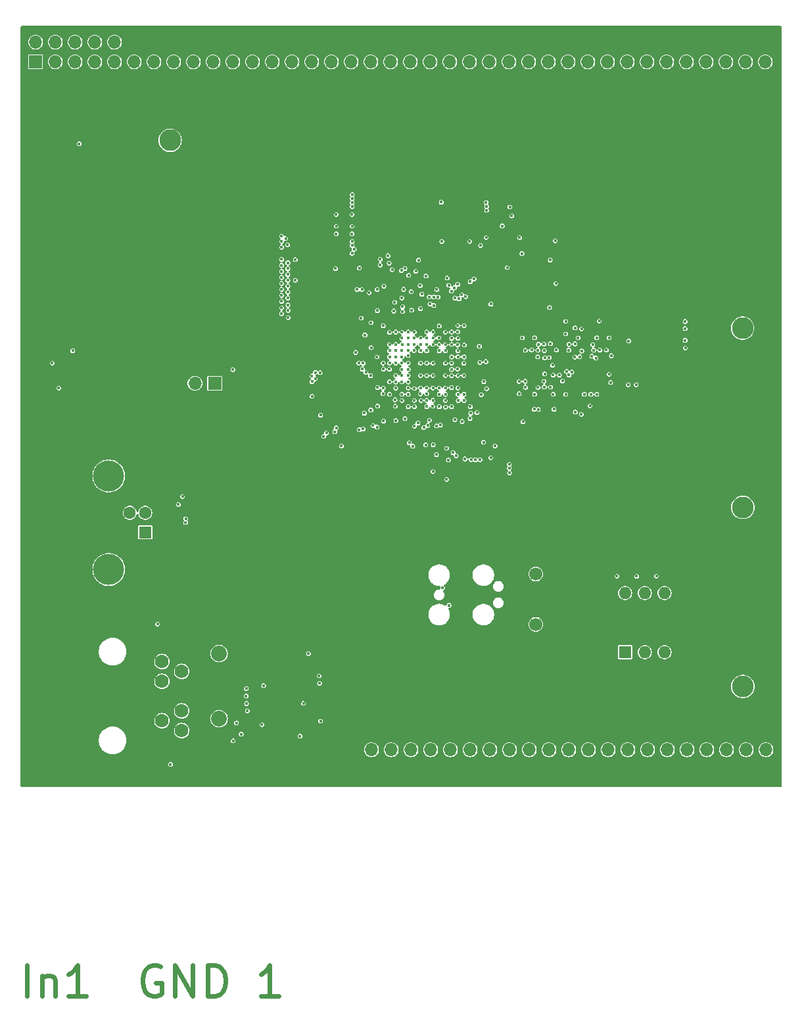
<source format=gbr>
%TF.GenerationSoftware,KiCad,Pcbnew,8.0.1*%
%TF.CreationDate,2025-05-27T09:35:13-07:00*%
%TF.ProjectId,mb,6d622e6b-6963-4616-945f-706362585858,A*%
%TF.SameCoordinates,Original*%
%TF.FileFunction,Copper,L2,Inr*%
%TF.FilePolarity,Positive*%
%FSLAX46Y46*%
G04 Gerber Fmt 4.6, Leading zero omitted, Abs format (unit mm)*
G04 Created by KiCad (PCBNEW 8.0.1) date 2025-05-27 09:35:13*
%MOMM*%
%LPD*%
G01*
G04 APERTURE LIST*
%ADD10C,0.600000*%
%TA.AperFunction,NonConductor*%
%ADD11C,0.600000*%
%TD*%
%TA.AperFunction,ComponentPad*%
%ADD12C,2.800000*%
%TD*%
%TA.AperFunction,ComponentPad*%
%ADD13R,1.700000X1.700000*%
%TD*%
%TA.AperFunction,ComponentPad*%
%ADD14C,1.700000*%
%TD*%
%TA.AperFunction,ComponentPad*%
%ADD15R,1.600000X1.600000*%
%TD*%
%TA.AperFunction,ComponentPad*%
%ADD16C,1.600000*%
%TD*%
%TA.AperFunction,ComponentPad*%
%ADD17C,4.000000*%
%TD*%
%TA.AperFunction,ComponentPad*%
%ADD18O,1.700000X1.700000*%
%TD*%
%TA.AperFunction,ComponentPad*%
%ADD19O,1.600000X1.600000*%
%TD*%
%TA.AperFunction,HeatsinkPad*%
%ADD20C,0.500000*%
%TD*%
%TA.AperFunction,ComponentPad*%
%ADD21C,1.778000*%
%TD*%
%TA.AperFunction,ComponentPad*%
%ADD22C,2.032000*%
%TD*%
%TA.AperFunction,ComponentPad*%
%ADD23C,3.251200*%
%TD*%
%TA.AperFunction,ViaPad*%
%ADD24C,0.400000*%
%TD*%
G04 APERTURE END LIST*
D10*
D11*
X32252516Y-151235326D02*
X32252516Y-147235326D01*
X34157278Y-148568659D02*
X34157278Y-151235326D01*
X34157278Y-148949611D02*
X34347755Y-148759135D01*
X34347755Y-148759135D02*
X34728707Y-148568659D01*
X34728707Y-148568659D02*
X35300136Y-148568659D01*
X35300136Y-148568659D02*
X35681088Y-148759135D01*
X35681088Y-148759135D02*
X35871564Y-149140088D01*
X35871564Y-149140088D02*
X35871564Y-151235326D01*
X39871565Y-151235326D02*
X37585850Y-151235326D01*
X38728707Y-151235326D02*
X38728707Y-147235326D01*
X38728707Y-147235326D02*
X38347755Y-147806754D01*
X38347755Y-147806754D02*
X37966803Y-148187707D01*
X37966803Y-148187707D02*
X37585850Y-148378183D01*
X49395374Y-147425802D02*
X49014421Y-147235326D01*
X49014421Y-147235326D02*
X48442993Y-147235326D01*
X48442993Y-147235326D02*
X47871564Y-147425802D01*
X47871564Y-147425802D02*
X47490612Y-147806754D01*
X47490612Y-147806754D02*
X47300135Y-148187707D01*
X47300135Y-148187707D02*
X47109659Y-148949611D01*
X47109659Y-148949611D02*
X47109659Y-149521040D01*
X47109659Y-149521040D02*
X47300135Y-150282945D01*
X47300135Y-150282945D02*
X47490612Y-150663897D01*
X47490612Y-150663897D02*
X47871564Y-151044850D01*
X47871564Y-151044850D02*
X48442993Y-151235326D01*
X48442993Y-151235326D02*
X48823945Y-151235326D01*
X48823945Y-151235326D02*
X49395374Y-151044850D01*
X49395374Y-151044850D02*
X49585850Y-150854373D01*
X49585850Y-150854373D02*
X49585850Y-149521040D01*
X49585850Y-149521040D02*
X48823945Y-149521040D01*
X51300135Y-151235326D02*
X51300135Y-147235326D01*
X51300135Y-147235326D02*
X53585850Y-151235326D01*
X53585850Y-151235326D02*
X53585850Y-147235326D01*
X55490611Y-151235326D02*
X55490611Y-147235326D01*
X55490611Y-147235326D02*
X56442992Y-147235326D01*
X56442992Y-147235326D02*
X57014421Y-147425802D01*
X57014421Y-147425802D02*
X57395373Y-147806754D01*
X57395373Y-147806754D02*
X57585850Y-148187707D01*
X57585850Y-148187707D02*
X57776326Y-148949611D01*
X57776326Y-148949611D02*
X57776326Y-149521040D01*
X57776326Y-149521040D02*
X57585850Y-150282945D01*
X57585850Y-150282945D02*
X57395373Y-150663897D01*
X57395373Y-150663897D02*
X57014421Y-151044850D01*
X57014421Y-151044850D02*
X56442992Y-151235326D01*
X56442992Y-151235326D02*
X55490611Y-151235326D01*
X64633469Y-151235326D02*
X62347754Y-151235326D01*
X63490611Y-151235326D02*
X63490611Y-147235326D01*
X63490611Y-147235326D02*
X63109659Y-147806754D01*
X63109659Y-147806754D02*
X62728707Y-148187707D01*
X62728707Y-148187707D02*
X62347754Y-148378183D01*
D12*
%TO.N,GND*%
%TO.C,TP402*%
X50657200Y-49717200D03*
%TD*%
%TO.N,+24V*%
%TO.C,TP401*%
X50657200Y-41005000D03*
%TD*%
%TO.N,GND*%
%TO.C,TP202*%
X124428200Y-44230200D03*
%TD*%
%TO.N,GND*%
%TO.C,TP204*%
X124428200Y-99801750D03*
%TD*%
D13*
%TO.N,GND*%
%TO.C,SW201*%
X102261357Y-96851300D03*
D14*
X102261357Y-103351300D03*
%TO.N,/~{RESET}*%
X97761357Y-96851300D03*
X97761357Y-103351300D03*
%TD*%
D15*
%TO.N,/MPU Interface/USB_VBUS*%
%TO.C,J405*%
X47458400Y-91475600D03*
D16*
%TO.N,Net-(J405-D-)*%
X47458400Y-88975600D03*
%TO.N,Net-(J405-D+)*%
X45458400Y-88975600D03*
%TO.N,GND*%
X45458400Y-91475600D03*
D17*
%TO.N,Net-(J405-Shield)*%
X42758400Y-84225600D03*
X42758400Y-96265600D03*
%TD*%
D12*
%TO.N,GND*%
%TO.C,TP209*%
X124428200Y-76724450D03*
%TD*%
D13*
%TO.N,Net-(J403-Pin_1)*%
%TO.C,J403*%
X56402427Y-72292973D03*
D18*
%TO.N,Net-(J403-Pin_2)*%
X53862427Y-72292973D03*
%TD*%
D12*
%TO.N,+1.35V*%
%TO.C,TP208*%
X124393400Y-65185800D03*
%TD*%
%TO.N,+1.25V*%
%TO.C,TP203*%
X124428200Y-88263100D03*
%TD*%
D13*
%TO.N,GND*%
%TO.C,J502*%
X76606400Y-122021600D03*
D18*
%TO.N,/MPU Extra Pins/I2C3_SCL*%
X76606400Y-119481600D03*
%TO.N,GND*%
X79146400Y-122021600D03*
%TO.N,/MPU Extra Pins/I2C4_SDA*%
X79146400Y-119481600D03*
%TO.N,GND*%
X81686400Y-122021600D03*
%TO.N,/MPU Extra Pins/SPI2_MISO*%
X81686400Y-119481600D03*
%TO.N,GND*%
X84226400Y-122021600D03*
%TO.N,/MPU Extra Pins/GPIO19*%
X84226400Y-119481600D03*
%TO.N,GND*%
X86766400Y-122021600D03*
%TO.N,/MPU Extra Pins/GPIO6*%
X86766400Y-119481600D03*
%TO.N,GND*%
X89306400Y-122021600D03*
%TO.N,/MPU Extra Pins/GPIO1*%
X89306400Y-119481600D03*
%TO.N,GND*%
X91846400Y-122021600D03*
%TO.N,/MPU Extra Pins/SPI1_CS*%
X91846400Y-119481600D03*
%TO.N,GND*%
X94386400Y-122021600D03*
%TO.N,/MPU Extra Pins/GPIO18*%
X94386400Y-119481600D03*
%TO.N,GND*%
X96926400Y-122021600D03*
%TO.N,/MPU Extra Pins/GPIO0*%
X96926400Y-119481600D03*
%TO.N,GND*%
X99466400Y-122021600D03*
%TO.N,/MPU Extra Pins/SPI1_MISO*%
X99466400Y-119481600D03*
%TO.N,GND*%
X102006400Y-122021600D03*
%TO.N,/MPU Extra Pins/GPIO13*%
X102006400Y-119481600D03*
%TO.N,GND*%
X104546400Y-122021600D03*
%TO.N,/MPU Extra Pins/GPIO5*%
X104546400Y-119481600D03*
%TO.N,GND*%
X107086400Y-122021600D03*
%TO.N,/MPU Extra Pins/SPI1_SCK*%
X107086400Y-119481600D03*
%TO.N,GND*%
X109626400Y-122021600D03*
%TO.N,/MPU Extra Pins/GPIO7*%
X109626400Y-119481600D03*
%TO.N,GND*%
X112166400Y-122021600D03*
%TO.N,/MPU Extra Pins/GPIO2*%
X112166400Y-119481600D03*
%TO.N,GND*%
X114706400Y-122021600D03*
%TO.N,/MPU Extra Pins/USART2_TX*%
X114706400Y-119481600D03*
%TO.N,GND*%
X117246400Y-122021600D03*
%TO.N,/MPU Extra Pins/GPIO8*%
X117246400Y-119481600D03*
%TO.N,GND*%
X119786400Y-122021600D03*
%TO.N,/MPU Extra Pins/GPIO12*%
X119786400Y-119481600D03*
%TO.N,GND*%
X122326400Y-122021600D03*
%TO.N,/MPU Extra Pins/SPI1_MOSI*%
X122326400Y-119481600D03*
%TO.N,GND*%
X124866400Y-122021600D03*
%TO.N,/MPU Extra Pins/GPIO4*%
X124866400Y-119481600D03*
%TO.N,GND*%
X127406400Y-122021600D03*
%TO.N,/MPU Extra Pins/GPIO3*%
X127406400Y-119481600D03*
%TD*%
D15*
%TO.N,/MPU Power & Clock/MPU_BOOT2*%
%TO.C,SW202*%
X109265000Y-106926300D03*
D19*
%TO.N,/MPU Power & Clock/MPU_BOOT1*%
X111805000Y-106926300D03*
%TO.N,/MPU Power & Clock/MPU_BOOT0*%
X114345000Y-106926300D03*
%TO.N,GND*%
X116885000Y-106926300D03*
X116885000Y-99306300D03*
%TO.N,Net-(R205-Pad1)*%
X114345000Y-99306300D03*
%TO.N,Net-(R204-Pad1)*%
X111805000Y-99306300D03*
%TO.N,Net-(R203-Pad1)*%
X109265000Y-99306300D03*
%TD*%
D20*
%TO.N,GND*%
%TO.C,U402*%
X64179800Y-114065600D03*
X65179800Y-114065600D03*
X66179800Y-114065600D03*
X64179800Y-113065600D03*
X65179800Y-113065600D03*
X66179800Y-113065600D03*
X64179800Y-112065600D03*
X65179800Y-112065600D03*
X66179800Y-112065600D03*
%TD*%
D13*
%TO.N,/MPU Extra Pins/QUADSPI_IO2*%
%TO.C,J503*%
X33334400Y-30895800D03*
D18*
%TO.N,/MPU Extra Pins/SPI2_SCK*%
X33334400Y-28355800D03*
%TO.N,/MPU Extra Pins/GPIO14*%
X35874400Y-30895800D03*
%TO.N,/MPU Extra Pins/GPIO9*%
X35874400Y-28355800D03*
%TO.N,/MPU Extra Pins/GPIO16*%
X38414400Y-30895800D03*
%TO.N,/MPU Extra Pins/QUADSPI_IO3*%
X38414400Y-28355800D03*
%TO.N,/MPU Extra Pins/GPIO15*%
X40954400Y-30895800D03*
%TO.N,/MPU Extra Pins/SPI5_MOSI*%
X40954400Y-28355800D03*
%TO.N,/MPU Extra Pins/GPIO11*%
X43494400Y-30895800D03*
%TO.N,/MPU Extra Pins/GPIO10*%
X43494400Y-28355800D03*
%TO.N,/MPU Extra Pins/UART8_TX*%
X46034400Y-30895800D03*
%TO.N,GND*%
X46034400Y-28355800D03*
%TO.N,/MPU Extra Pins/USART1_RX*%
X48574400Y-30895800D03*
%TO.N,GND*%
X48574400Y-28355800D03*
%TO.N,/MPU Extra Pins/GPIO17*%
X51114400Y-30895800D03*
%TO.N,GND*%
X51114400Y-28355800D03*
%TO.N,/MPU Extra Pins/QUADSPI_IO0*%
X53654400Y-30895800D03*
%TO.N,GND*%
X53654400Y-28355800D03*
%TO.N,/MPU Extra Pins/SPI5_CS*%
X56194400Y-30895800D03*
%TO.N,GND*%
X56194400Y-28355800D03*
%TO.N,/MPU Extra Pins/QUADSPI_IO1*%
X58734400Y-30895800D03*
%TO.N,GND*%
X58734400Y-28355800D03*
%TO.N,/MPU Extra Pins/QUADSPI_CLK*%
X61274400Y-30895800D03*
%TO.N,GND*%
X61274400Y-28355800D03*
%TO.N,/MPU Extra Pins/SPI5_MISO*%
X63814400Y-30895800D03*
%TO.N,GND*%
X63814400Y-28355800D03*
%TO.N,/MPU Extra Pins/SPI5_SCK*%
X66354400Y-30895800D03*
%TO.N,GND*%
X66354400Y-28355800D03*
%TO.N,/MPU Extra Pins/UART7_TX*%
X68894400Y-30895800D03*
%TO.N,GND*%
X68894400Y-28355800D03*
%TO.N,/MPU Extra Pins/USART2_RX*%
X71434400Y-30895800D03*
%TO.N,GND*%
X71434400Y-28355800D03*
%TO.N,/MPU Extra Pins/I2C1_SCL*%
X73974400Y-30895800D03*
%TO.N,GND*%
X73974400Y-28355800D03*
%TO.N,/MPU Extra Pins/SPI4_MOSI*%
X76514400Y-30895800D03*
%TO.N,GND*%
X76514400Y-28355800D03*
%TO.N,/MPU Extra Pins/SPI4_MISO*%
X79054400Y-30895800D03*
%TO.N,GND*%
X79054400Y-28355800D03*
%TO.N,/MPU Extra Pins/QUADSPI_CS*%
X81594400Y-30895800D03*
%TO.N,GND*%
X81594400Y-28355800D03*
%TO.N,/MPU Extra Pins/I2C1_SDA*%
X84134400Y-30895800D03*
%TO.N,GND*%
X84134400Y-28355800D03*
%TO.N,/MPU Extra Pins/SPI4_CS*%
X86674400Y-30895800D03*
%TO.N,GND*%
X86674400Y-28355800D03*
%TO.N,/MPU Extra Pins/UART8_RX*%
X89214400Y-30895800D03*
%TO.N,GND*%
X89214400Y-28355800D03*
%TO.N,/MPU Extra Pins/I2C4_SCL*%
X91754400Y-30895800D03*
%TO.N,GND*%
X91754400Y-28355800D03*
%TO.N,/MPU Extra Pins/I2C3_SDA*%
X94294400Y-30895800D03*
%TO.N,GND*%
X94294400Y-28355800D03*
%TO.N,/MPU Extra Pins/USART3_TX*%
X96834400Y-30895800D03*
%TO.N,GND*%
X96834400Y-28355800D03*
%TO.N,/MPU Extra Pins/USART3_RX*%
X99374400Y-30895800D03*
%TO.N,GND*%
X99374400Y-28355800D03*
%TO.N,/MPU Extra Pins/I2C2_SDA*%
X101914400Y-30895800D03*
%TO.N,GND*%
X101914400Y-28355800D03*
%TO.N,/MPU Extra Pins/USART6_RX*%
X104454400Y-30895800D03*
%TO.N,GND*%
X104454400Y-28355800D03*
%TO.N,/MPU Extra Pins/USART6_TX*%
X106994400Y-30895800D03*
%TO.N,GND*%
X106994400Y-28355800D03*
%TO.N,/MPU Extra Pins/UART5_RX*%
X109534400Y-30895800D03*
%TO.N,GND*%
X109534400Y-28355800D03*
%TO.N,/MPU Extra Pins/UART5_TX*%
X112074400Y-30895800D03*
%TO.N,GND*%
X112074400Y-28355800D03*
%TO.N,/MPU Extra Pins/UART7_RX*%
X114614400Y-30895800D03*
%TO.N,GND*%
X114614400Y-28355800D03*
%TO.N,/MPU Extra Pins/USART1_TX*%
X117154400Y-30895800D03*
%TO.N,GND*%
X117154400Y-28355800D03*
%TO.N,/MPU Extra Pins/SPI4_SCK*%
X119694400Y-30895800D03*
%TO.N,GND*%
X119694400Y-28355800D03*
%TO.N,/MPU Extra Pins/I2C2_SCL*%
X122234400Y-30895800D03*
%TO.N,GND*%
X122234400Y-28355800D03*
%TO.N,/MPU Extra Pins/SPI2_CS*%
X124774400Y-30895800D03*
%TO.N,GND*%
X124774400Y-28355800D03*
%TO.N,/MPU Extra Pins/SPI2_MOSI*%
X127314400Y-30895800D03*
%TO.N,GND*%
X127314400Y-28355800D03*
%TD*%
D21*
%TO.N,/MPU Interface/ETH_TX_P*%
%TO.C,J406*%
X52149700Y-117004400D03*
%TO.N,/MPU Interface/ETH_TX_N*%
X49609700Y-115734400D03*
%TO.N,Net-(J406-TXCT)*%
X52149700Y-114464400D03*
%TO.N,GND*%
X49609700Y-113194400D03*
X52149700Y-111924400D03*
%TO.N,Net-(J406-RXCT)*%
X49609700Y-110654400D03*
%TO.N,/MPU Interface/ETH_RX_P*%
X52149700Y-109384400D03*
%TO.N,/MPU Interface/ETH_RX_N*%
X49609700Y-108114400D03*
D22*
%TO.N,GND*%
X56975700Y-118020400D03*
%TO.N,Net-(J406--LEDR)*%
X56975700Y-115480400D03*
%TO.N,GND*%
X56975700Y-109638400D03*
%TO.N,Net-(J406-+LEDL)*%
X56975700Y-107098400D03*
D23*
%TO.N,GND*%
X46307700Y-104685400D03*
X46307700Y-120433400D03*
%TD*%
D12*
%TO.N,+3.3V*%
%TO.C,TP201*%
X124428200Y-111340400D03*
%TD*%
D24*
%TO.N,+1.35V*%
X100403100Y-68000468D03*
X86123554Y-72890615D03*
X104012154Y-73713587D03*
X116992400Y-65252600D03*
X109726654Y-66835483D03*
X97608900Y-66425668D03*
X86123554Y-67290615D03*
X105936300Y-64266668D03*
X95627900Y-73639268D03*
X109675854Y-72474283D03*
X81323554Y-70490615D03*
X80527600Y-67268600D03*
X96114400Y-77239068D03*
X107400800Y-72196200D03*
X104848100Y-73715468D03*
X102003300Y-68025868D03*
X110691854Y-72474283D03*
X105610100Y-73715468D03*
X105102100Y-67314668D03*
X86123554Y-68090615D03*
X96008900Y-66425668D03*
X101611954Y-73713587D03*
X86123554Y-71290615D03*
X99653700Y-72775668D03*
X105608900Y-66425668D03*
X116992400Y-64338200D03*
X86123554Y-69690615D03*
X83723554Y-68090615D03*
X81323554Y-68090615D03*
X102028700Y-71226268D03*
X103208900Y-66425668D03*
X97609100Y-73690068D03*
X82923554Y-68090615D03*
X91972600Y-81876200D03*
X105992827Y-68008180D03*
X81323554Y-69690615D03*
X86123554Y-73690615D03*
X107208900Y-66425668D03*
%TO.N,+3.3V*%
X82923554Y-72890615D03*
X35474266Y-69678185D03*
X51724000Y-87897500D03*
X116994015Y-66751200D03*
X70037400Y-76387200D03*
X59820500Y-117461600D03*
X110738200Y-97132100D03*
X83723554Y-72890615D03*
X80523554Y-70490615D03*
X99531400Y-62524600D03*
X82123554Y-72958200D03*
X85323554Y-68090615D03*
X67827500Y-113511600D03*
X81323554Y-72890615D03*
X86572800Y-100872800D03*
X74965000Y-69681600D03*
X113303600Y-97106700D03*
X117019415Y-67716400D03*
X84515400Y-83651600D03*
X108198200Y-97106700D03*
X68478400Y-107111800D03*
X81323554Y-71290615D03*
X86283800Y-80645000D03*
X38947800Y-41436800D03*
X69910300Y-110920800D03*
X38134144Y-68090900D03*
X69857500Y-109955600D03*
X91032800Y-79869600D03*
X94417400Y-49586400D03*
X85323554Y-72890615D03*
X79723554Y-72890615D03*
X86923554Y-75290615D03*
X70031300Y-115785200D03*
X99618800Y-56413400D03*
X36312466Y-72903985D03*
X81323554Y-72090615D03*
X81315000Y-68716400D03*
X86123554Y-65690615D03*
X94651200Y-50729400D03*
X82123554Y-74490615D03*
X85277400Y-66430400D03*
X82077000Y-68056000D03*
X59210900Y-116039200D03*
X84523554Y-72890615D03*
X58737542Y-70517800D03*
X81323554Y-75290615D03*
X83723554Y-75290615D03*
X67389700Y-117715600D03*
%TO.N,+1.25V*%
X83723554Y-71290615D03*
X94345200Y-82720100D03*
X86923554Y-70490615D03*
X82923554Y-69690615D03*
X91338400Y-69494400D03*
X94345200Y-83228100D03*
X84523554Y-71290615D03*
X82923554Y-71290615D03*
X84523554Y-69690615D03*
X83723554Y-69690615D03*
X94370600Y-83812300D03*
%TO.N,/MPU Power & Clock/VDD_USB*%
X84972600Y-77784200D03*
X84523554Y-74490615D03*
X84972600Y-81467200D03*
%TO.N,/MPU Power & Clock/VDDA1V8_REG*%
X86268000Y-84667600D03*
X85480600Y-77657200D03*
X85323554Y-75290615D03*
%TO.N,/MPU Power & Clock/VDDA1V1_REG*%
X85323554Y-73690615D03*
%TO.N,/MPU Memory/VREF_DDR0*%
X97571000Y-75625200D03*
X98040900Y-72826468D03*
%TO.N,/MPU Memory/VREF_DDR1*%
X101622300Y-64317468D03*
X101596900Y-65917668D03*
%TO.N,/MPU Memory/VDD_NAND*%
X74077200Y-53040800D03*
X93432000Y-52024800D03*
X95970800Y-55584600D03*
X72045200Y-53040800D03*
X71967800Y-57515000D03*
X95676600Y-53523400D03*
X72045200Y-50551600D03*
X72070600Y-52050200D03*
X74077200Y-50551600D03*
X94081600Y-57378600D03*
X74102600Y-52050200D03*
%TO.N,/~{RESET}*%
X88630200Y-82026000D03*
X85760000Y-98637600D03*
X84058200Y-77022200D03*
X89814400Y-58851800D03*
%TO.N,/MPU Interface/CTP_INT*%
X65855866Y-62911433D03*
X77352600Y-62925200D03*
%TO.N,/MPU Interface/CTP_SCL*%
X65017666Y-61743033D03*
X84134400Y-62061600D03*
%TO.N,/MPU Interface/CTP_RST*%
X79460800Y-62976000D03*
X65017666Y-62555833D03*
%TO.N,/MPU Interface/CTP_SDA*%
X84617000Y-62290200D03*
X65830466Y-62200233D03*
%TO.N,/MPU Interface/R5*%
X78190800Y-59775600D03*
X65776466Y-54456433D03*
%TO.N,/MPU Interface/R3*%
X65541600Y-53654200D03*
X84998000Y-60207400D03*
X83723554Y-66490615D03*
%TO.N,/MPU Interface/R4*%
X65014466Y-54024633D03*
X87284000Y-59978800D03*
X86923554Y-66490615D03*
%TO.N,/MPU Interface/B4*%
X79723554Y-69690615D03*
X74736400Y-60207400D03*
X65827266Y-58271513D03*
%TO.N,/MPU Interface/DE*%
X87334800Y-61299600D03*
X65827266Y-61289033D03*
%TO.N,/MPU Interface/G6*%
X65014466Y-57098033D03*
X77327200Y-60207400D03*
X78923554Y-67290615D03*
%TO.N,/MPU Interface/B3*%
X75371400Y-60207400D03*
X79723554Y-68890615D03*
X65014466Y-57870193D03*
%TO.N,/MPU Interface/G5*%
X82123554Y-66490615D03*
X81721400Y-60486800D03*
X65827266Y-56762753D03*
%TO.N,/MPU Interface/B5*%
X84617000Y-61172600D03*
X65014466Y-58642353D03*
%TO.N,/MPU Interface/G7*%
X80603800Y-62417200D03*
X65827266Y-57517133D03*
X81323554Y-67290615D03*
X80730800Y-60182000D03*
%TO.N,/MPU Interface/DISP*%
X65014466Y-60186673D03*
X83723554Y-65690615D03*
X84032800Y-61172600D03*
%TO.N,/MPU Interface/G4*%
X65014466Y-56325873D03*
X66789400Y-56361648D03*
%TO.N,/MPU Interface/VSYNC*%
X65014466Y-60958833D03*
X79587800Y-61858400D03*
%TO.N,/MPU Interface/R6*%
X86923554Y-65690615D03*
X86903000Y-60410600D03*
X65014466Y-54781553D03*
%TO.N,/MPU Interface/B6*%
X66789400Y-59028648D03*
X65827266Y-59025893D03*
%TO.N,/MPU Interface/HSYNC*%
X80502200Y-61299600D03*
X65827266Y-60534653D03*
%TO.N,/MPU Interface/DCLK*%
X82923554Y-67290615D03*
X82915200Y-62671200D03*
X83093000Y-60817000D03*
X65827266Y-59780273D03*
%TO.N,/MPU Interface/B7*%
X65014466Y-59414513D03*
X76285800Y-60613800D03*
%TO.N,Net-(J403-Pin_2)*%
X65875000Y-63829248D03*
X75269800Y-63890400D03*
%TO.N,Net-(J403-Pin_1)*%
X65011400Y-63321248D03*
X80523554Y-65690615D03*
X80603800Y-63052200D03*
%TO.N,/MPU Interface/MPU_JTAG_TRST*%
X87512600Y-81619600D03*
X83702600Y-73618600D03*
%TO.N,GND*%
X85323554Y-69690615D03*
X89051600Y-79869600D03*
X94789700Y-73232868D03*
X81323554Y-74490615D03*
X88523554Y-72890615D03*
X98552800Y-77243800D03*
X84523554Y-72090615D03*
X69982600Y-50500800D03*
X114898400Y-62397600D03*
X70546600Y-51511600D03*
X103212154Y-73713587D03*
X82127800Y-73694800D03*
X70033400Y-53066200D03*
X82923554Y-72090615D03*
X86522000Y-80095600D03*
X82123554Y-71290615D03*
X82923554Y-65690615D03*
X38947800Y-42427400D03*
X37094878Y-41905485D03*
X86191800Y-63204600D03*
X73897396Y-72827785D03*
X44221400Y-81178400D03*
X66405100Y-117726000D03*
X109701254Y-65895683D03*
X70036596Y-75215385D03*
X50976000Y-103326200D03*
X109675854Y-73439483D03*
X94524200Y-52990000D03*
X60512300Y-110565200D03*
X82123554Y-72090615D03*
X97240800Y-83736100D03*
X116854200Y-48884800D03*
X93301800Y-72069200D03*
X47473200Y-43207607D03*
X85323554Y-71290615D03*
X65506600Y-107111800D03*
X51724000Y-85890900D03*
X96808900Y-66425668D03*
X94167400Y-100974400D03*
X74077200Y-46030400D03*
X78923554Y-71290615D03*
X107210100Y-73715468D03*
X98408900Y-66425668D03*
X116701800Y-62397600D03*
X76514400Y-63687200D03*
X114046000Y-64287400D03*
X80523554Y-75290615D03*
X95311600Y-51821600D03*
X85323554Y-68890615D03*
X90282954Y-63690615D03*
X74177600Y-69681600D03*
X99611700Y-64292068D03*
X93457400Y-51516800D03*
X37069478Y-50907085D03*
X47476800Y-45533400D03*
X49768200Y-86191600D03*
X85887000Y-83143600D03*
X37069478Y-57450285D03*
X38898278Y-46462085D03*
X53324200Y-87461600D03*
X93218000Y-69570600D03*
X70009900Y-113867200D03*
X80523554Y-72890615D03*
X102054100Y-72039068D03*
X95107200Y-77220668D03*
X104416300Y-72902668D03*
X86979200Y-76031600D03*
X69885950Y-74660000D03*
X103574100Y-64292068D03*
X79723554Y-70490615D03*
X91094000Y-66862200D03*
X37094878Y-53935085D03*
X82123554Y-70490615D03*
X76497154Y-76917615D03*
X92937800Y-81876200D03*
X89112800Y-100872800D03*
X114046000Y-65252600D03*
X71561400Y-55683600D03*
X82923554Y-68890615D03*
X102408900Y-66425668D03*
X49323982Y-121864000D03*
X102411954Y-73713587D03*
X104390900Y-72013668D03*
X74355400Y-76082400D03*
X82077000Y-82635600D03*
X41538600Y-41436800D03*
X82923554Y-75290615D03*
X37094878Y-42906085D03*
X97266200Y-82770900D03*
X85323554Y-72090615D03*
X82123554Y-68890615D03*
X84515400Y-73644000D03*
X106408900Y-66425668D03*
X37094878Y-45934085D03*
X104008900Y-66425668D03*
X79816400Y-66582800D03*
X84523554Y-68890615D03*
X87723554Y-69690615D03*
X69998700Y-112866400D03*
X105449600Y-62499200D03*
X72045200Y-46030400D03*
X46533400Y-44376007D03*
X45857022Y-42007800D03*
X37145678Y-49916485D03*
X104808900Y-66425668D03*
X44822100Y-43937500D03*
X90052600Y-76844400D03*
X114022215Y-66802000D03*
X86923554Y-68090615D03*
X95196100Y-66425668D03*
X100348800Y-51266400D03*
X96389900Y-73690068D03*
X90027200Y-78927200D03*
X100453700Y-72775668D03*
X88523554Y-68090615D03*
X97105000Y-77239068D03*
X98409100Y-73690068D03*
X102133400Y-58293000D03*
X60512300Y-109600000D03*
X69017400Y-51491400D03*
X99644200Y-58293000D03*
X106410100Y-73715468D03*
X85323554Y-74490615D03*
X100441100Y-67263868D03*
X37049066Y-74834385D03*
X60512300Y-115492800D03*
X45351622Y-38551400D03*
X96251400Y-51821600D03*
X110691854Y-73439483D03*
X83723554Y-68890615D03*
X79689400Y-73644000D03*
X86123554Y-66490615D03*
X83723554Y-72090615D03*
X38923678Y-50424485D03*
X37120278Y-40914885D03*
X83143800Y-83245200D03*
X78923554Y-66490615D03*
X96358200Y-49611800D03*
X82123554Y-69690615D03*
X86877600Y-73745600D03*
X91425400Y-51516800D03*
X106422900Y-68965668D03*
X113946015Y-67665600D03*
X93276400Y-73821800D03*
X115762000Y-48884800D03*
X63407900Y-117624400D03*
X51687400Y-91922200D03*
X90016800Y-79869600D03*
%TO.N,/MPU Interface/MPU_JTAG_TCK*%
X81467400Y-79943200D03*
X79638600Y-74406000D03*
%TO.N,/MPU Interface/MPU_JTAG_TMS*%
X87106200Y-81213200D03*
X84490000Y-75244200D03*
%TO.N,/MPU Memory/DDR_CLKP*%
X100809500Y-71226268D03*
%TO.N,/MPU Memory/DDR_CLKN*%
X99996700Y-71226268D03*
%TO.N,Net-(U301-ZQ)*%
X100111000Y-75625200D03*
X98853700Y-72775668D03*
%TO.N,/MPU Memory/DDR_CKE*%
X98079000Y-75650600D03*
X87723554Y-71290615D03*
X99998954Y-73690068D03*
%TO.N,/MPU Memory/PWR_ON*%
X89306400Y-59207400D03*
X87766600Y-74507600D03*
%TO.N,/MPU Memory/FMC_NCE*%
X91369500Y-53512800D03*
X75041200Y-57464200D03*
%TO.N,/MPU Interface/BRIGHT*%
X65014466Y-53313433D03*
X87690400Y-59547000D03*
%TO.N,/MPU Interface/ETH_RXD0*%
X75523800Y-78165200D03*
X80908600Y-76844400D03*
%TO.N,/MPU Interface/ETH_RXD1*%
X82123554Y-75290615D03*
X75015800Y-78266800D03*
X82585000Y-77403200D03*
%TO.N,/MPU Interface/ETH_NRST*%
X78114600Y-72907400D03*
X71866200Y-78520800D03*
%TO.N,/MPU Interface/ETH_MDINT*%
X75676200Y-76133200D03*
X76514400Y-75726800D03*
%TO.N,/MPU Interface/ETH_MDIO*%
X72720200Y-80365600D03*
X80523554Y-72090615D03*
%TO.N,/MPU Power & Clock/MPU_BOOT0*%
X87334800Y-76971400D03*
X90586000Y-82127600D03*
%TO.N,/MPU Power & Clock/MPU_BOOT1*%
X89976400Y-82153000D03*
X86123554Y-74490615D03*
%TO.N,/MPU Power & Clock/MPU_BOOT2*%
X86141000Y-75345800D03*
X89417600Y-82127600D03*
%TO.N,/MPU Memory/DDR_A7*%
X96415300Y-68051268D03*
X87723554Y-68890615D03*
%TO.N,/MPU Memory/DDR_A1*%
X96389900Y-72039068D03*
X88503200Y-71281800D03*
%TO.N,/MPU Memory/DDR_A13*%
X90484400Y-67522600D03*
X87723554Y-68090615D03*
%TO.N,/MPU Memory/DDR_BA2*%
X86923554Y-68890615D03*
X98040900Y-68025868D03*
%TO.N,/MPU Memory/DDR_DQS1P*%
X103400300Y-68864068D03*
X103632000Y-76276200D03*
%TO.N,/MPU Memory/DDR_DQM1*%
X91424200Y-72983600D03*
X87723554Y-73690615D03*
%TO.N,/MPU Memory/DDR_DQ12*%
X89316000Y-75295000D03*
X106854700Y-68000468D03*
%TO.N,/MPU Memory/DDR_CASN*%
X99488700Y-68965668D03*
X98904500Y-71073868D03*
%TO.N,/MPU Memory/DDR_DQ11*%
X88523554Y-74490615D03*
X107210300Y-71124668D03*
%TO.N,/MPU Memory/DDR_DQ7*%
X101190500Y-71988268D03*
X88554000Y-67370200D03*
%TO.N,/MPU Memory/DDR_DQ1*%
X102041100Y-67263868D03*
X87715800Y-65668400D03*
%TO.N,/MPU Memory/DDR_A3*%
X88523554Y-68890615D03*
X97228100Y-68000468D03*
%TO.N,/MPU Memory/DDR_DQ4*%
X103679700Y-68127468D03*
X103654300Y-65282668D03*
%TO.N,/MPU Memory/DDR_DQ6*%
X87690400Y-67319400D03*
X101723900Y-70769068D03*
%TO.N,/MPU Memory/DDR_A10*%
X87690400Y-70443600D03*
X98802900Y-72013668D03*
%TO.N,/MPU Memory/DDR_DQM0*%
X88528600Y-64855600D03*
X104975100Y-68813268D03*
%TO.N,/MPU Memory/DDR_DQ15*%
X89366800Y-76133200D03*
X105205427Y-68033580D03*
%TO.N,/MPU Memory/DDR_WEN*%
X98853700Y-68076668D03*
X86923554Y-69690615D03*
%TO.N,/MPU Memory/DDR_DQ9*%
X104749600Y-75184000D03*
X105511600Y-69037200D03*
%TO.N,/MPU Memory/DDR_A4*%
X96415300Y-72826468D03*
X87723554Y-72890615D03*
%TO.N,/MPU Memory/DDR_CSN*%
X98929900Y-69016468D03*
X98802900Y-67238468D03*
%TO.N,/MPU Memory/DDR_DQ14*%
X90179600Y-76057000D03*
X107489700Y-68737068D03*
%TO.N,/MPU Memory/DDR_A11*%
X95602500Y-72039068D03*
X86923554Y-71290615D03*
%TO.N,/MPU Memory/DDR_DQS1N*%
X102844600Y-75996800D03*
X102790700Y-68914868D03*
%TO.N,/MPU Memory/DDR_BA0*%
X98091700Y-67263868D03*
X98015500Y-68889468D03*
%TO.N,/MPU Memory/DDR_DQ10*%
X88523554Y-73690615D03*
X90738400Y-73745600D03*
%TO.N,/MPU Memory/DDR_ODT*%
X90560600Y-69605400D03*
X99641100Y-67187668D03*
X99920500Y-69956268D03*
X88503200Y-69707000D03*
%TO.N,/MPU Memory/DDR_DQ0*%
X102816100Y-65155668D03*
X102816100Y-67213068D03*
%TO.N,/MPU Memory/DDR_DQ2*%
X102409700Y-70845268D03*
X86923554Y-67290615D03*
%TO.N,/MPU Memory/SDMMC1_D0*%
X87723554Y-66490615D03*
X100344200Y-59425800D03*
%TO.N,/MPU Memory/FMC_D7*%
X74108100Y-55555400D03*
X83626400Y-58480200D03*
%TO.N,/MPU Memory/FMC_CLE*%
X77724000Y-56311800D03*
X91421300Y-49510200D03*
%TO.N,/MPU Memory/FMC_D3*%
X79257600Y-57642000D03*
X80523554Y-66490615D03*
X74118700Y-49520800D03*
%TO.N,/MPU Memory/FMC_ALE*%
X91421300Y-50018200D03*
X81323554Y-65690615D03*
X80908600Y-57515000D03*
%TO.N,/MPU Memory/FMC_D4*%
X80451400Y-57769000D03*
X74108100Y-54031400D03*
%TO.N,/MPU Memory/FMC_NWE*%
X91359900Y-48991600D03*
X85582200Y-48955200D03*
%TO.N,/MPU Memory/SDMMC1_D3*%
X100268000Y-53914000D03*
X87715800Y-64855600D03*
%TO.N,/MPU Memory/FMC_D2*%
X78876600Y-56803800D03*
X74118700Y-49012800D03*
X79723554Y-67290615D03*
%TO.N,/MPU Memory/FMC_NOE*%
X82123554Y-67290615D03*
X81772200Y-62874400D03*
X85658400Y-54009800D03*
X89239800Y-54009800D03*
%TO.N,/MPU Memory/FMC_D0*%
X78724200Y-55864000D03*
X74118700Y-47996800D03*
%TO.N,/MPU Memory/uSD_DETECT*%
X89290600Y-76819000D03*
X91983000Y-62087000D03*
%TO.N,/MPU Memory/FMC_D1*%
X74118700Y-48504800D03*
X82661200Y-56422800D03*
X82123554Y-65690615D03*
%TO.N,/MPU Memory/FMC_D5*%
X74108100Y-54539400D03*
X82305600Y-57845200D03*
%TO.N,/MPU Memory/FMC_D6*%
X74380800Y-55025800D03*
X81391200Y-58378600D03*
%TO.N,/MPU Memory/FMC_NWAIT*%
X77708200Y-57057800D03*
X90636800Y-54517800D03*
%TO.N,/MPU Interface/ETH_TXD0*%
X70799400Y-78673200D03*
X82991400Y-74507600D03*
%TO.N,/MPU Interface/ETH_TX_EN*%
X80523554Y-73690615D03*
X72069400Y-78012800D03*
%TO.N,/MPU Interface/ETH_TXD1*%
X83723554Y-74490615D03*
X70443800Y-79130400D03*
X83829600Y-77733400D03*
%TO.N,/MPU Extra Pins/UART7_TX*%
X79723554Y-68090615D03*
%TO.N,/MPU Extra Pins/USART3_RX*%
X84523554Y-66490615D03*
X85175800Y-61172600D03*
%TO.N,/MPU Extra Pins/SPI5_MOSI*%
X76489000Y-71307200D03*
%TO.N,/MPU Extra Pins/SPI2_CS*%
X88223800Y-60893200D03*
X84523554Y-67290615D03*
%TO.N,/MPU Extra Pins/QUADSPI_IO2*%
X78923554Y-73690615D03*
X68945200Y-73974200D03*
%TO.N,/MPU Extra Pins/USART2_TX*%
X81323554Y-73690615D03*
X82127800Y-77809600D03*
%TO.N,/MPU Extra Pins/GPIO14*%
X79723554Y-72090615D03*
X69351600Y-71713600D03*
%TO.N,/MPU Extra Pins/USART1_RX*%
X75498400Y-69707000D03*
%TO.N,/MPU Extra Pins/I2C2_SCL*%
X83723554Y-67290615D03*
X87868200Y-61401200D03*
%TO.N,/MPU Extra Pins/UART8_RX*%
X81323554Y-66490615D03*
%TO.N,/MPU Extra Pins/QUADSPI_CS*%
X78114600Y-64881000D03*
%TO.N,/MPU Extra Pins/SPI5_SCK*%
X76565200Y-67700400D03*
%TO.N,/MPU Extra Pins/SPI5_CS*%
X77301800Y-68894200D03*
%TO.N,/MPU Extra Pins/GPIO3*%
X86496600Y-82178400D03*
X88274600Y-77200000D03*
%TO.N,/MPU Extra Pins/QUADSPI_IO1*%
X74558600Y-68310000D03*
%TO.N,/MPU Extra Pins/QUADSPI_IO3*%
X78923554Y-69690615D03*
X69986600Y-70926200D03*
%TO.N,/MPU Extra Pins/SPI4_MISO*%
X79723554Y-65690615D03*
%TO.N,/MPU Extra Pins/I2C1_SCL*%
X75752400Y-66074800D03*
%TO.N,/MPU Extra Pins/SPI2_SCK*%
X68945200Y-72069200D03*
X78923554Y-72090615D03*
%TO.N,/MPU Extra Pins/SPI2_MISO*%
X78140000Y-77149200D03*
X78088861Y-73618600D03*
%TO.N,/MPU Extra Pins/GPIO15*%
X80523554Y-71290615D03*
%TO.N,/MPU Extra Pins/USART2_RX*%
X80523554Y-68090615D03*
%TO.N,/MPU Extra Pins/GPIO11*%
X75422200Y-70469000D03*
%TO.N,/MPU Extra Pins/UART8_TX*%
X78140000Y-70469000D03*
X80523554Y-69690615D03*
%TO.N,/MPU Extra Pins/UART7_RX*%
X86547400Y-59648600D03*
X85328200Y-64906400D03*
%TO.N,/MPU Extra Pins/SPI1_MOSI*%
X82889800Y-73644000D03*
X83321600Y-77987400D03*
%TO.N,/MPU Extra Pins/SPI5_MISO*%
X78923554Y-68090615D03*
%TO.N,/MPU Extra Pins/GPIO18*%
X79740200Y-77098400D03*
X79664000Y-75244200D03*
%TO.N,/MPU Extra Pins/SPI4_MOSI*%
X78927400Y-65719200D03*
%TO.N,/MPU Extra Pins/GPIO17*%
X78089200Y-69681600D03*
%TO.N,/MPU Extra Pins/I2C4_SDA*%
X77378000Y-72831200D03*
X77327200Y-77936600D03*
%TO.N,/MPU Extra Pins/GPIO16*%
X78902000Y-70469000D03*
X69377000Y-70900800D03*
%TO.N,/MPU Extra Pins/QUADSPI_CLK*%
X78923554Y-68890615D03*
%TO.N,/MPU Extra Pins/QUADSPI_IO0*%
X80523554Y-68890615D03*
%TO.N,/MPU Extra Pins/SPI2_MOSI*%
X85323554Y-67290615D03*
X88731800Y-61121800D03*
%TO.N,/MPU Extra Pins/UART5_RX*%
X84523554Y-65690615D03*
X86344200Y-58734200D03*
%TO.N,/MPU Extra Pins/I2C4_SCL*%
X82864400Y-59699400D03*
X82923554Y-66490615D03*
%TO.N,/MPU Extra Pins/I2C3_SCL*%
X77378000Y-75218800D03*
X76793800Y-77733400D03*
%TO.N,/MPU Extra Pins/I2C1_SDA*%
X76539800Y-64474600D03*
%TO.N,/MPU Extra Pins/GPIO9*%
X68919800Y-71358000D03*
X79723554Y-71290615D03*
%TO.N,/MPU Extra Pins/GPIO10*%
X75879400Y-70875400D03*
%TO.N,/MPU Memory/VREF_DDR2*%
X86903000Y-72831200D03*
X92516400Y-80349600D03*
X91066600Y-72069200D03*
%TO.N,/MPU Interface/USB_D+*%
X52652000Y-90217000D03*
X84540800Y-80197200D03*
%TO.N,/MPU Interface/USB_D-*%
X52677400Y-89709000D03*
X83575600Y-80211200D03*
%TO.N,/MPU Interface/USB_VBUS_MON*%
X80523554Y-74490615D03*
X52257400Y-86852000D03*
X81924600Y-80400400D03*
%TO.N,Net-(U402-VDD1A)*%
X62712600Y-111226600D03*
X60604400Y-114477800D03*
X60448300Y-112561600D03*
X60499100Y-113526800D03*
X62484000Y-116255800D03*
X60477400Y-111607600D03*
%TO.N,Net-(J406-TXCT)*%
X50723800Y-121361200D03*
%TO.N,Net-(J406-RXCT)*%
X49047400Y-103301800D03*
%TO.N,Net-(J406-+LEDL)*%
X58785100Y-118337600D03*
%TD*%
%TA.AperFunction,Conductor*%
%TO.N,GND*%
G36*
X129355739Y-26289785D02*
G01*
X129401494Y-26342589D01*
X129412700Y-26394100D01*
X129412700Y-124145100D01*
X129393015Y-124212139D01*
X129340211Y-124257894D01*
X129288700Y-124269100D01*
X31537700Y-124269100D01*
X31470661Y-124249415D01*
X31424906Y-124196611D01*
X31413700Y-124145100D01*
X31413700Y-121361200D01*
X50417040Y-121361200D01*
X50435540Y-121466119D01*
X50488805Y-121558378D01*
X50488806Y-121558379D01*
X50488808Y-121558382D01*
X50570420Y-121626862D01*
X50670532Y-121663300D01*
X50670534Y-121663300D01*
X50777066Y-121663300D01*
X50777068Y-121663300D01*
X50877180Y-121626862D01*
X50958792Y-121558382D01*
X51012060Y-121466118D01*
X51030560Y-121361200D01*
X51012060Y-121256282D01*
X50958792Y-121164018D01*
X50877180Y-121095538D01*
X50777068Y-121059100D01*
X50670532Y-121059100D01*
X50570420Y-121095538D01*
X50488807Y-121164019D01*
X50488805Y-121164021D01*
X50435540Y-121256280D01*
X50417040Y-121361199D01*
X50417040Y-121361200D01*
X31413700Y-121361200D01*
X31413700Y-118391599D01*
X41471700Y-118391599D01*
X41490552Y-118534782D01*
X41502294Y-118623970D01*
X41506509Y-118639699D01*
X41562958Y-118850372D01*
X41652646Y-119066899D01*
X41652654Y-119066916D01*
X41769838Y-119269883D01*
X41769849Y-119269899D01*
X41912524Y-119455838D01*
X41912530Y-119455845D01*
X42078254Y-119621569D01*
X42078260Y-119621574D01*
X42264209Y-119764257D01*
X42264216Y-119764261D01*
X42467183Y-119881445D01*
X42467188Y-119881447D01*
X42467191Y-119881449D01*
X42467195Y-119881450D01*
X42467200Y-119881453D01*
X42683728Y-119971141D01*
X42683726Y-119971141D01*
X42683732Y-119971142D01*
X42683733Y-119971143D01*
X42910130Y-120031806D01*
X43142508Y-120062400D01*
X43142515Y-120062400D01*
X43376885Y-120062400D01*
X43376892Y-120062400D01*
X43609270Y-120031806D01*
X43835667Y-119971143D01*
X44052209Y-119881449D01*
X44255191Y-119764257D01*
X44441140Y-119621574D01*
X44581114Y-119481600D01*
X75649693Y-119481600D01*
X75668075Y-119668242D01*
X75722519Y-119847720D01*
X75810923Y-120013112D01*
X75810927Y-120013119D01*
X75929905Y-120158094D01*
X76074880Y-120277072D01*
X76074887Y-120277076D01*
X76240279Y-120365480D01*
X76240281Y-120365480D01*
X76240284Y-120365482D01*
X76419756Y-120419924D01*
X76419755Y-120419924D01*
X76436489Y-120421572D01*
X76606400Y-120438307D01*
X76793044Y-120419924D01*
X76972516Y-120365482D01*
X77137918Y-120277073D01*
X77282894Y-120158094D01*
X77401873Y-120013118D01*
X77490282Y-119847716D01*
X77544724Y-119668244D01*
X77563107Y-119481600D01*
X78189693Y-119481600D01*
X78208075Y-119668242D01*
X78262519Y-119847720D01*
X78350923Y-120013112D01*
X78350927Y-120013119D01*
X78469905Y-120158094D01*
X78614880Y-120277072D01*
X78614887Y-120277076D01*
X78780279Y-120365480D01*
X78780281Y-120365480D01*
X78780284Y-120365482D01*
X78959756Y-120419924D01*
X78959755Y-120419924D01*
X78976489Y-120421572D01*
X79146400Y-120438307D01*
X79333044Y-120419924D01*
X79512516Y-120365482D01*
X79677918Y-120277073D01*
X79822894Y-120158094D01*
X79941873Y-120013118D01*
X80030282Y-119847716D01*
X80084724Y-119668244D01*
X80103107Y-119481600D01*
X80729693Y-119481600D01*
X80748075Y-119668242D01*
X80802519Y-119847720D01*
X80890923Y-120013112D01*
X80890927Y-120013119D01*
X81009905Y-120158094D01*
X81154880Y-120277072D01*
X81154887Y-120277076D01*
X81320279Y-120365480D01*
X81320281Y-120365480D01*
X81320284Y-120365482D01*
X81499756Y-120419924D01*
X81499755Y-120419924D01*
X81516489Y-120421572D01*
X81686400Y-120438307D01*
X81873044Y-120419924D01*
X82052516Y-120365482D01*
X82217918Y-120277073D01*
X82362894Y-120158094D01*
X82481873Y-120013118D01*
X82570282Y-119847716D01*
X82624724Y-119668244D01*
X82643107Y-119481600D01*
X83269693Y-119481600D01*
X83288075Y-119668242D01*
X83342519Y-119847720D01*
X83430923Y-120013112D01*
X83430927Y-120013119D01*
X83549905Y-120158094D01*
X83694880Y-120277072D01*
X83694887Y-120277076D01*
X83860279Y-120365480D01*
X83860281Y-120365480D01*
X83860284Y-120365482D01*
X84039756Y-120419924D01*
X84039755Y-120419924D01*
X84056489Y-120421572D01*
X84226400Y-120438307D01*
X84413044Y-120419924D01*
X84592516Y-120365482D01*
X84757918Y-120277073D01*
X84902894Y-120158094D01*
X85021873Y-120013118D01*
X85110282Y-119847716D01*
X85164724Y-119668244D01*
X85183107Y-119481600D01*
X85809693Y-119481600D01*
X85828075Y-119668242D01*
X85882519Y-119847720D01*
X85970923Y-120013112D01*
X85970927Y-120013119D01*
X86089905Y-120158094D01*
X86234880Y-120277072D01*
X86234887Y-120277076D01*
X86400279Y-120365480D01*
X86400281Y-120365480D01*
X86400284Y-120365482D01*
X86579756Y-120419924D01*
X86579755Y-120419924D01*
X86596489Y-120421572D01*
X86766400Y-120438307D01*
X86953044Y-120419924D01*
X87132516Y-120365482D01*
X87297918Y-120277073D01*
X87442894Y-120158094D01*
X87561873Y-120013118D01*
X87650282Y-119847716D01*
X87704724Y-119668244D01*
X87723107Y-119481600D01*
X88349693Y-119481600D01*
X88368075Y-119668242D01*
X88422519Y-119847720D01*
X88510923Y-120013112D01*
X88510927Y-120013119D01*
X88629905Y-120158094D01*
X88774880Y-120277072D01*
X88774887Y-120277076D01*
X88940279Y-120365480D01*
X88940281Y-120365480D01*
X88940284Y-120365482D01*
X89119756Y-120419924D01*
X89119755Y-120419924D01*
X89136489Y-120421572D01*
X89306400Y-120438307D01*
X89493044Y-120419924D01*
X89672516Y-120365482D01*
X89837918Y-120277073D01*
X89982894Y-120158094D01*
X90101873Y-120013118D01*
X90190282Y-119847716D01*
X90244724Y-119668244D01*
X90263107Y-119481600D01*
X90889693Y-119481600D01*
X90908075Y-119668242D01*
X90962519Y-119847720D01*
X91050923Y-120013112D01*
X91050927Y-120013119D01*
X91169905Y-120158094D01*
X91314880Y-120277072D01*
X91314887Y-120277076D01*
X91480279Y-120365480D01*
X91480281Y-120365480D01*
X91480284Y-120365482D01*
X91659756Y-120419924D01*
X91659755Y-120419924D01*
X91676489Y-120421572D01*
X91846400Y-120438307D01*
X92033044Y-120419924D01*
X92212516Y-120365482D01*
X92377918Y-120277073D01*
X92522894Y-120158094D01*
X92641873Y-120013118D01*
X92730282Y-119847716D01*
X92784724Y-119668244D01*
X92803107Y-119481600D01*
X93429693Y-119481600D01*
X93448075Y-119668242D01*
X93502519Y-119847720D01*
X93590923Y-120013112D01*
X93590927Y-120013119D01*
X93709905Y-120158094D01*
X93854880Y-120277072D01*
X93854887Y-120277076D01*
X94020279Y-120365480D01*
X94020281Y-120365480D01*
X94020284Y-120365482D01*
X94199756Y-120419924D01*
X94199755Y-120419924D01*
X94216489Y-120421572D01*
X94386400Y-120438307D01*
X94573044Y-120419924D01*
X94752516Y-120365482D01*
X94917918Y-120277073D01*
X95062894Y-120158094D01*
X95181873Y-120013118D01*
X95270282Y-119847716D01*
X95324724Y-119668244D01*
X95343107Y-119481600D01*
X95969693Y-119481600D01*
X95988075Y-119668242D01*
X96042519Y-119847720D01*
X96130923Y-120013112D01*
X96130927Y-120013119D01*
X96249905Y-120158094D01*
X96394880Y-120277072D01*
X96394887Y-120277076D01*
X96560279Y-120365480D01*
X96560281Y-120365480D01*
X96560284Y-120365482D01*
X96739756Y-120419924D01*
X96739755Y-120419924D01*
X96756489Y-120421572D01*
X96926400Y-120438307D01*
X97113044Y-120419924D01*
X97292516Y-120365482D01*
X97457918Y-120277073D01*
X97602894Y-120158094D01*
X97721873Y-120013118D01*
X97810282Y-119847716D01*
X97864724Y-119668244D01*
X97883107Y-119481600D01*
X98509693Y-119481600D01*
X98528075Y-119668242D01*
X98582519Y-119847720D01*
X98670923Y-120013112D01*
X98670927Y-120013119D01*
X98789905Y-120158094D01*
X98934880Y-120277072D01*
X98934887Y-120277076D01*
X99100279Y-120365480D01*
X99100281Y-120365480D01*
X99100284Y-120365482D01*
X99279756Y-120419924D01*
X99279755Y-120419924D01*
X99296489Y-120421572D01*
X99466400Y-120438307D01*
X99653044Y-120419924D01*
X99832516Y-120365482D01*
X99997918Y-120277073D01*
X100142894Y-120158094D01*
X100261873Y-120013118D01*
X100350282Y-119847716D01*
X100404724Y-119668244D01*
X100423107Y-119481600D01*
X101049693Y-119481600D01*
X101068075Y-119668242D01*
X101122519Y-119847720D01*
X101210923Y-120013112D01*
X101210927Y-120013119D01*
X101329905Y-120158094D01*
X101474880Y-120277072D01*
X101474887Y-120277076D01*
X101640279Y-120365480D01*
X101640281Y-120365480D01*
X101640284Y-120365482D01*
X101819756Y-120419924D01*
X101819755Y-120419924D01*
X101836489Y-120421572D01*
X102006400Y-120438307D01*
X102193044Y-120419924D01*
X102372516Y-120365482D01*
X102537918Y-120277073D01*
X102682894Y-120158094D01*
X102801873Y-120013118D01*
X102890282Y-119847716D01*
X102944724Y-119668244D01*
X102963107Y-119481600D01*
X103589693Y-119481600D01*
X103608075Y-119668242D01*
X103662519Y-119847720D01*
X103750923Y-120013112D01*
X103750927Y-120013119D01*
X103869905Y-120158094D01*
X104014880Y-120277072D01*
X104014887Y-120277076D01*
X104180279Y-120365480D01*
X104180281Y-120365480D01*
X104180284Y-120365482D01*
X104359756Y-120419924D01*
X104359755Y-120419924D01*
X104376489Y-120421572D01*
X104546400Y-120438307D01*
X104733044Y-120419924D01*
X104912516Y-120365482D01*
X105077918Y-120277073D01*
X105222894Y-120158094D01*
X105341873Y-120013118D01*
X105430282Y-119847716D01*
X105484724Y-119668244D01*
X105503107Y-119481600D01*
X106129693Y-119481600D01*
X106148075Y-119668242D01*
X106202519Y-119847720D01*
X106290923Y-120013112D01*
X106290927Y-120013119D01*
X106409905Y-120158094D01*
X106554880Y-120277072D01*
X106554887Y-120277076D01*
X106720279Y-120365480D01*
X106720281Y-120365480D01*
X106720284Y-120365482D01*
X106899756Y-120419924D01*
X106899755Y-120419924D01*
X106916489Y-120421572D01*
X107086400Y-120438307D01*
X107273044Y-120419924D01*
X107452516Y-120365482D01*
X107617918Y-120277073D01*
X107762894Y-120158094D01*
X107881873Y-120013118D01*
X107970282Y-119847716D01*
X108024724Y-119668244D01*
X108043107Y-119481600D01*
X108669693Y-119481600D01*
X108688075Y-119668242D01*
X108742519Y-119847720D01*
X108830923Y-120013112D01*
X108830927Y-120013119D01*
X108949905Y-120158094D01*
X109094880Y-120277072D01*
X109094887Y-120277076D01*
X109260279Y-120365480D01*
X109260281Y-120365480D01*
X109260284Y-120365482D01*
X109439756Y-120419924D01*
X109439755Y-120419924D01*
X109456489Y-120421572D01*
X109626400Y-120438307D01*
X109813044Y-120419924D01*
X109992516Y-120365482D01*
X110157918Y-120277073D01*
X110302894Y-120158094D01*
X110421873Y-120013118D01*
X110510282Y-119847716D01*
X110564724Y-119668244D01*
X110583107Y-119481600D01*
X111209693Y-119481600D01*
X111228075Y-119668242D01*
X111282519Y-119847720D01*
X111370923Y-120013112D01*
X111370927Y-120013119D01*
X111489905Y-120158094D01*
X111634880Y-120277072D01*
X111634887Y-120277076D01*
X111800279Y-120365480D01*
X111800281Y-120365480D01*
X111800284Y-120365482D01*
X111979756Y-120419924D01*
X111979755Y-120419924D01*
X111996489Y-120421572D01*
X112166400Y-120438307D01*
X112353044Y-120419924D01*
X112532516Y-120365482D01*
X112697918Y-120277073D01*
X112842894Y-120158094D01*
X112961873Y-120013118D01*
X113050282Y-119847716D01*
X113104724Y-119668244D01*
X113123107Y-119481600D01*
X113749693Y-119481600D01*
X113768075Y-119668242D01*
X113822519Y-119847720D01*
X113910923Y-120013112D01*
X113910927Y-120013119D01*
X114029905Y-120158094D01*
X114174880Y-120277072D01*
X114174887Y-120277076D01*
X114340279Y-120365480D01*
X114340281Y-120365480D01*
X114340284Y-120365482D01*
X114519756Y-120419924D01*
X114519755Y-120419924D01*
X114536489Y-120421572D01*
X114706400Y-120438307D01*
X114893044Y-120419924D01*
X115072516Y-120365482D01*
X115237918Y-120277073D01*
X115382894Y-120158094D01*
X115501873Y-120013118D01*
X115590282Y-119847716D01*
X115644724Y-119668244D01*
X115663107Y-119481600D01*
X116289693Y-119481600D01*
X116308075Y-119668242D01*
X116362519Y-119847720D01*
X116450923Y-120013112D01*
X116450927Y-120013119D01*
X116569905Y-120158094D01*
X116714880Y-120277072D01*
X116714887Y-120277076D01*
X116880279Y-120365480D01*
X116880281Y-120365480D01*
X116880284Y-120365482D01*
X117059756Y-120419924D01*
X117059755Y-120419924D01*
X117076489Y-120421572D01*
X117246400Y-120438307D01*
X117433044Y-120419924D01*
X117612516Y-120365482D01*
X117777918Y-120277073D01*
X117922894Y-120158094D01*
X118041873Y-120013118D01*
X118130282Y-119847716D01*
X118184724Y-119668244D01*
X118203107Y-119481600D01*
X118829693Y-119481600D01*
X118848075Y-119668242D01*
X118902519Y-119847720D01*
X118990923Y-120013112D01*
X118990927Y-120013119D01*
X119109905Y-120158094D01*
X119254880Y-120277072D01*
X119254887Y-120277076D01*
X119420279Y-120365480D01*
X119420281Y-120365480D01*
X119420284Y-120365482D01*
X119599756Y-120419924D01*
X119599755Y-120419924D01*
X119616489Y-120421572D01*
X119786400Y-120438307D01*
X119973044Y-120419924D01*
X120152516Y-120365482D01*
X120317918Y-120277073D01*
X120462894Y-120158094D01*
X120581873Y-120013118D01*
X120670282Y-119847716D01*
X120724724Y-119668244D01*
X120743107Y-119481600D01*
X121369693Y-119481600D01*
X121388075Y-119668242D01*
X121442519Y-119847720D01*
X121530923Y-120013112D01*
X121530927Y-120013119D01*
X121649905Y-120158094D01*
X121794880Y-120277072D01*
X121794887Y-120277076D01*
X121960279Y-120365480D01*
X121960281Y-120365480D01*
X121960284Y-120365482D01*
X122139756Y-120419924D01*
X122139755Y-120419924D01*
X122156489Y-120421572D01*
X122326400Y-120438307D01*
X122513044Y-120419924D01*
X122692516Y-120365482D01*
X122857918Y-120277073D01*
X123002894Y-120158094D01*
X123121873Y-120013118D01*
X123210282Y-119847716D01*
X123264724Y-119668244D01*
X123283107Y-119481600D01*
X123909693Y-119481600D01*
X123928075Y-119668242D01*
X123982519Y-119847720D01*
X124070923Y-120013112D01*
X124070927Y-120013119D01*
X124189905Y-120158094D01*
X124334880Y-120277072D01*
X124334887Y-120277076D01*
X124500279Y-120365480D01*
X124500281Y-120365480D01*
X124500284Y-120365482D01*
X124679756Y-120419924D01*
X124679755Y-120419924D01*
X124696489Y-120421572D01*
X124866400Y-120438307D01*
X125053044Y-120419924D01*
X125232516Y-120365482D01*
X125397918Y-120277073D01*
X125542894Y-120158094D01*
X125661873Y-120013118D01*
X125750282Y-119847716D01*
X125804724Y-119668244D01*
X125823107Y-119481600D01*
X126449693Y-119481600D01*
X126468075Y-119668242D01*
X126522519Y-119847720D01*
X126610923Y-120013112D01*
X126610927Y-120013119D01*
X126729905Y-120158094D01*
X126874880Y-120277072D01*
X126874887Y-120277076D01*
X127040279Y-120365480D01*
X127040281Y-120365480D01*
X127040284Y-120365482D01*
X127219756Y-120419924D01*
X127219755Y-120419924D01*
X127236489Y-120421572D01*
X127406400Y-120438307D01*
X127593044Y-120419924D01*
X127772516Y-120365482D01*
X127937918Y-120277073D01*
X128082894Y-120158094D01*
X128201873Y-120013118D01*
X128290282Y-119847716D01*
X128344724Y-119668244D01*
X128363107Y-119481600D01*
X128344724Y-119294956D01*
X128290282Y-119115484D01*
X128290280Y-119115481D01*
X128290280Y-119115479D01*
X128201876Y-118950087D01*
X128201872Y-118950080D01*
X128082894Y-118805105D01*
X127937919Y-118686127D01*
X127937912Y-118686123D01*
X127772520Y-118597719D01*
X127682780Y-118570497D01*
X127593044Y-118543276D01*
X127593042Y-118543275D01*
X127593044Y-118543275D01*
X127406400Y-118524893D01*
X127219757Y-118543275D01*
X127040279Y-118597719D01*
X126874887Y-118686123D01*
X126874880Y-118686127D01*
X126729905Y-118805105D01*
X126610927Y-118950080D01*
X126610923Y-118950087D01*
X126522519Y-119115479D01*
X126468075Y-119294957D01*
X126449693Y-119481600D01*
X125823107Y-119481600D01*
X125804724Y-119294956D01*
X125750282Y-119115484D01*
X125750280Y-119115481D01*
X125750280Y-119115479D01*
X125661876Y-118950087D01*
X125661872Y-118950080D01*
X125542894Y-118805105D01*
X125397919Y-118686127D01*
X125397912Y-118686123D01*
X125232520Y-118597719D01*
X125142780Y-118570497D01*
X125053044Y-118543276D01*
X125053042Y-118543275D01*
X125053044Y-118543275D01*
X124866400Y-118524893D01*
X124679757Y-118543275D01*
X124500279Y-118597719D01*
X124334887Y-118686123D01*
X124334880Y-118686127D01*
X124189905Y-118805105D01*
X124070927Y-118950080D01*
X124070923Y-118950087D01*
X123982519Y-119115479D01*
X123928075Y-119294957D01*
X123909693Y-119481600D01*
X123283107Y-119481600D01*
X123264724Y-119294956D01*
X123210282Y-119115484D01*
X123210280Y-119115481D01*
X123210280Y-119115479D01*
X123121876Y-118950087D01*
X123121872Y-118950080D01*
X123002894Y-118805105D01*
X122857919Y-118686127D01*
X122857912Y-118686123D01*
X122692520Y-118597719D01*
X122602780Y-118570497D01*
X122513044Y-118543276D01*
X122513042Y-118543275D01*
X122513044Y-118543275D01*
X122326400Y-118524893D01*
X122139757Y-118543275D01*
X121960279Y-118597719D01*
X121794887Y-118686123D01*
X121794880Y-118686127D01*
X121649905Y-118805105D01*
X121530927Y-118950080D01*
X121530923Y-118950087D01*
X121442519Y-119115479D01*
X121388075Y-119294957D01*
X121369693Y-119481600D01*
X120743107Y-119481600D01*
X120724724Y-119294956D01*
X120670282Y-119115484D01*
X120670280Y-119115481D01*
X120670280Y-119115479D01*
X120581876Y-118950087D01*
X120581872Y-118950080D01*
X120462894Y-118805105D01*
X120317919Y-118686127D01*
X120317912Y-118686123D01*
X120152520Y-118597719D01*
X120062780Y-118570497D01*
X119973044Y-118543276D01*
X119973042Y-118543275D01*
X119973044Y-118543275D01*
X119786400Y-118524893D01*
X119599757Y-118543275D01*
X119420279Y-118597719D01*
X119254887Y-118686123D01*
X119254880Y-118686127D01*
X119109905Y-118805105D01*
X118990927Y-118950080D01*
X118990923Y-118950087D01*
X118902519Y-119115479D01*
X118848075Y-119294957D01*
X118829693Y-119481600D01*
X118203107Y-119481600D01*
X118184724Y-119294956D01*
X118130282Y-119115484D01*
X118130280Y-119115481D01*
X118130280Y-119115479D01*
X118041876Y-118950087D01*
X118041872Y-118950080D01*
X117922894Y-118805105D01*
X117777919Y-118686127D01*
X117777912Y-118686123D01*
X117612520Y-118597719D01*
X117522780Y-118570497D01*
X117433044Y-118543276D01*
X117433042Y-118543275D01*
X117433044Y-118543275D01*
X117246400Y-118524893D01*
X117059757Y-118543275D01*
X116880279Y-118597719D01*
X116714887Y-118686123D01*
X116714880Y-118686127D01*
X116569905Y-118805105D01*
X116450927Y-118950080D01*
X116450923Y-118950087D01*
X116362519Y-119115479D01*
X116308075Y-119294957D01*
X116289693Y-119481600D01*
X115663107Y-119481600D01*
X115644724Y-119294956D01*
X115590282Y-119115484D01*
X115590280Y-119115481D01*
X115590280Y-119115479D01*
X115501876Y-118950087D01*
X115501872Y-118950080D01*
X115382894Y-118805105D01*
X115237919Y-118686127D01*
X115237912Y-118686123D01*
X115072520Y-118597719D01*
X114982780Y-118570497D01*
X114893044Y-118543276D01*
X114893042Y-118543275D01*
X114893044Y-118543275D01*
X114706400Y-118524893D01*
X114519757Y-118543275D01*
X114340279Y-118597719D01*
X114174887Y-118686123D01*
X114174880Y-118686127D01*
X114029905Y-118805105D01*
X113910927Y-118950080D01*
X113910923Y-118950087D01*
X113822519Y-119115479D01*
X113768075Y-119294957D01*
X113749693Y-119481600D01*
X113123107Y-119481600D01*
X113104724Y-119294956D01*
X113050282Y-119115484D01*
X113050280Y-119115481D01*
X113050280Y-119115479D01*
X112961876Y-118950087D01*
X112961872Y-118950080D01*
X112842894Y-118805105D01*
X112697919Y-118686127D01*
X112697912Y-118686123D01*
X112532520Y-118597719D01*
X112442780Y-118570497D01*
X112353044Y-118543276D01*
X112353042Y-118543275D01*
X112353044Y-118543275D01*
X112166400Y-118524893D01*
X111979757Y-118543275D01*
X111800279Y-118597719D01*
X111634887Y-118686123D01*
X111634880Y-118686127D01*
X111489905Y-118805105D01*
X111370927Y-118950080D01*
X111370923Y-118950087D01*
X111282519Y-119115479D01*
X111228075Y-119294957D01*
X111209693Y-119481600D01*
X110583107Y-119481600D01*
X110564724Y-119294956D01*
X110510282Y-119115484D01*
X110510280Y-119115481D01*
X110510280Y-119115479D01*
X110421876Y-118950087D01*
X110421872Y-118950080D01*
X110302894Y-118805105D01*
X110157919Y-118686127D01*
X110157912Y-118686123D01*
X109992520Y-118597719D01*
X109902780Y-118570497D01*
X109813044Y-118543276D01*
X109813042Y-118543275D01*
X109813044Y-118543275D01*
X109626400Y-118524893D01*
X109439757Y-118543275D01*
X109260279Y-118597719D01*
X109094887Y-118686123D01*
X109094880Y-118686127D01*
X108949905Y-118805105D01*
X108830927Y-118950080D01*
X108830923Y-118950087D01*
X108742519Y-119115479D01*
X108688075Y-119294957D01*
X108669693Y-119481600D01*
X108043107Y-119481600D01*
X108024724Y-119294956D01*
X107970282Y-119115484D01*
X107970280Y-119115481D01*
X107970280Y-119115479D01*
X107881876Y-118950087D01*
X107881872Y-118950080D01*
X107762894Y-118805105D01*
X107617919Y-118686127D01*
X107617912Y-118686123D01*
X107452520Y-118597719D01*
X107362780Y-118570497D01*
X107273044Y-118543276D01*
X107273042Y-118543275D01*
X107273044Y-118543275D01*
X107086400Y-118524893D01*
X106899757Y-118543275D01*
X106720279Y-118597719D01*
X106554887Y-118686123D01*
X106554880Y-118686127D01*
X106409905Y-118805105D01*
X106290927Y-118950080D01*
X106290923Y-118950087D01*
X106202519Y-119115479D01*
X106148075Y-119294957D01*
X106129693Y-119481600D01*
X105503107Y-119481600D01*
X105484724Y-119294956D01*
X105430282Y-119115484D01*
X105430280Y-119115481D01*
X105430280Y-119115479D01*
X105341876Y-118950087D01*
X105341872Y-118950080D01*
X105222894Y-118805105D01*
X105077919Y-118686127D01*
X105077912Y-118686123D01*
X104912520Y-118597719D01*
X104822780Y-118570497D01*
X104733044Y-118543276D01*
X104733042Y-118543275D01*
X104733044Y-118543275D01*
X104546400Y-118524893D01*
X104359757Y-118543275D01*
X104180279Y-118597719D01*
X104014887Y-118686123D01*
X104014880Y-118686127D01*
X103869905Y-118805105D01*
X103750927Y-118950080D01*
X103750923Y-118950087D01*
X103662519Y-119115479D01*
X103608075Y-119294957D01*
X103589693Y-119481600D01*
X102963107Y-119481600D01*
X102944724Y-119294956D01*
X102890282Y-119115484D01*
X102890280Y-119115481D01*
X102890280Y-119115479D01*
X102801876Y-118950087D01*
X102801872Y-118950080D01*
X102682894Y-118805105D01*
X102537919Y-118686127D01*
X102537912Y-118686123D01*
X102372520Y-118597719D01*
X102282780Y-118570497D01*
X102193044Y-118543276D01*
X102193042Y-118543275D01*
X102193044Y-118543275D01*
X102006400Y-118524893D01*
X101819757Y-118543275D01*
X101640279Y-118597719D01*
X101474887Y-118686123D01*
X101474880Y-118686127D01*
X101329905Y-118805105D01*
X101210927Y-118950080D01*
X101210923Y-118950087D01*
X101122519Y-119115479D01*
X101068075Y-119294957D01*
X101049693Y-119481600D01*
X100423107Y-119481600D01*
X100404724Y-119294956D01*
X100350282Y-119115484D01*
X100350280Y-119115481D01*
X100350280Y-119115479D01*
X100261876Y-118950087D01*
X100261872Y-118950080D01*
X100142894Y-118805105D01*
X99997919Y-118686127D01*
X99997912Y-118686123D01*
X99832520Y-118597719D01*
X99742780Y-118570497D01*
X99653044Y-118543276D01*
X99653042Y-118543275D01*
X99653044Y-118543275D01*
X99466400Y-118524893D01*
X99279757Y-118543275D01*
X99100279Y-118597719D01*
X98934887Y-118686123D01*
X98934880Y-118686127D01*
X98789905Y-118805105D01*
X98670927Y-118950080D01*
X98670923Y-118950087D01*
X98582519Y-119115479D01*
X98528075Y-119294957D01*
X98509693Y-119481600D01*
X97883107Y-119481600D01*
X97864724Y-119294956D01*
X97810282Y-119115484D01*
X97810280Y-119115481D01*
X97810280Y-119115479D01*
X97721876Y-118950087D01*
X97721872Y-118950080D01*
X97602894Y-118805105D01*
X97457919Y-118686127D01*
X97457912Y-118686123D01*
X97292520Y-118597719D01*
X97202780Y-118570497D01*
X97113044Y-118543276D01*
X97113042Y-118543275D01*
X97113044Y-118543275D01*
X96926400Y-118524893D01*
X96739757Y-118543275D01*
X96560279Y-118597719D01*
X96394887Y-118686123D01*
X96394880Y-118686127D01*
X96249905Y-118805105D01*
X96130927Y-118950080D01*
X96130923Y-118950087D01*
X96042519Y-119115479D01*
X95988075Y-119294957D01*
X95969693Y-119481600D01*
X95343107Y-119481600D01*
X95324724Y-119294956D01*
X95270282Y-119115484D01*
X95270280Y-119115481D01*
X95270280Y-119115479D01*
X95181876Y-118950087D01*
X95181872Y-118950080D01*
X95062894Y-118805105D01*
X94917919Y-118686127D01*
X94917912Y-118686123D01*
X94752520Y-118597719D01*
X94662780Y-118570497D01*
X94573044Y-118543276D01*
X94573042Y-118543275D01*
X94573044Y-118543275D01*
X94386400Y-118524893D01*
X94199757Y-118543275D01*
X94020279Y-118597719D01*
X93854887Y-118686123D01*
X93854880Y-118686127D01*
X93709905Y-118805105D01*
X93590927Y-118950080D01*
X93590923Y-118950087D01*
X93502519Y-119115479D01*
X93448075Y-119294957D01*
X93429693Y-119481600D01*
X92803107Y-119481600D01*
X92784724Y-119294956D01*
X92730282Y-119115484D01*
X92730280Y-119115481D01*
X92730280Y-119115479D01*
X92641876Y-118950087D01*
X92641872Y-118950080D01*
X92522894Y-118805105D01*
X92377919Y-118686127D01*
X92377912Y-118686123D01*
X92212520Y-118597719D01*
X92122780Y-118570497D01*
X92033044Y-118543276D01*
X92033042Y-118543275D01*
X92033044Y-118543275D01*
X91846400Y-118524893D01*
X91659757Y-118543275D01*
X91480279Y-118597719D01*
X91314887Y-118686123D01*
X91314880Y-118686127D01*
X91169905Y-118805105D01*
X91050927Y-118950080D01*
X91050923Y-118950087D01*
X90962519Y-119115479D01*
X90908075Y-119294957D01*
X90889693Y-119481600D01*
X90263107Y-119481600D01*
X90244724Y-119294956D01*
X90190282Y-119115484D01*
X90190280Y-119115481D01*
X90190280Y-119115479D01*
X90101876Y-118950087D01*
X90101872Y-118950080D01*
X89982894Y-118805105D01*
X89837919Y-118686127D01*
X89837912Y-118686123D01*
X89672520Y-118597719D01*
X89582780Y-118570497D01*
X89493044Y-118543276D01*
X89493042Y-118543275D01*
X89493044Y-118543275D01*
X89306400Y-118524893D01*
X89119757Y-118543275D01*
X88940279Y-118597719D01*
X88774887Y-118686123D01*
X88774880Y-118686127D01*
X88629905Y-118805105D01*
X88510927Y-118950080D01*
X88510923Y-118950087D01*
X88422519Y-119115479D01*
X88368075Y-119294957D01*
X88349693Y-119481600D01*
X87723107Y-119481600D01*
X87704724Y-119294956D01*
X87650282Y-119115484D01*
X87650280Y-119115481D01*
X87650280Y-119115479D01*
X87561876Y-118950087D01*
X87561872Y-118950080D01*
X87442894Y-118805105D01*
X87297919Y-118686127D01*
X87297912Y-118686123D01*
X87132520Y-118597719D01*
X87042780Y-118570497D01*
X86953044Y-118543276D01*
X86953042Y-118543275D01*
X86953044Y-118543275D01*
X86766400Y-118524893D01*
X86579757Y-118543275D01*
X86400279Y-118597719D01*
X86234887Y-118686123D01*
X86234880Y-118686127D01*
X86089905Y-118805105D01*
X85970927Y-118950080D01*
X85970923Y-118950087D01*
X85882519Y-119115479D01*
X85828075Y-119294957D01*
X85809693Y-119481600D01*
X85183107Y-119481600D01*
X85164724Y-119294956D01*
X85110282Y-119115484D01*
X85110280Y-119115481D01*
X85110280Y-119115479D01*
X85021876Y-118950087D01*
X85021872Y-118950080D01*
X84902894Y-118805105D01*
X84757919Y-118686127D01*
X84757912Y-118686123D01*
X84592520Y-118597719D01*
X84502780Y-118570497D01*
X84413044Y-118543276D01*
X84413042Y-118543275D01*
X84413044Y-118543275D01*
X84226400Y-118524893D01*
X84039757Y-118543275D01*
X83860279Y-118597719D01*
X83694887Y-118686123D01*
X83694880Y-118686127D01*
X83549905Y-118805105D01*
X83430927Y-118950080D01*
X83430923Y-118950087D01*
X83342519Y-119115479D01*
X83288075Y-119294957D01*
X83269693Y-119481600D01*
X82643107Y-119481600D01*
X82624724Y-119294956D01*
X82570282Y-119115484D01*
X82570280Y-119115481D01*
X82570280Y-119115479D01*
X82481876Y-118950087D01*
X82481872Y-118950080D01*
X82362894Y-118805105D01*
X82217919Y-118686127D01*
X82217912Y-118686123D01*
X82052520Y-118597719D01*
X81962780Y-118570497D01*
X81873044Y-118543276D01*
X81873042Y-118543275D01*
X81873044Y-118543275D01*
X81686400Y-118524893D01*
X81499757Y-118543275D01*
X81320279Y-118597719D01*
X81154887Y-118686123D01*
X81154880Y-118686127D01*
X81009905Y-118805105D01*
X80890927Y-118950080D01*
X80890923Y-118950087D01*
X80802519Y-119115479D01*
X80748075Y-119294957D01*
X80729693Y-119481600D01*
X80103107Y-119481600D01*
X80084724Y-119294956D01*
X80030282Y-119115484D01*
X80030280Y-119115481D01*
X80030280Y-119115479D01*
X79941876Y-118950087D01*
X79941872Y-118950080D01*
X79822894Y-118805105D01*
X79677919Y-118686127D01*
X79677912Y-118686123D01*
X79512520Y-118597719D01*
X79422780Y-118570497D01*
X79333044Y-118543276D01*
X79333042Y-118543275D01*
X79333044Y-118543275D01*
X79146400Y-118524893D01*
X78959757Y-118543275D01*
X78780279Y-118597719D01*
X78614887Y-118686123D01*
X78614880Y-118686127D01*
X78469905Y-118805105D01*
X78350927Y-118950080D01*
X78350923Y-118950087D01*
X78262519Y-119115479D01*
X78208075Y-119294957D01*
X78189693Y-119481600D01*
X77563107Y-119481600D01*
X77544724Y-119294956D01*
X77490282Y-119115484D01*
X77490280Y-119115481D01*
X77490280Y-119115479D01*
X77401876Y-118950087D01*
X77401872Y-118950080D01*
X77282894Y-118805105D01*
X77137919Y-118686127D01*
X77137912Y-118686123D01*
X76972520Y-118597719D01*
X76882780Y-118570497D01*
X76793044Y-118543276D01*
X76793042Y-118543275D01*
X76793044Y-118543275D01*
X76606400Y-118524893D01*
X76419757Y-118543275D01*
X76240279Y-118597719D01*
X76074887Y-118686123D01*
X76074880Y-118686127D01*
X75929905Y-118805105D01*
X75810927Y-118950080D01*
X75810923Y-118950087D01*
X75722519Y-119115479D01*
X75668075Y-119294957D01*
X75649693Y-119481600D01*
X44581114Y-119481600D01*
X44606874Y-119455840D01*
X44749557Y-119269891D01*
X44866749Y-119066909D01*
X44956443Y-118850367D01*
X45017106Y-118623970D01*
X45047700Y-118391592D01*
X45047700Y-118337600D01*
X58478340Y-118337600D01*
X58496840Y-118442519D01*
X58550105Y-118534778D01*
X58550106Y-118534779D01*
X58550108Y-118534782D01*
X58631720Y-118603262D01*
X58731832Y-118639700D01*
X58731834Y-118639700D01*
X58838366Y-118639700D01*
X58838368Y-118639700D01*
X58938480Y-118603262D01*
X59020092Y-118534782D01*
X59073360Y-118442518D01*
X59091860Y-118337600D01*
X59073360Y-118232682D01*
X59020092Y-118140418D01*
X58938480Y-118071938D01*
X58838368Y-118035500D01*
X58731832Y-118035500D01*
X58631720Y-118071938D01*
X58550107Y-118140419D01*
X58550105Y-118140421D01*
X58496840Y-118232680D01*
X58478340Y-118337599D01*
X58478340Y-118337600D01*
X45047700Y-118337600D01*
X45047700Y-118157208D01*
X45017106Y-117924830D01*
X44956443Y-117698433D01*
X44940019Y-117658782D01*
X44866753Y-117481900D01*
X44866745Y-117481883D01*
X44749561Y-117278916D01*
X44749557Y-117278909D01*
X44606874Y-117092960D01*
X44606869Y-117092954D01*
X44518315Y-117004400D01*
X51153804Y-117004400D01*
X51172939Y-117198688D01*
X51229613Y-117385517D01*
X51321638Y-117557684D01*
X51321643Y-117557690D01*
X51445494Y-117708605D01*
X51569346Y-117810246D01*
X51581863Y-117820519D01*
X51596409Y-117832456D01*
X51596415Y-117832461D01*
X51768582Y-117924486D01*
X51768584Y-117924486D01*
X51768587Y-117924488D01*
X51955410Y-117981160D01*
X51955409Y-117981160D01*
X51972829Y-117982875D01*
X52149700Y-118000296D01*
X52343990Y-117981160D01*
X52530813Y-117924488D01*
X52530817Y-117924486D01*
X52702984Y-117832461D01*
X52702986Y-117832458D01*
X52702990Y-117832457D01*
X52853905Y-117708605D01*
X52977757Y-117557690D01*
X52977758Y-117557686D01*
X52977761Y-117557684D01*
X53029119Y-117461600D01*
X59513740Y-117461600D01*
X59532240Y-117566519D01*
X59585505Y-117658778D01*
X59585506Y-117658779D01*
X59585508Y-117658782D01*
X59667120Y-117727262D01*
X59767232Y-117763700D01*
X59767234Y-117763700D01*
X59873766Y-117763700D01*
X59873768Y-117763700D01*
X59973880Y-117727262D01*
X59987778Y-117715600D01*
X67082940Y-117715600D01*
X67101440Y-117820519D01*
X67154705Y-117912778D01*
X67154706Y-117912779D01*
X67154708Y-117912782D01*
X67236320Y-117981262D01*
X67336432Y-118017700D01*
X67336434Y-118017700D01*
X67442966Y-118017700D01*
X67442968Y-118017700D01*
X67543080Y-117981262D01*
X67624692Y-117912782D01*
X67677960Y-117820518D01*
X67696460Y-117715600D01*
X67677960Y-117610682D01*
X67652462Y-117566518D01*
X67624694Y-117518421D01*
X67624693Y-117518420D01*
X67624692Y-117518418D01*
X67543080Y-117449938D01*
X67442968Y-117413500D01*
X67336432Y-117413500D01*
X67236320Y-117449938D01*
X67154707Y-117518419D01*
X67154705Y-117518421D01*
X67101440Y-117610680D01*
X67082940Y-117715599D01*
X67082940Y-117715600D01*
X59987778Y-117715600D01*
X60055492Y-117658782D01*
X60108760Y-117566518D01*
X60127260Y-117461600D01*
X60108760Y-117356682D01*
X60108759Y-117356680D01*
X60055494Y-117264421D01*
X60055493Y-117264420D01*
X60055492Y-117264418D01*
X59973880Y-117195938D01*
X59873768Y-117159500D01*
X59767232Y-117159500D01*
X59667120Y-117195938D01*
X59585507Y-117264419D01*
X59585505Y-117264421D01*
X59532240Y-117356680D01*
X59513740Y-117461599D01*
X59513740Y-117461600D01*
X53029119Y-117461600D01*
X53069786Y-117385517D01*
X53069786Y-117385516D01*
X53069788Y-117385513D01*
X53126460Y-117198690D01*
X53145596Y-117004400D01*
X53126460Y-116810110D01*
X53069788Y-116623287D01*
X53069786Y-116623284D01*
X53069786Y-116623282D01*
X52977761Y-116451115D01*
X52977756Y-116451109D01*
X52853905Y-116300194D01*
X52702990Y-116176343D01*
X52702984Y-116176338D01*
X52530817Y-116084313D01*
X52420543Y-116050862D01*
X52343990Y-116027640D01*
X52343988Y-116027639D01*
X52343990Y-116027639D01*
X52149700Y-116008504D01*
X51955411Y-116027639D01*
X51768582Y-116084313D01*
X51596415Y-116176338D01*
X51596409Y-116176343D01*
X51445494Y-116300194D01*
X51321643Y-116451109D01*
X51321638Y-116451115D01*
X51229613Y-116623282D01*
X51172939Y-116810111D01*
X51153804Y-117004400D01*
X44518315Y-117004400D01*
X44441145Y-116927230D01*
X44441138Y-116927224D01*
X44255199Y-116784549D01*
X44255197Y-116784547D01*
X44255191Y-116784543D01*
X44255186Y-116784540D01*
X44255183Y-116784538D01*
X44052216Y-116667354D01*
X44052199Y-116667346D01*
X43835671Y-116577658D01*
X43835673Y-116577658D01*
X43715363Y-116545421D01*
X43609270Y-116516994D01*
X43557630Y-116510195D01*
X43376899Y-116486400D01*
X43376892Y-116486400D01*
X43142508Y-116486400D01*
X43142500Y-116486400D01*
X42935949Y-116513594D01*
X42910130Y-116516994D01*
X42840850Y-116535557D01*
X42683727Y-116577658D01*
X42467200Y-116667346D01*
X42467183Y-116667354D01*
X42264216Y-116784538D01*
X42264200Y-116784549D01*
X42078261Y-116927224D01*
X42078254Y-116927230D01*
X41912530Y-117092954D01*
X41912524Y-117092961D01*
X41769849Y-117278900D01*
X41769838Y-117278916D01*
X41652654Y-117481883D01*
X41652646Y-117481900D01*
X41562958Y-117698427D01*
X41527045Y-117832457D01*
X41505524Y-117912778D01*
X41502294Y-117924831D01*
X41471700Y-118157200D01*
X41471700Y-118391599D01*
X31413700Y-118391599D01*
X31413700Y-115734400D01*
X48613804Y-115734400D01*
X48632939Y-115928688D01*
X48689613Y-116115517D01*
X48781638Y-116287684D01*
X48781643Y-116287690D01*
X48905494Y-116438605D01*
X49001013Y-116516994D01*
X49053930Y-116560422D01*
X49056409Y-116562456D01*
X49056415Y-116562461D01*
X49228582Y-116654486D01*
X49228584Y-116654486D01*
X49228587Y-116654488D01*
X49415410Y-116711160D01*
X49415409Y-116711160D01*
X49432829Y-116712875D01*
X49609700Y-116730296D01*
X49803990Y-116711160D01*
X49990813Y-116654488D01*
X50049186Y-116623287D01*
X50162984Y-116562461D01*
X50162986Y-116562458D01*
X50162990Y-116562457D01*
X50313905Y-116438605D01*
X50437757Y-116287690D01*
X50437758Y-116287686D01*
X50437761Y-116287684D01*
X50529786Y-116115517D01*
X50529786Y-116115516D01*
X50529788Y-116115513D01*
X50586460Y-115928690D01*
X50605596Y-115734400D01*
X50586460Y-115540110D01*
X50568347Y-115480400D01*
X55852810Y-115480400D01*
X55871928Y-115686729D01*
X55871929Y-115686731D01*
X55928634Y-115886030D01*
X55928635Y-115886032D01*
X55928636Y-115886035D01*
X55959256Y-115947528D01*
X56020996Y-116071519D01*
X56021005Y-116071533D01*
X56145871Y-116236883D01*
X56145873Y-116236886D01*
X56299007Y-116376485D01*
X56299009Y-116376487D01*
X56399334Y-116438605D01*
X56475185Y-116485570D01*
X56668407Y-116560424D01*
X56872093Y-116598500D01*
X56872095Y-116598500D01*
X57079305Y-116598500D01*
X57079307Y-116598500D01*
X57282993Y-116560424D01*
X57476215Y-116485570D01*
X57652392Y-116376486D01*
X57805526Y-116236886D01*
X57930400Y-116071525D01*
X57946496Y-116039200D01*
X58904140Y-116039200D01*
X58922640Y-116144119D01*
X58975905Y-116236378D01*
X58975906Y-116236379D01*
X58975908Y-116236382D01*
X59057520Y-116304862D01*
X59157632Y-116341300D01*
X59157634Y-116341300D01*
X59264166Y-116341300D01*
X59264168Y-116341300D01*
X59364280Y-116304862D01*
X59422750Y-116255800D01*
X62177240Y-116255800D01*
X62195740Y-116360719D01*
X62249005Y-116452978D01*
X62249006Y-116452979D01*
X62249008Y-116452982D01*
X62330620Y-116521462D01*
X62430732Y-116557900D01*
X62430734Y-116557900D01*
X62537266Y-116557900D01*
X62537268Y-116557900D01*
X62637380Y-116521462D01*
X62718992Y-116452982D01*
X62772260Y-116360718D01*
X62790760Y-116255800D01*
X62772260Y-116150882D01*
X62772259Y-116150880D01*
X62718994Y-116058621D01*
X62718993Y-116058620D01*
X62718992Y-116058618D01*
X62637380Y-115990138D01*
X62537268Y-115953700D01*
X62430732Y-115953700D01*
X62330620Y-115990138D01*
X62285927Y-116027640D01*
X62249007Y-116058619D01*
X62249005Y-116058621D01*
X62195740Y-116150880D01*
X62177240Y-116255799D01*
X62177240Y-116255800D01*
X59422750Y-116255800D01*
X59445892Y-116236382D01*
X59499160Y-116144118D01*
X59517660Y-116039200D01*
X59515621Y-116027639D01*
X59507641Y-115982380D01*
X59499160Y-115934282D01*
X59499159Y-115934280D01*
X59445894Y-115842021D01*
X59445893Y-115842020D01*
X59445892Y-115842018D01*
X59378178Y-115785200D01*
X69724540Y-115785200D01*
X69743040Y-115890119D01*
X69796305Y-115982378D01*
X69796306Y-115982379D01*
X69796308Y-115982382D01*
X69877920Y-116050862D01*
X69978032Y-116087300D01*
X69978034Y-116087300D01*
X70084566Y-116087300D01*
X70084568Y-116087300D01*
X70184680Y-116050862D01*
X70266292Y-115982382D01*
X70319560Y-115890118D01*
X70338060Y-115785200D01*
X70319560Y-115680282D01*
X70266292Y-115588018D01*
X70184680Y-115519538D01*
X70084568Y-115483100D01*
X69978032Y-115483100D01*
X69877920Y-115519538D01*
X69796307Y-115588019D01*
X69796305Y-115588021D01*
X69743040Y-115680280D01*
X69724540Y-115785199D01*
X69724540Y-115785200D01*
X59378178Y-115785200D01*
X59364280Y-115773538D01*
X59264168Y-115737100D01*
X59157632Y-115737100D01*
X59057520Y-115773538D01*
X58975907Y-115842019D01*
X58975905Y-115842021D01*
X58922640Y-115934280D01*
X58904140Y-116039199D01*
X58904140Y-116039200D01*
X57946496Y-116039200D01*
X58022764Y-115886035D01*
X58079471Y-115686730D01*
X58098590Y-115480400D01*
X58079471Y-115274070D01*
X58022764Y-115074765D01*
X57938899Y-114906343D01*
X57930403Y-114889280D01*
X57930394Y-114889266D01*
X57805528Y-114723916D01*
X57805526Y-114723913D01*
X57652392Y-114584314D01*
X57652390Y-114584312D01*
X57480366Y-114477800D01*
X60297640Y-114477800D01*
X60316140Y-114582719D01*
X60369405Y-114674978D01*
X60369406Y-114674979D01*
X60369408Y-114674982D01*
X60451020Y-114743462D01*
X60551132Y-114779900D01*
X60551134Y-114779900D01*
X60657666Y-114779900D01*
X60657668Y-114779900D01*
X60757780Y-114743462D01*
X60839392Y-114674982D01*
X60892660Y-114582718D01*
X60911160Y-114477800D01*
X60910707Y-114475233D01*
X60897508Y-114400376D01*
X60892660Y-114372882D01*
X60839392Y-114280618D01*
X60757780Y-114212138D01*
X60657668Y-114175700D01*
X60551132Y-114175700D01*
X60451020Y-114212138D01*
X60369407Y-114280619D01*
X60369405Y-114280621D01*
X60316140Y-114372880D01*
X60297640Y-114477799D01*
X60297640Y-114477800D01*
X57480366Y-114477800D01*
X57476220Y-114475233D01*
X57476213Y-114475229D01*
X57379604Y-114437803D01*
X57282993Y-114400376D01*
X57079307Y-114362300D01*
X56872093Y-114362300D01*
X56668407Y-114400376D01*
X56668404Y-114400376D01*
X56668404Y-114400377D01*
X56475186Y-114475229D01*
X56475179Y-114475233D01*
X56299009Y-114584312D01*
X56299007Y-114584314D01*
X56145873Y-114723913D01*
X56145871Y-114723916D01*
X56021005Y-114889266D01*
X56020996Y-114889280D01*
X55928637Y-115074763D01*
X55928634Y-115074769D01*
X55871929Y-115274068D01*
X55871928Y-115274070D01*
X55852810Y-115480399D01*
X55852810Y-115480400D01*
X50568347Y-115480400D01*
X50529788Y-115353287D01*
X50529786Y-115353284D01*
X50529786Y-115353282D01*
X50437761Y-115181115D01*
X50437756Y-115181109D01*
X50313905Y-115030194D01*
X50162990Y-114906343D01*
X50162984Y-114906338D01*
X49990817Y-114814313D01*
X49897401Y-114785976D01*
X49803990Y-114757640D01*
X49803988Y-114757639D01*
X49803990Y-114757639D01*
X49609700Y-114738504D01*
X49415411Y-114757639D01*
X49228582Y-114814313D01*
X49056415Y-114906338D01*
X49056409Y-114906343D01*
X48905494Y-115030194D01*
X48781643Y-115181109D01*
X48781638Y-115181115D01*
X48689613Y-115353282D01*
X48632939Y-115540111D01*
X48613804Y-115734400D01*
X31413700Y-115734400D01*
X31413700Y-114464400D01*
X51153804Y-114464400D01*
X51172939Y-114658688D01*
X51229613Y-114845517D01*
X51321638Y-115017684D01*
X51321643Y-115017690D01*
X51445494Y-115168605D01*
X51596409Y-115292456D01*
X51596415Y-115292461D01*
X51768582Y-115384486D01*
X51768584Y-115384486D01*
X51768587Y-115384488D01*
X51955410Y-115441160D01*
X51955409Y-115441160D01*
X51972829Y-115442875D01*
X52149700Y-115460296D01*
X52343990Y-115441160D01*
X52530813Y-115384488D01*
X52589186Y-115353287D01*
X52702984Y-115292461D01*
X52702986Y-115292458D01*
X52702990Y-115292457D01*
X52853905Y-115168605D01*
X52977757Y-115017690D01*
X52977758Y-115017686D01*
X52977761Y-115017684D01*
X53069786Y-114845517D01*
X53069786Y-114845516D01*
X53069788Y-114845513D01*
X53126460Y-114658690D01*
X53145596Y-114464400D01*
X53126460Y-114270110D01*
X53069788Y-114083287D01*
X53069786Y-114083284D01*
X53069786Y-114083282D01*
X52977761Y-113911115D01*
X52977756Y-113911109D01*
X52853905Y-113760194D01*
X52702990Y-113636343D01*
X52702984Y-113636338D01*
X52530817Y-113544313D01*
X52473084Y-113526800D01*
X60192340Y-113526800D01*
X60210840Y-113631719D01*
X60264105Y-113723978D01*
X60264106Y-113723979D01*
X60264108Y-113723982D01*
X60345720Y-113792462D01*
X60445832Y-113828900D01*
X60445834Y-113828900D01*
X60552366Y-113828900D01*
X60552368Y-113828900D01*
X60652480Y-113792462D01*
X60734092Y-113723982D01*
X60787360Y-113631718D01*
X60805860Y-113526800D01*
X60803180Y-113511600D01*
X67520740Y-113511600D01*
X67539240Y-113616519D01*
X67592505Y-113708778D01*
X67592506Y-113708779D01*
X67592508Y-113708782D01*
X67674120Y-113777262D01*
X67774232Y-113813700D01*
X67774234Y-113813700D01*
X67880766Y-113813700D01*
X67880768Y-113813700D01*
X67980880Y-113777262D01*
X68062492Y-113708782D01*
X68115760Y-113616518D01*
X68134260Y-113511600D01*
X68115760Y-113406682D01*
X68115759Y-113406680D01*
X68062494Y-113314421D01*
X68062493Y-113314420D01*
X68062492Y-113314418D01*
X67980880Y-113245938D01*
X67880768Y-113209500D01*
X67774232Y-113209500D01*
X67732471Y-113224700D01*
X67674120Y-113245938D01*
X67592507Y-113314419D01*
X67592505Y-113314421D01*
X67539240Y-113406680D01*
X67520740Y-113511599D01*
X67520740Y-113511600D01*
X60803180Y-113511600D01*
X60787360Y-113421882D01*
X60787359Y-113421880D01*
X60734094Y-113329621D01*
X60734093Y-113329620D01*
X60734092Y-113329618D01*
X60652480Y-113261138D01*
X60552368Y-113224700D01*
X60445832Y-113224700D01*
X60345720Y-113261138D01*
X60264107Y-113329619D01*
X60264105Y-113329621D01*
X60210840Y-113421880D01*
X60192340Y-113526799D01*
X60192340Y-113526800D01*
X52473084Y-113526800D01*
X52422972Y-113511599D01*
X52343990Y-113487640D01*
X52343988Y-113487639D01*
X52343990Y-113487639D01*
X52149700Y-113468504D01*
X51955411Y-113487639D01*
X51768582Y-113544313D01*
X51596415Y-113636338D01*
X51596409Y-113636343D01*
X51445494Y-113760194D01*
X51321643Y-113911109D01*
X51321638Y-113911115D01*
X51229613Y-114083282D01*
X51172939Y-114270111D01*
X51153804Y-114464400D01*
X31413700Y-114464400D01*
X31413700Y-112561600D01*
X60141540Y-112561600D01*
X60160040Y-112666519D01*
X60213305Y-112758778D01*
X60213306Y-112758779D01*
X60213308Y-112758782D01*
X60294920Y-112827262D01*
X60395032Y-112863700D01*
X60395034Y-112863700D01*
X60501566Y-112863700D01*
X60501568Y-112863700D01*
X60601680Y-112827262D01*
X60683292Y-112758782D01*
X60736560Y-112666518D01*
X60755060Y-112561600D01*
X60736560Y-112456682D01*
X60732309Y-112449319D01*
X60683294Y-112364421D01*
X60683293Y-112364420D01*
X60683292Y-112364418D01*
X60601680Y-112295938D01*
X60501568Y-112259500D01*
X60395032Y-112259500D01*
X60294920Y-112295938D01*
X60213307Y-112364419D01*
X60213305Y-112364421D01*
X60160040Y-112456680D01*
X60141540Y-112561599D01*
X60141540Y-112561600D01*
X31413700Y-112561600D01*
X31413700Y-110654400D01*
X48613804Y-110654400D01*
X48632939Y-110848688D01*
X48689613Y-111035517D01*
X48781638Y-111207684D01*
X48781643Y-111207690D01*
X48905494Y-111358605D01*
X49056409Y-111482456D01*
X49056415Y-111482461D01*
X49228582Y-111574486D01*
X49228584Y-111574486D01*
X49228587Y-111574488D01*
X49415410Y-111631160D01*
X49415409Y-111631160D01*
X49432829Y-111632875D01*
X49609700Y-111650296D01*
X49803990Y-111631160D01*
X49881657Y-111607600D01*
X60170640Y-111607600D01*
X60189140Y-111712519D01*
X60242405Y-111804778D01*
X60242406Y-111804779D01*
X60242408Y-111804782D01*
X60324020Y-111873262D01*
X60424132Y-111909700D01*
X60424134Y-111909700D01*
X60530666Y-111909700D01*
X60530668Y-111909700D01*
X60630780Y-111873262D01*
X60712392Y-111804782D01*
X60765660Y-111712518D01*
X60784160Y-111607600D01*
X60780789Y-111588485D01*
X60778321Y-111574486D01*
X60765660Y-111502682D01*
X60720108Y-111423782D01*
X60712394Y-111410421D01*
X60712393Y-111410420D01*
X60712392Y-111410418D01*
X60630780Y-111341938D01*
X60530668Y-111305500D01*
X60424132Y-111305500D01*
X60352649Y-111331518D01*
X60324020Y-111341938D01*
X60242407Y-111410419D01*
X60242405Y-111410421D01*
X60189140Y-111502680D01*
X60170640Y-111607599D01*
X60170640Y-111607600D01*
X49881657Y-111607600D01*
X49990813Y-111574488D01*
X49990817Y-111574486D01*
X50162984Y-111482461D01*
X50162986Y-111482458D01*
X50162990Y-111482457D01*
X50313905Y-111358605D01*
X50422238Y-111226600D01*
X62405840Y-111226600D01*
X62424340Y-111331519D01*
X62477605Y-111423778D01*
X62477606Y-111423779D01*
X62477608Y-111423782D01*
X62559220Y-111492262D01*
X62659332Y-111528700D01*
X62659334Y-111528700D01*
X62765866Y-111528700D01*
X62765868Y-111528700D01*
X62865980Y-111492262D01*
X62947592Y-111423782D01*
X62995729Y-111340405D01*
X122920952Y-111340405D01*
X122941508Y-111588481D01*
X123002619Y-111829803D01*
X123102615Y-112057772D01*
X123234412Y-112259500D01*
X123238770Y-112266171D01*
X123407369Y-112449318D01*
X123603813Y-112602218D01*
X123603815Y-112602219D01*
X123603818Y-112602221D01*
X123722629Y-112666518D01*
X123822745Y-112720698D01*
X124058192Y-112801527D01*
X124303732Y-112842500D01*
X124552668Y-112842500D01*
X124798208Y-112801527D01*
X125033655Y-112720698D01*
X125252587Y-112602218D01*
X125449031Y-112449318D01*
X125617630Y-112266171D01*
X125753785Y-112057771D01*
X125853781Y-111829803D01*
X125914891Y-111588485D01*
X125929646Y-111410418D01*
X125935448Y-111340405D01*
X125935448Y-111340394D01*
X125917018Y-111117980D01*
X125914891Y-111092315D01*
X125853781Y-110850997D01*
X125753785Y-110623029D01*
X125617630Y-110414629D01*
X125449031Y-110231482D01*
X125252587Y-110078582D01*
X125252585Y-110078581D01*
X125252584Y-110078580D01*
X125252581Y-110078578D01*
X125033661Y-109960105D01*
X125033658Y-109960103D01*
X125033655Y-109960102D01*
X125033652Y-109960101D01*
X125033650Y-109960100D01*
X124798210Y-109879273D01*
X124552668Y-109838300D01*
X124303732Y-109838300D01*
X124058189Y-109879273D01*
X123822749Y-109960100D01*
X123822738Y-109960105D01*
X123603818Y-110078578D01*
X123603815Y-110078580D01*
X123407371Y-110231480D01*
X123238771Y-110414627D01*
X123238768Y-110414631D01*
X123102615Y-110623027D01*
X123002619Y-110850996D01*
X122941508Y-111092318D01*
X122920952Y-111340394D01*
X122920952Y-111340405D01*
X62995729Y-111340405D01*
X63000860Y-111331518D01*
X63019360Y-111226600D01*
X63018707Y-111222899D01*
X63015399Y-111204138D01*
X63000860Y-111121682D01*
X62947592Y-111029418D01*
X62865980Y-110960938D01*
X62765868Y-110924500D01*
X62659332Y-110924500D01*
X62559220Y-110960938D01*
X62482017Y-111025719D01*
X62477607Y-111029419D01*
X62477605Y-111029421D01*
X62424340Y-111121680D01*
X62405840Y-111226599D01*
X62405840Y-111226600D01*
X50422238Y-111226600D01*
X50437757Y-111207690D01*
X50437758Y-111207686D01*
X50437761Y-111207684D01*
X50529786Y-111035517D01*
X50529786Y-111035516D01*
X50529788Y-111035513D01*
X50564586Y-110920800D01*
X69603540Y-110920800D01*
X69622040Y-111025719D01*
X69675305Y-111117978D01*
X69675306Y-111117979D01*
X69675308Y-111117982D01*
X69756920Y-111186462D01*
X69857032Y-111222900D01*
X69857034Y-111222900D01*
X69963566Y-111222900D01*
X69963568Y-111222900D01*
X70063680Y-111186462D01*
X70145292Y-111117982D01*
X70198560Y-111025718D01*
X70217060Y-110920800D01*
X70198560Y-110815882D01*
X70145292Y-110723618D01*
X70063680Y-110655138D01*
X69963568Y-110618700D01*
X69857032Y-110618700D01*
X69758948Y-110654400D01*
X69756920Y-110655138D01*
X69675307Y-110723619D01*
X69675305Y-110723621D01*
X69622040Y-110815880D01*
X69603540Y-110920799D01*
X69603540Y-110920800D01*
X50564586Y-110920800D01*
X50586460Y-110848690D01*
X50605596Y-110654400D01*
X50586460Y-110460110D01*
X50529788Y-110273287D01*
X50529786Y-110273284D01*
X50529786Y-110273282D01*
X50437761Y-110101115D01*
X50437756Y-110101109D01*
X50313905Y-109950194D01*
X50162990Y-109826343D01*
X50162984Y-109826338D01*
X49990817Y-109734313D01*
X49844531Y-109689938D01*
X49803990Y-109677640D01*
X49803988Y-109677639D01*
X49803990Y-109677639D01*
X49609700Y-109658504D01*
X49415411Y-109677639D01*
X49228582Y-109734313D01*
X49056415Y-109826338D01*
X49056409Y-109826343D01*
X48905494Y-109950194D01*
X48781643Y-110101109D01*
X48781638Y-110101115D01*
X48689613Y-110273282D01*
X48632939Y-110460111D01*
X48613804Y-110654400D01*
X31413700Y-110654400D01*
X31413700Y-109384400D01*
X51153804Y-109384400D01*
X51172939Y-109578688D01*
X51229613Y-109765517D01*
X51321638Y-109937684D01*
X51321643Y-109937690D01*
X51445494Y-110088605D01*
X51596409Y-110212456D01*
X51596415Y-110212461D01*
X51768582Y-110304486D01*
X51768584Y-110304486D01*
X51768587Y-110304488D01*
X51955410Y-110361160D01*
X51955409Y-110361160D01*
X51972829Y-110362875D01*
X52149700Y-110380296D01*
X52343990Y-110361160D01*
X52530813Y-110304488D01*
X52589186Y-110273287D01*
X52702984Y-110212461D01*
X52702986Y-110212458D01*
X52702990Y-110212457D01*
X52853905Y-110088605D01*
X52963059Y-109955600D01*
X69550740Y-109955600D01*
X69569240Y-110060519D01*
X69622505Y-110152778D01*
X69622506Y-110152779D01*
X69622508Y-110152782D01*
X69704120Y-110221262D01*
X69804232Y-110257700D01*
X69804234Y-110257700D01*
X69910766Y-110257700D01*
X69910768Y-110257700D01*
X70010880Y-110221262D01*
X70092492Y-110152782D01*
X70145760Y-110060518D01*
X70164260Y-109955600D01*
X70145760Y-109850682D01*
X70145759Y-109850680D01*
X70092494Y-109758421D01*
X70092493Y-109758420D01*
X70092492Y-109758418D01*
X70010880Y-109689938D01*
X69910768Y-109653500D01*
X69804232Y-109653500D01*
X69704120Y-109689938D01*
X69651236Y-109734313D01*
X69622507Y-109758419D01*
X69622505Y-109758421D01*
X69569240Y-109850680D01*
X69550740Y-109955599D01*
X69550740Y-109955600D01*
X52963059Y-109955600D01*
X52977757Y-109937690D01*
X52977758Y-109937686D01*
X52977761Y-109937684D01*
X53069786Y-109765517D01*
X53069786Y-109765516D01*
X53069788Y-109765513D01*
X53126460Y-109578690D01*
X53145596Y-109384400D01*
X53126460Y-109190110D01*
X53069788Y-109003287D01*
X53069786Y-109003284D01*
X53069786Y-109003282D01*
X52977761Y-108831115D01*
X52977756Y-108831109D01*
X52853905Y-108680194D01*
X52702990Y-108556343D01*
X52702984Y-108556338D01*
X52530817Y-108464313D01*
X52437401Y-108435976D01*
X52343990Y-108407640D01*
X52343988Y-108407639D01*
X52343990Y-108407639D01*
X52149700Y-108388504D01*
X51955411Y-108407639D01*
X51768582Y-108464313D01*
X51596415Y-108556338D01*
X51596409Y-108556343D01*
X51445494Y-108680194D01*
X51321643Y-108831109D01*
X51321638Y-108831115D01*
X51229613Y-109003282D01*
X51172939Y-109190111D01*
X51153804Y-109384400D01*
X31413700Y-109384400D01*
X31413700Y-106961599D01*
X41471700Y-106961599D01*
X41491883Y-107114891D01*
X41502294Y-107193970D01*
X41539420Y-107332528D01*
X41562958Y-107420372D01*
X41652646Y-107636899D01*
X41652654Y-107636916D01*
X41769838Y-107839883D01*
X41769849Y-107839899D01*
X41912524Y-108025838D01*
X41912530Y-108025845D01*
X42078254Y-108191569D01*
X42078260Y-108191574D01*
X42264209Y-108334257D01*
X42264216Y-108334261D01*
X42467183Y-108451445D01*
X42467188Y-108451447D01*
X42467191Y-108451449D01*
X42467195Y-108451450D01*
X42467200Y-108451453D01*
X42683728Y-108541141D01*
X42683726Y-108541141D01*
X42683732Y-108541142D01*
X42683733Y-108541143D01*
X42910130Y-108601806D01*
X43142508Y-108632400D01*
X43142515Y-108632400D01*
X43376885Y-108632400D01*
X43376892Y-108632400D01*
X43609270Y-108601806D01*
X43835667Y-108541143D01*
X44052209Y-108451449D01*
X44255191Y-108334257D01*
X44441140Y-108191574D01*
X44518314Y-108114400D01*
X48613804Y-108114400D01*
X48632939Y-108308688D01*
X48689613Y-108495517D01*
X48781638Y-108667684D01*
X48781643Y-108667690D01*
X48905494Y-108818605D01*
X49056409Y-108942456D01*
X49056415Y-108942461D01*
X49228582Y-109034486D01*
X49228584Y-109034486D01*
X49228587Y-109034488D01*
X49415410Y-109091160D01*
X49415409Y-109091160D01*
X49432829Y-109092875D01*
X49609700Y-109110296D01*
X49803990Y-109091160D01*
X49990813Y-109034488D01*
X50049186Y-109003287D01*
X50162984Y-108942461D01*
X50162986Y-108942458D01*
X50162990Y-108942457D01*
X50313905Y-108818605D01*
X50437757Y-108667690D01*
X50437758Y-108667686D01*
X50437761Y-108667684D01*
X50529786Y-108495517D01*
X50529786Y-108495516D01*
X50529788Y-108495513D01*
X50586460Y-108308690D01*
X50605596Y-108114400D01*
X50586460Y-107920110D01*
X50529788Y-107733287D01*
X50529786Y-107733284D01*
X50529786Y-107733282D01*
X50437761Y-107561115D01*
X50437756Y-107561109D01*
X50313905Y-107410194D01*
X50162990Y-107286343D01*
X50162984Y-107286338D01*
X49990817Y-107194313D01*
X49897401Y-107165976D01*
X49803990Y-107137640D01*
X49803988Y-107137639D01*
X49803990Y-107137639D01*
X49609700Y-107118504D01*
X49415411Y-107137639D01*
X49228582Y-107194313D01*
X49056415Y-107286338D01*
X49056409Y-107286343D01*
X48905494Y-107410194D01*
X48781643Y-107561109D01*
X48781638Y-107561115D01*
X48689613Y-107733282D01*
X48632939Y-107920111D01*
X48613804Y-108114400D01*
X44518314Y-108114400D01*
X44606874Y-108025840D01*
X44749557Y-107839891D01*
X44866749Y-107636909D01*
X44956443Y-107420367D01*
X45017106Y-107193970D01*
X45029688Y-107098400D01*
X55852810Y-107098400D01*
X55871928Y-107304729D01*
X55871929Y-107304731D01*
X55928634Y-107504030D01*
X55928635Y-107504032D01*
X55928636Y-107504035D01*
X55957056Y-107561109D01*
X56020996Y-107689519D01*
X56021005Y-107689533D01*
X56145871Y-107854883D01*
X56145873Y-107854886D01*
X56299007Y-107994485D01*
X56299009Y-107994487D01*
X56399776Y-108056879D01*
X56475185Y-108103570D01*
X56668407Y-108178424D01*
X56872093Y-108216500D01*
X56872095Y-108216500D01*
X57079305Y-108216500D01*
X57079307Y-108216500D01*
X57282993Y-108178424D01*
X57476215Y-108103570D01*
X57652392Y-107994486D01*
X57805526Y-107854886D01*
X57895040Y-107736350D01*
X108362900Y-107736350D01*
X108362901Y-107736358D01*
X108368823Y-107766134D01*
X108368824Y-107766137D01*
X108391390Y-107799910D01*
X108425163Y-107822476D01*
X108454945Y-107828400D01*
X110075054Y-107828399D01*
X110104837Y-107822476D01*
X110138610Y-107799910D01*
X110161176Y-107766137D01*
X110167100Y-107736355D01*
X110167099Y-106926300D01*
X110897931Y-106926300D01*
X110917753Y-107114891D01*
X110950838Y-107216718D01*
X110976351Y-107295238D01*
X111071166Y-107459462D01*
X111198052Y-107600384D01*
X111320736Y-107689519D01*
X111351465Y-107711845D01*
X111524695Y-107788972D01*
X111524700Y-107788974D01*
X111710185Y-107828400D01*
X111710186Y-107828400D01*
X111899813Y-107828400D01*
X111899815Y-107828400D01*
X112085300Y-107788974D01*
X112258535Y-107711845D01*
X112411948Y-107600384D01*
X112538834Y-107459462D01*
X112633649Y-107295238D01*
X112692247Y-107114890D01*
X112712069Y-106926300D01*
X113437931Y-106926300D01*
X113457753Y-107114891D01*
X113490838Y-107216718D01*
X113516351Y-107295238D01*
X113611166Y-107459462D01*
X113738052Y-107600384D01*
X113860736Y-107689519D01*
X113891465Y-107711845D01*
X114064695Y-107788972D01*
X114064700Y-107788974D01*
X114250185Y-107828400D01*
X114250186Y-107828400D01*
X114439813Y-107828400D01*
X114439815Y-107828400D01*
X114625300Y-107788974D01*
X114798535Y-107711845D01*
X114951948Y-107600384D01*
X115078834Y-107459462D01*
X115173649Y-107295238D01*
X115232247Y-107114890D01*
X115252069Y-106926300D01*
X115232247Y-106737710D01*
X115173649Y-106557362D01*
X115078834Y-106393138D01*
X114951948Y-106252216D01*
X114798535Y-106140755D01*
X114798534Y-106140754D01*
X114625304Y-106063627D01*
X114625299Y-106063625D01*
X114467685Y-106030124D01*
X114439815Y-106024200D01*
X114250185Y-106024200D01*
X114222315Y-106030124D01*
X114064700Y-106063625D01*
X114064695Y-106063627D01*
X113891466Y-106140755D01*
X113891461Y-106140757D01*
X113738053Y-106252215D01*
X113738051Y-106252216D01*
X113611165Y-106393139D01*
X113516350Y-106557363D01*
X113457753Y-106737708D01*
X113437931Y-106926300D01*
X112712069Y-106926300D01*
X112692247Y-106737710D01*
X112633649Y-106557362D01*
X112538834Y-106393138D01*
X112411948Y-106252216D01*
X112258535Y-106140755D01*
X112258534Y-106140754D01*
X112085304Y-106063627D01*
X112085299Y-106063625D01*
X111927685Y-106030124D01*
X111899815Y-106024200D01*
X111710185Y-106024200D01*
X111682315Y-106030124D01*
X111524700Y-106063625D01*
X111524695Y-106063627D01*
X111351466Y-106140755D01*
X111351461Y-106140757D01*
X111198053Y-106252215D01*
X111198051Y-106252216D01*
X111071165Y-106393139D01*
X110976350Y-106557363D01*
X110917753Y-106737708D01*
X110897931Y-106926300D01*
X110167099Y-106926300D01*
X110167099Y-106116246D01*
X110161176Y-106086463D01*
X110138610Y-106052690D01*
X110104837Y-106030124D01*
X110104836Y-106030123D01*
X110104835Y-106030123D01*
X110075057Y-106024200D01*
X108454949Y-106024200D01*
X108454941Y-106024201D01*
X108425165Y-106030123D01*
X108425163Y-106030123D01*
X108425163Y-106030124D01*
X108391390Y-106052690D01*
X108391389Y-106052691D01*
X108368823Y-106086464D01*
X108362900Y-106116240D01*
X108362900Y-107736350D01*
X57895040Y-107736350D01*
X57930400Y-107689525D01*
X58022764Y-107504035D01*
X58079471Y-107304730D01*
X58097348Y-107111800D01*
X68171640Y-107111800D01*
X68190140Y-107216719D01*
X68243405Y-107308978D01*
X68243406Y-107308979D01*
X68243408Y-107308982D01*
X68325020Y-107377462D01*
X68425132Y-107413900D01*
X68425134Y-107413900D01*
X68531666Y-107413900D01*
X68531668Y-107413900D01*
X68631780Y-107377462D01*
X68713392Y-107308982D01*
X68766660Y-107216718D01*
X68785160Y-107111800D01*
X68766660Y-107006882D01*
X68713392Y-106914618D01*
X68631780Y-106846138D01*
X68531668Y-106809700D01*
X68425132Y-106809700D01*
X68325020Y-106846138D01*
X68243407Y-106914619D01*
X68243405Y-106914621D01*
X68190140Y-107006880D01*
X68171640Y-107111799D01*
X68171640Y-107111800D01*
X58097348Y-107111800D01*
X58098590Y-107098400D01*
X58079471Y-106892070D01*
X58022764Y-106692765D01*
X57955341Y-106557362D01*
X57930403Y-106507280D01*
X57930394Y-106507266D01*
X57805528Y-106341916D01*
X57805526Y-106341913D01*
X57652392Y-106202314D01*
X57652390Y-106202312D01*
X57476220Y-106093233D01*
X57476213Y-106093229D01*
X57313318Y-106030124D01*
X57282993Y-106018376D01*
X57079307Y-105980300D01*
X56872093Y-105980300D01*
X56668407Y-106018376D01*
X56668404Y-106018376D01*
X56668404Y-106018377D01*
X56475186Y-106093229D01*
X56475179Y-106093233D01*
X56299009Y-106202312D01*
X56299007Y-106202314D01*
X56145873Y-106341913D01*
X56145871Y-106341916D01*
X56021005Y-106507266D01*
X56020996Y-106507280D01*
X55928637Y-106692763D01*
X55928634Y-106692769D01*
X55871929Y-106892068D01*
X55871928Y-106892070D01*
X55852810Y-107098399D01*
X55852810Y-107098400D01*
X45029688Y-107098400D01*
X45047700Y-106961592D01*
X45047700Y-106727208D01*
X45017106Y-106494830D01*
X44956443Y-106268433D01*
X44949726Y-106252217D01*
X44866753Y-106051900D01*
X44866745Y-106051883D01*
X44749561Y-105848916D01*
X44749557Y-105848909D01*
X44606874Y-105662960D01*
X44606869Y-105662954D01*
X44441145Y-105497230D01*
X44441138Y-105497224D01*
X44255199Y-105354549D01*
X44255197Y-105354547D01*
X44255191Y-105354543D01*
X44255186Y-105354540D01*
X44255183Y-105354538D01*
X44052216Y-105237354D01*
X44052199Y-105237346D01*
X43835671Y-105147658D01*
X43835673Y-105147658D01*
X43715363Y-105115421D01*
X43609270Y-105086994D01*
X43557630Y-105080195D01*
X43376899Y-105056400D01*
X43376892Y-105056400D01*
X43142508Y-105056400D01*
X43142500Y-105056400D01*
X42935949Y-105083594D01*
X42910130Y-105086994D01*
X42840850Y-105105557D01*
X42683727Y-105147658D01*
X42467200Y-105237346D01*
X42467183Y-105237354D01*
X42264216Y-105354538D01*
X42264200Y-105354549D01*
X42078261Y-105497224D01*
X42078254Y-105497230D01*
X41912530Y-105662954D01*
X41912524Y-105662961D01*
X41769849Y-105848900D01*
X41769838Y-105848916D01*
X41652654Y-106051883D01*
X41652646Y-106051900D01*
X41562958Y-106268427D01*
X41502294Y-106494831D01*
X41471700Y-106727200D01*
X41471700Y-106961599D01*
X31413700Y-106961599D01*
X31413700Y-103301800D01*
X48740640Y-103301800D01*
X48759140Y-103406719D01*
X48812405Y-103498978D01*
X48812406Y-103498979D01*
X48812408Y-103498982D01*
X48894020Y-103567462D01*
X48994132Y-103603900D01*
X48994134Y-103603900D01*
X49100666Y-103603900D01*
X49100668Y-103603900D01*
X49200780Y-103567462D01*
X49282392Y-103498982D01*
X49335660Y-103406718D01*
X49354160Y-103301800D01*
X49335660Y-103196882D01*
X49282392Y-103104618D01*
X49200780Y-103036138D01*
X49100668Y-102999700D01*
X48994132Y-102999700D01*
X48894020Y-103036138D01*
X48812407Y-103104619D01*
X48812405Y-103104621D01*
X48759140Y-103196880D01*
X48740640Y-103301799D01*
X48740640Y-103301800D01*
X31413700Y-103301800D01*
X31413700Y-102185133D01*
X83914850Y-102185133D01*
X83949026Y-102400913D01*
X84016534Y-102608685D01*
X84115721Y-102803347D01*
X84244125Y-102980082D01*
X84244129Y-102980087D01*
X84398612Y-103134570D01*
X84398617Y-103134574D01*
X84484375Y-103196880D01*
X84575356Y-103262981D01*
X84770012Y-103362164D01*
X84770014Y-103362165D01*
X84873900Y-103395919D01*
X84977788Y-103429674D01*
X85193566Y-103463850D01*
X85193567Y-103463850D01*
X85412033Y-103463850D01*
X85412034Y-103463850D01*
X85627812Y-103429674D01*
X85835588Y-103362164D01*
X86030244Y-103262981D01*
X86206989Y-103134569D01*
X86361469Y-102980089D01*
X86489881Y-102803344D01*
X86589064Y-102608688D01*
X86656574Y-102400912D01*
X86690750Y-102185134D01*
X86690750Y-102185133D01*
X89629850Y-102185133D01*
X89664026Y-102400913D01*
X89731534Y-102608685D01*
X89830721Y-102803347D01*
X89959125Y-102980082D01*
X89959129Y-102980087D01*
X90113612Y-103134570D01*
X90113617Y-103134574D01*
X90199375Y-103196880D01*
X90290356Y-103262981D01*
X90485012Y-103362164D01*
X90485014Y-103362165D01*
X90588900Y-103395919D01*
X90692788Y-103429674D01*
X90908566Y-103463850D01*
X90908567Y-103463850D01*
X91127033Y-103463850D01*
X91127034Y-103463850D01*
X91342812Y-103429674D01*
X91550588Y-103362164D01*
X91571910Y-103351300D01*
X96804650Y-103351300D01*
X96823032Y-103537942D01*
X96877476Y-103717420D01*
X96965880Y-103882812D01*
X96965884Y-103882819D01*
X97084862Y-104027794D01*
X97229837Y-104146772D01*
X97229844Y-104146776D01*
X97395236Y-104235180D01*
X97395238Y-104235180D01*
X97395241Y-104235182D01*
X97574713Y-104289624D01*
X97574712Y-104289624D01*
X97591446Y-104291272D01*
X97761357Y-104308007D01*
X97948001Y-104289624D01*
X98127473Y-104235182D01*
X98292875Y-104146773D01*
X98437851Y-104027794D01*
X98556830Y-103882818D01*
X98645239Y-103717416D01*
X98699681Y-103537944D01*
X98718064Y-103351300D01*
X98699681Y-103164656D01*
X98645239Y-102985184D01*
X98645237Y-102985181D01*
X98645237Y-102985179D01*
X98556833Y-102819787D01*
X98556829Y-102819780D01*
X98437851Y-102674805D01*
X98292876Y-102555827D01*
X98292869Y-102555823D01*
X98127477Y-102467419D01*
X98037737Y-102440197D01*
X97948001Y-102412976D01*
X97947999Y-102412975D01*
X97948001Y-102412975D01*
X97761357Y-102394593D01*
X97574714Y-102412975D01*
X97395236Y-102467419D01*
X97229844Y-102555823D01*
X97229837Y-102555827D01*
X97084862Y-102674805D01*
X96965884Y-102819780D01*
X96965880Y-102819787D01*
X96877476Y-102985179D01*
X96823032Y-103164657D01*
X96804650Y-103351300D01*
X91571910Y-103351300D01*
X91745244Y-103262981D01*
X91921989Y-103134569D01*
X92076469Y-102980089D01*
X92204881Y-102803344D01*
X92304064Y-102608688D01*
X92371574Y-102400912D01*
X92405750Y-102185134D01*
X92405750Y-101966666D01*
X92371574Y-101750888D01*
X92304064Y-101543112D01*
X92204881Y-101348456D01*
X92188474Y-101325874D01*
X92076474Y-101171717D01*
X92076470Y-101171712D01*
X91921987Y-101017229D01*
X91921982Y-101017225D01*
X91745247Y-100888821D01*
X91745246Y-100888820D01*
X91745244Y-100888819D01*
X91647916Y-100839227D01*
X91550585Y-100789634D01*
X91342813Y-100722126D01*
X91234923Y-100705038D01*
X91127034Y-100687950D01*
X90908566Y-100687950D01*
X90836640Y-100699342D01*
X90692786Y-100722126D01*
X90485014Y-100789634D01*
X90290352Y-100888821D01*
X90113617Y-101017225D01*
X90113612Y-101017229D01*
X89959129Y-101171712D01*
X89959125Y-101171717D01*
X89830721Y-101348452D01*
X89731534Y-101543114D01*
X89664026Y-101750886D01*
X89629850Y-101966666D01*
X89629850Y-102185133D01*
X86690750Y-102185133D01*
X86690750Y-101966666D01*
X86656574Y-101750888D01*
X86589064Y-101543112D01*
X86493315Y-101355195D01*
X86480419Y-101286526D01*
X86506695Y-101221785D01*
X86563801Y-101181528D01*
X86603800Y-101174900D01*
X86626066Y-101174900D01*
X86626068Y-101174900D01*
X86726180Y-101138462D01*
X86807792Y-101069982D01*
X86861060Y-100977718D01*
X86879560Y-100872800D01*
X86861060Y-100767882D01*
X86807792Y-100675618D01*
X86740834Y-100619434D01*
X92227000Y-100619434D01*
X92253737Y-100753849D01*
X92253740Y-100753861D01*
X92306186Y-100880478D01*
X92306193Y-100880491D01*
X92382336Y-100994446D01*
X92382339Y-100994450D01*
X92479249Y-101091360D01*
X92479253Y-101091363D01*
X92593208Y-101167506D01*
X92593221Y-101167513D01*
X92627057Y-101181528D01*
X92719843Y-101219961D01*
X92854265Y-101246699D01*
X92854269Y-101246700D01*
X92854270Y-101246700D01*
X92991331Y-101246700D01*
X92991332Y-101246699D01*
X93125757Y-101219961D01*
X93234546Y-101174899D01*
X93252378Y-101167513D01*
X93252378Y-101167512D01*
X93252385Y-101167510D01*
X93366347Y-101091363D01*
X93463263Y-100994447D01*
X93539410Y-100880485D01*
X93591861Y-100753857D01*
X93618600Y-100619430D01*
X93618600Y-100482370D01*
X93591861Y-100347943D01*
X93543712Y-100231700D01*
X93539413Y-100221321D01*
X93539406Y-100221308D01*
X93463263Y-100107353D01*
X93463260Y-100107349D01*
X93366350Y-100010439D01*
X93366346Y-100010436D01*
X93252391Y-99934293D01*
X93252378Y-99934286D01*
X93125761Y-99881840D01*
X93125749Y-99881837D01*
X92991334Y-99855100D01*
X92991330Y-99855100D01*
X92854270Y-99855100D01*
X92854265Y-99855100D01*
X92719850Y-99881837D01*
X92719838Y-99881840D01*
X92593221Y-99934286D01*
X92593208Y-99934293D01*
X92479253Y-100010436D01*
X92479249Y-100010439D01*
X92382339Y-100107349D01*
X92382336Y-100107353D01*
X92306193Y-100221308D01*
X92306186Y-100221321D01*
X92253740Y-100347938D01*
X92253737Y-100347950D01*
X92227000Y-100482365D01*
X92227000Y-100619434D01*
X86740834Y-100619434D01*
X86726180Y-100607138D01*
X86626068Y-100570700D01*
X86519532Y-100570700D01*
X86419420Y-100607138D01*
X86337807Y-100675619D01*
X86337805Y-100675621D01*
X86284540Y-100767880D01*
X86271218Y-100843434D01*
X86240191Y-100906037D01*
X86180244Y-100941927D01*
X86110409Y-100939710D01*
X86076217Y-100922220D01*
X86030243Y-100888818D01*
X85835585Y-100789634D01*
X85627813Y-100722126D01*
X85519923Y-100705038D01*
X85412034Y-100687950D01*
X85193566Y-100687950D01*
X85121640Y-100699342D01*
X84977786Y-100722126D01*
X84770014Y-100789634D01*
X84575352Y-100888821D01*
X84398617Y-101017225D01*
X84398612Y-101017229D01*
X84244129Y-101171712D01*
X84244125Y-101171717D01*
X84115721Y-101348452D01*
X84016534Y-101543114D01*
X83949026Y-101750886D01*
X83914850Y-101966666D01*
X83914850Y-102185133D01*
X31413700Y-102185133D01*
X31413700Y-96265600D01*
X40651388Y-96265600D01*
X40671012Y-96552505D01*
X40671013Y-96552507D01*
X40729518Y-96834053D01*
X40729523Y-96834070D01*
X40825824Y-97105034D01*
X40825825Y-97105036D01*
X40958128Y-97360370D01*
X41123967Y-97595310D01*
X41123971Y-97595314D01*
X41123971Y-97595315D01*
X41320255Y-97805483D01*
X41543321Y-97986960D01*
X41543324Y-97986961D01*
X41543328Y-97986965D01*
X41737123Y-98104815D01*
X41789044Y-98136389D01*
X42052800Y-98250953D01*
X42052805Y-98250955D01*
X42329716Y-98328542D01*
X42580184Y-98362968D01*
X42614611Y-98367700D01*
X42614612Y-98367700D01*
X42902189Y-98367700D01*
X42932903Y-98363478D01*
X43187084Y-98328542D01*
X43463995Y-98250955D01*
X43551917Y-98212765D01*
X43727755Y-98136389D01*
X43727758Y-98136387D01*
X43727763Y-98136385D01*
X43973472Y-97986965D01*
X44196548Y-97805480D01*
X44392833Y-97595310D01*
X44558672Y-97360370D01*
X44690925Y-97105133D01*
X83914850Y-97105133D01*
X83949026Y-97320913D01*
X84016534Y-97528685D01*
X84115721Y-97723347D01*
X84244125Y-97900082D01*
X84244129Y-97900087D01*
X84398612Y-98054570D01*
X84398617Y-98054574D01*
X84511227Y-98136389D01*
X84575356Y-98182981D01*
X84770012Y-98282164D01*
X84770014Y-98282165D01*
X84873900Y-98315919D01*
X84977788Y-98349674D01*
X85193566Y-98383850D01*
X85193567Y-98383850D01*
X85350206Y-98383850D01*
X85417245Y-98403535D01*
X85463000Y-98456339D01*
X85472944Y-98525497D01*
X85472322Y-98529383D01*
X85453240Y-98637599D01*
X85453240Y-98637600D01*
X85463285Y-98694567D01*
X85455541Y-98764006D01*
X85411485Y-98818236D01*
X85345104Y-98840038D01*
X85341169Y-98840100D01*
X85234265Y-98840100D01*
X85099850Y-98866837D01*
X85099838Y-98866840D01*
X84973221Y-98919286D01*
X84973208Y-98919293D01*
X84859253Y-98995436D01*
X84859249Y-98995439D01*
X84762339Y-99092349D01*
X84762336Y-99092353D01*
X84686193Y-99206308D01*
X84686186Y-99206321D01*
X84633740Y-99332938D01*
X84633737Y-99332950D01*
X84607000Y-99467365D01*
X84607000Y-99604434D01*
X84633737Y-99738849D01*
X84633740Y-99738861D01*
X84686186Y-99865478D01*
X84686193Y-99865491D01*
X84762336Y-99979446D01*
X84762339Y-99979450D01*
X84859249Y-100076360D01*
X84859253Y-100076363D01*
X84973208Y-100152506D01*
X84973221Y-100152513D01*
X85099838Y-100204959D01*
X85099843Y-100204961D01*
X85234265Y-100231699D01*
X85234269Y-100231700D01*
X85234270Y-100231700D01*
X85371331Y-100231700D01*
X85371332Y-100231699D01*
X85505757Y-100204961D01*
X85632385Y-100152510D01*
X85746347Y-100076363D01*
X85843263Y-99979447D01*
X85919410Y-99865485D01*
X85971861Y-99738857D01*
X85998600Y-99604430D01*
X85998600Y-99467370D01*
X85971861Y-99332943D01*
X85960825Y-99306300D01*
X108357931Y-99306300D01*
X108377753Y-99494891D01*
X108413345Y-99604434D01*
X108436351Y-99675238D01*
X108531166Y-99839462D01*
X108658052Y-99980384D01*
X108790152Y-100076360D01*
X108811465Y-100091845D01*
X108984695Y-100168972D01*
X108984700Y-100168974D01*
X109170185Y-100208400D01*
X109170186Y-100208400D01*
X109359813Y-100208400D01*
X109359815Y-100208400D01*
X109545300Y-100168974D01*
X109718535Y-100091845D01*
X109871948Y-99980384D01*
X109998834Y-99839462D01*
X110093649Y-99675238D01*
X110152247Y-99494890D01*
X110172069Y-99306300D01*
X110897931Y-99306300D01*
X110917753Y-99494891D01*
X110953345Y-99604434D01*
X110976351Y-99675238D01*
X111071166Y-99839462D01*
X111198052Y-99980384D01*
X111330152Y-100076360D01*
X111351465Y-100091845D01*
X111524695Y-100168972D01*
X111524700Y-100168974D01*
X111710185Y-100208400D01*
X111710186Y-100208400D01*
X111899813Y-100208400D01*
X111899815Y-100208400D01*
X112085300Y-100168974D01*
X112258535Y-100091845D01*
X112411948Y-99980384D01*
X112538834Y-99839462D01*
X112633649Y-99675238D01*
X112692247Y-99494890D01*
X112712069Y-99306300D01*
X113437931Y-99306300D01*
X113457753Y-99494891D01*
X113493345Y-99604434D01*
X113516351Y-99675238D01*
X113611166Y-99839462D01*
X113738052Y-99980384D01*
X113870152Y-100076360D01*
X113891465Y-100091845D01*
X114064695Y-100168972D01*
X114064700Y-100168974D01*
X114250185Y-100208400D01*
X114250186Y-100208400D01*
X114439813Y-100208400D01*
X114439815Y-100208400D01*
X114625300Y-100168974D01*
X114798535Y-100091845D01*
X114951948Y-99980384D01*
X115078834Y-99839462D01*
X115173649Y-99675238D01*
X115232247Y-99494890D01*
X115252069Y-99306300D01*
X115232247Y-99117710D01*
X115173649Y-98937362D01*
X115078834Y-98773138D01*
X114951948Y-98632216D01*
X114814951Y-98532682D01*
X114798534Y-98520754D01*
X114625304Y-98443627D01*
X114625299Y-98443625D01*
X114475768Y-98411842D01*
X114439815Y-98404200D01*
X114250185Y-98404200D01*
X114217671Y-98411111D01*
X114064700Y-98443625D01*
X114064695Y-98443627D01*
X113891466Y-98520755D01*
X113891461Y-98520757D01*
X113738053Y-98632215D01*
X113738051Y-98632216D01*
X113611165Y-98773139D01*
X113516350Y-98937363D01*
X113457753Y-99117708D01*
X113437931Y-99306300D01*
X112712069Y-99306300D01*
X112692247Y-99117710D01*
X112633649Y-98937362D01*
X112538834Y-98773138D01*
X112411948Y-98632216D01*
X112274951Y-98532682D01*
X112258534Y-98520754D01*
X112085304Y-98443627D01*
X112085299Y-98443625D01*
X111935768Y-98411842D01*
X111899815Y-98404200D01*
X111710185Y-98404200D01*
X111677671Y-98411111D01*
X111524700Y-98443625D01*
X111524695Y-98443627D01*
X111351466Y-98520755D01*
X111351461Y-98520757D01*
X111198053Y-98632215D01*
X111198051Y-98632216D01*
X111071165Y-98773139D01*
X110976350Y-98937363D01*
X110917753Y-99117708D01*
X110897931Y-99306300D01*
X110172069Y-99306300D01*
X110152247Y-99117710D01*
X110093649Y-98937362D01*
X109998834Y-98773138D01*
X109871948Y-98632216D01*
X109734951Y-98532682D01*
X109718534Y-98520754D01*
X109545304Y-98443627D01*
X109545299Y-98443625D01*
X109395768Y-98411842D01*
X109359815Y-98404200D01*
X109170185Y-98404200D01*
X109137671Y-98411111D01*
X108984700Y-98443625D01*
X108984695Y-98443627D01*
X108811466Y-98520755D01*
X108811461Y-98520757D01*
X108658053Y-98632215D01*
X108658051Y-98632216D01*
X108531165Y-98773139D01*
X108436350Y-98937363D01*
X108377753Y-99117708D01*
X108357931Y-99306300D01*
X85960825Y-99306300D01*
X85919413Y-99206321D01*
X85919406Y-99206308D01*
X85843130Y-99092153D01*
X85822252Y-99025475D01*
X85840737Y-98958095D01*
X85892715Y-98911405D01*
X85903804Y-98906747D01*
X85913380Y-98903262D01*
X85994992Y-98834782D01*
X86048260Y-98742518D01*
X86066760Y-98637600D01*
X86065810Y-98632215D01*
X86062799Y-98615138D01*
X86048260Y-98532682D01*
X86048259Y-98532680D01*
X86031085Y-98502934D01*
X92227000Y-98502934D01*
X92253737Y-98637349D01*
X92253740Y-98637361D01*
X92306186Y-98763978D01*
X92306193Y-98763991D01*
X92382336Y-98877946D01*
X92382339Y-98877950D01*
X92479249Y-98974860D01*
X92479253Y-98974863D01*
X92593208Y-99051006D01*
X92593221Y-99051013D01*
X92719838Y-99103459D01*
X92719843Y-99103461D01*
X92854265Y-99130199D01*
X92854269Y-99130200D01*
X92854270Y-99130200D01*
X92991331Y-99130200D01*
X92991332Y-99130199D01*
X93125757Y-99103461D01*
X93252385Y-99051010D01*
X93366347Y-98974863D01*
X93463263Y-98877947D01*
X93539410Y-98763985D01*
X93591861Y-98637357D01*
X93618600Y-98502930D01*
X93618600Y-98365870D01*
X93591861Y-98231443D01*
X93581474Y-98206367D01*
X93539413Y-98104821D01*
X93539406Y-98104808D01*
X93463263Y-97990853D01*
X93463260Y-97990849D01*
X93366350Y-97893939D01*
X93366346Y-97893936D01*
X93252391Y-97817793D01*
X93252378Y-97817786D01*
X93125761Y-97765340D01*
X93125749Y-97765337D01*
X92991334Y-97738600D01*
X92991330Y-97738600D01*
X92854270Y-97738600D01*
X92854265Y-97738600D01*
X92719850Y-97765337D01*
X92719838Y-97765340D01*
X92593221Y-97817786D01*
X92593208Y-97817793D01*
X92479253Y-97893936D01*
X92479249Y-97893939D01*
X92382339Y-97990849D01*
X92382336Y-97990853D01*
X92306193Y-98104808D01*
X92306186Y-98104821D01*
X92253740Y-98231438D01*
X92253737Y-98231450D01*
X92227000Y-98365865D01*
X92227000Y-98502934D01*
X86031085Y-98502934D01*
X85994994Y-98440421D01*
X85994990Y-98440416D01*
X85960936Y-98411842D01*
X85922233Y-98353670D01*
X85921125Y-98283809D01*
X85957961Y-98224439D01*
X85984343Y-98206368D01*
X86030244Y-98182981D01*
X86206989Y-98054569D01*
X86361469Y-97900089D01*
X86489881Y-97723344D01*
X86589064Y-97528688D01*
X86656574Y-97320912D01*
X86690750Y-97105134D01*
X86690750Y-97105133D01*
X89629850Y-97105133D01*
X89664026Y-97320913D01*
X89731534Y-97528685D01*
X89830721Y-97723347D01*
X89959125Y-97900082D01*
X89959129Y-97900087D01*
X90113612Y-98054570D01*
X90113617Y-98054574D01*
X90226227Y-98136389D01*
X90290356Y-98182981D01*
X90485012Y-98282164D01*
X90485014Y-98282165D01*
X90588900Y-98315919D01*
X90692788Y-98349674D01*
X90908566Y-98383850D01*
X90908567Y-98383850D01*
X91127033Y-98383850D01*
X91127034Y-98383850D01*
X91342812Y-98349674D01*
X91550588Y-98282164D01*
X91745244Y-98182981D01*
X91921989Y-98054569D01*
X92076469Y-97900089D01*
X92204881Y-97723344D01*
X92304064Y-97528688D01*
X92371574Y-97320912D01*
X92405750Y-97105134D01*
X92405750Y-96886666D01*
X92400149Y-96851300D01*
X96804650Y-96851300D01*
X96823032Y-97037942D01*
X96877476Y-97217420D01*
X96965880Y-97382812D01*
X96965884Y-97382819D01*
X97084862Y-97527794D01*
X97229837Y-97646772D01*
X97229844Y-97646776D01*
X97395236Y-97735180D01*
X97395238Y-97735180D01*
X97395241Y-97735182D01*
X97574713Y-97789624D01*
X97574712Y-97789624D01*
X97591446Y-97791272D01*
X97761357Y-97808007D01*
X97948001Y-97789624D01*
X98127473Y-97735182D01*
X98149621Y-97723344D01*
X98292869Y-97646776D01*
X98292875Y-97646773D01*
X98437851Y-97527794D01*
X98556830Y-97382818D01*
X98645239Y-97217416D01*
X98678824Y-97106700D01*
X107891440Y-97106700D01*
X107909940Y-97211619D01*
X107963205Y-97303878D01*
X107963206Y-97303879D01*
X107963208Y-97303882D01*
X108044820Y-97372362D01*
X108144932Y-97408800D01*
X108144934Y-97408800D01*
X108251466Y-97408800D01*
X108251468Y-97408800D01*
X108351580Y-97372362D01*
X108433192Y-97303882D01*
X108486460Y-97211618D01*
X108500481Y-97132100D01*
X110431440Y-97132100D01*
X110449940Y-97237019D01*
X110503205Y-97329278D01*
X110503206Y-97329279D01*
X110503208Y-97329282D01*
X110584820Y-97397762D01*
X110684932Y-97434200D01*
X110684934Y-97434200D01*
X110791466Y-97434200D01*
X110791468Y-97434200D01*
X110891580Y-97397762D01*
X110973192Y-97329282D01*
X111026460Y-97237018D01*
X111044960Y-97132100D01*
X111040481Y-97106700D01*
X112996840Y-97106700D01*
X113015340Y-97211619D01*
X113068605Y-97303878D01*
X113068606Y-97303879D01*
X113068608Y-97303882D01*
X113150220Y-97372362D01*
X113250332Y-97408800D01*
X113250334Y-97408800D01*
X113356866Y-97408800D01*
X113356868Y-97408800D01*
X113456980Y-97372362D01*
X113538592Y-97303882D01*
X113591860Y-97211618D01*
X113610360Y-97106700D01*
X113591860Y-97001782D01*
X113538592Y-96909518D01*
X113456980Y-96841038D01*
X113356868Y-96804600D01*
X113250332Y-96804600D01*
X113150220Y-96841038D01*
X113068607Y-96909519D01*
X113068605Y-96909521D01*
X113015340Y-97001780D01*
X112996840Y-97106699D01*
X112996840Y-97106700D01*
X111040481Y-97106700D01*
X111026460Y-97027182D01*
X111026459Y-97027180D01*
X110973194Y-96934921D01*
X110973193Y-96934920D01*
X110973192Y-96934918D01*
X110891580Y-96866438D01*
X110791468Y-96830000D01*
X110684932Y-96830000D01*
X110654606Y-96841038D01*
X110584820Y-96866438D01*
X110503207Y-96934919D01*
X110503205Y-96934921D01*
X110449940Y-97027180D01*
X110431440Y-97132099D01*
X110431440Y-97132100D01*
X108500481Y-97132100D01*
X108504960Y-97106700D01*
X108486460Y-97001782D01*
X108433192Y-96909518D01*
X108351580Y-96841038D01*
X108251468Y-96804600D01*
X108144932Y-96804600D01*
X108044820Y-96841038D01*
X107963207Y-96909519D01*
X107963205Y-96909521D01*
X107909940Y-97001780D01*
X107891440Y-97106699D01*
X107891440Y-97106700D01*
X98678824Y-97106700D01*
X98699681Y-97037944D01*
X98718064Y-96851300D01*
X98699681Y-96664656D01*
X98645239Y-96485184D01*
X98645237Y-96485181D01*
X98645237Y-96485179D01*
X98556833Y-96319787D01*
X98556829Y-96319780D01*
X98437851Y-96174805D01*
X98292876Y-96055827D01*
X98292869Y-96055823D01*
X98127477Y-95967419D01*
X98027940Y-95937225D01*
X97948001Y-95912976D01*
X97947999Y-95912975D01*
X97948001Y-95912975D01*
X97761357Y-95894593D01*
X97574714Y-95912975D01*
X97395236Y-95967419D01*
X97229844Y-96055823D01*
X97229837Y-96055827D01*
X97084862Y-96174805D01*
X96965884Y-96319780D01*
X96965880Y-96319787D01*
X96877476Y-96485179D01*
X96823032Y-96664657D01*
X96804650Y-96851300D01*
X92400149Y-96851300D01*
X92371574Y-96670888D01*
X92304064Y-96463112D01*
X92204881Y-96268456D01*
X92136840Y-96174805D01*
X92076474Y-96091717D01*
X92076470Y-96091712D01*
X91921987Y-95937229D01*
X91921982Y-95937225D01*
X91745247Y-95808821D01*
X91745246Y-95808820D01*
X91745244Y-95808819D01*
X91647916Y-95759227D01*
X91550585Y-95709634D01*
X91342813Y-95642126D01*
X91234923Y-95625038D01*
X91127034Y-95607950D01*
X90908566Y-95607950D01*
X90836640Y-95619342D01*
X90692786Y-95642126D01*
X90485014Y-95709634D01*
X90290352Y-95808821D01*
X90113617Y-95937225D01*
X90113612Y-95937229D01*
X89959129Y-96091712D01*
X89959125Y-96091717D01*
X89830721Y-96268452D01*
X89731534Y-96463114D01*
X89664026Y-96670886D01*
X89629850Y-96886666D01*
X89629850Y-97105133D01*
X86690750Y-97105133D01*
X86690750Y-96886666D01*
X86656574Y-96670888D01*
X86589064Y-96463112D01*
X86489881Y-96268456D01*
X86421840Y-96174805D01*
X86361474Y-96091717D01*
X86361470Y-96091712D01*
X86206987Y-95937229D01*
X86206982Y-95937225D01*
X86030247Y-95808821D01*
X86030246Y-95808820D01*
X86030244Y-95808819D01*
X85932916Y-95759227D01*
X85835585Y-95709634D01*
X85627813Y-95642126D01*
X85519923Y-95625038D01*
X85412034Y-95607950D01*
X85193566Y-95607950D01*
X85121640Y-95619342D01*
X84977786Y-95642126D01*
X84770014Y-95709634D01*
X84575352Y-95808821D01*
X84398617Y-95937225D01*
X84398612Y-95937229D01*
X84244129Y-96091712D01*
X84244125Y-96091717D01*
X84115721Y-96268452D01*
X84016534Y-96463114D01*
X83949026Y-96670886D01*
X83914850Y-96886666D01*
X83914850Y-97105133D01*
X44690925Y-97105133D01*
X44690975Y-97105036D01*
X44787278Y-96834065D01*
X44787279Y-96834058D01*
X44787281Y-96834053D01*
X44822482Y-96664656D01*
X44845787Y-96552505D01*
X44865412Y-96265600D01*
X44845787Y-95978695D01*
X44810487Y-95808821D01*
X44787281Y-95697146D01*
X44787276Y-95697129D01*
X44690975Y-95426165D01*
X44690975Y-95426164D01*
X44558672Y-95170830D01*
X44392833Y-94935890D01*
X44392828Y-94935884D01*
X44196544Y-94725716D01*
X43973478Y-94544239D01*
X43973473Y-94544236D01*
X43973472Y-94544235D01*
X43727763Y-94394815D01*
X43727755Y-94394810D01*
X43463999Y-94280246D01*
X43187089Y-94202659D01*
X43187085Y-94202658D01*
X43187084Y-94202658D01*
X43044636Y-94183079D01*
X42902189Y-94163500D01*
X42902188Y-94163500D01*
X42614612Y-94163500D01*
X42614611Y-94163500D01*
X42329716Y-94202658D01*
X42329710Y-94202659D01*
X42052800Y-94280246D01*
X41789044Y-94394810D01*
X41543326Y-94544236D01*
X41543321Y-94544239D01*
X41320255Y-94725716D01*
X41123971Y-94935884D01*
X41123971Y-94935885D01*
X40958128Y-95170829D01*
X40825824Y-95426165D01*
X40729523Y-95697129D01*
X40729518Y-95697146D01*
X40671013Y-95978692D01*
X40671012Y-95978694D01*
X40651388Y-96265600D01*
X31413700Y-96265600D01*
X31413700Y-92285650D01*
X46556300Y-92285650D01*
X46556301Y-92285658D01*
X46562223Y-92315434D01*
X46562224Y-92315437D01*
X46584790Y-92349210D01*
X46618563Y-92371776D01*
X46648345Y-92377700D01*
X48268454Y-92377699D01*
X48298237Y-92371776D01*
X48332010Y-92349210D01*
X48354576Y-92315437D01*
X48360500Y-92285655D01*
X48360499Y-90665546D01*
X48354576Y-90635763D01*
X48332010Y-90601990D01*
X48298237Y-90579424D01*
X48298236Y-90579423D01*
X48298235Y-90579423D01*
X48268457Y-90573500D01*
X46648349Y-90573500D01*
X46648341Y-90573501D01*
X46618565Y-90579423D01*
X46618563Y-90579423D01*
X46618563Y-90579424D01*
X46584790Y-90601990D01*
X46584789Y-90601991D01*
X46562223Y-90635764D01*
X46556300Y-90665540D01*
X46556300Y-92285650D01*
X31413700Y-92285650D01*
X31413700Y-90217000D01*
X52345240Y-90217000D01*
X52363740Y-90321919D01*
X52417005Y-90414178D01*
X52417006Y-90414179D01*
X52417008Y-90414182D01*
X52498620Y-90482662D01*
X52598732Y-90519100D01*
X52598734Y-90519100D01*
X52705266Y-90519100D01*
X52705268Y-90519100D01*
X52805380Y-90482662D01*
X52886992Y-90414182D01*
X52940260Y-90321918D01*
X52958760Y-90217000D01*
X52940260Y-90112082D01*
X52901891Y-90045625D01*
X52885419Y-89977726D01*
X52908272Y-89911699D01*
X52911956Y-89906937D01*
X52965659Y-89813919D01*
X52965660Y-89813918D01*
X52984160Y-89709000D01*
X52965660Y-89604082D01*
X52912392Y-89511818D01*
X52830780Y-89443338D01*
X52730668Y-89406900D01*
X52624132Y-89406900D01*
X52524020Y-89443338D01*
X52446053Y-89508760D01*
X52442407Y-89511819D01*
X52442405Y-89511821D01*
X52389140Y-89604080D01*
X52370640Y-89708999D01*
X52370640Y-89709000D01*
X52389140Y-89813918D01*
X52427508Y-89880374D01*
X52443980Y-89948274D01*
X52421127Y-90014301D01*
X52417444Y-90019061D01*
X52363740Y-90112080D01*
X52345240Y-90216999D01*
X52345240Y-90217000D01*
X31413700Y-90217000D01*
X31413700Y-88975600D01*
X44551331Y-88975600D01*
X44571153Y-89164191D01*
X44579172Y-89188872D01*
X44629751Y-89344538D01*
X44724566Y-89508762D01*
X44851452Y-89649684D01*
X44954052Y-89724227D01*
X45004865Y-89761145D01*
X45178095Y-89838272D01*
X45178100Y-89838274D01*
X45363585Y-89877700D01*
X45363586Y-89877700D01*
X45553213Y-89877700D01*
X45553215Y-89877700D01*
X45738700Y-89838274D01*
X45911935Y-89761145D01*
X46065348Y-89649684D01*
X46192234Y-89508762D01*
X46287049Y-89344538D01*
X46340469Y-89180125D01*
X46379906Y-89122450D01*
X46444264Y-89095251D01*
X46513111Y-89107165D01*
X46564587Y-89154409D01*
X46576331Y-89180126D01*
X46629749Y-89344535D01*
X46645617Y-89372019D01*
X46724566Y-89508762D01*
X46851452Y-89649684D01*
X46954052Y-89724227D01*
X47004865Y-89761145D01*
X47178095Y-89838272D01*
X47178100Y-89838274D01*
X47363585Y-89877700D01*
X47363586Y-89877700D01*
X47553213Y-89877700D01*
X47553215Y-89877700D01*
X47738700Y-89838274D01*
X47911935Y-89761145D01*
X48065348Y-89649684D01*
X48192234Y-89508762D01*
X48287049Y-89344538D01*
X48345647Y-89164190D01*
X48365469Y-88975600D01*
X48345647Y-88787010D01*
X48287049Y-88606662D01*
X48192234Y-88442438D01*
X48065348Y-88301516D01*
X48012480Y-88263105D01*
X122920952Y-88263105D01*
X122941508Y-88511181D01*
X123002619Y-88752503D01*
X123102615Y-88980472D01*
X123195375Y-89122450D01*
X123238770Y-89188871D01*
X123407369Y-89372018D01*
X123603813Y-89524918D01*
X123603815Y-89524919D01*
X123603818Y-89524921D01*
X123731093Y-89593798D01*
X123822745Y-89643398D01*
X124058192Y-89724227D01*
X124303732Y-89765200D01*
X124552668Y-89765200D01*
X124798208Y-89724227D01*
X125033655Y-89643398D01*
X125252587Y-89524918D01*
X125449031Y-89372018D01*
X125617630Y-89188871D01*
X125753785Y-88980471D01*
X125853781Y-88752503D01*
X125914891Y-88511185D01*
X125935448Y-88263100D01*
X125930186Y-88199600D01*
X125914891Y-88015018D01*
X125914891Y-88015015D01*
X125853781Y-87773697D01*
X125753785Y-87545729D01*
X125617630Y-87337329D01*
X125449031Y-87154182D01*
X125252587Y-87001282D01*
X125252585Y-87001281D01*
X125252584Y-87001280D01*
X125252581Y-87001278D01*
X125033661Y-86882805D01*
X125033658Y-86882803D01*
X125033655Y-86882802D01*
X125033652Y-86882801D01*
X125033650Y-86882800D01*
X124798210Y-86801973D01*
X124552668Y-86761000D01*
X124303732Y-86761000D01*
X124058189Y-86801973D01*
X123822749Y-86882800D01*
X123822738Y-86882805D01*
X123603818Y-87001278D01*
X123603815Y-87001280D01*
X123407371Y-87154180D01*
X123238771Y-87337327D01*
X123238768Y-87337331D01*
X123102615Y-87545727D01*
X123002619Y-87773696D01*
X122941508Y-88015018D01*
X122920952Y-88263094D01*
X122920952Y-88263105D01*
X48012480Y-88263105D01*
X47925073Y-88199600D01*
X47911934Y-88190054D01*
X47738704Y-88112927D01*
X47738699Y-88112925D01*
X47592640Y-88081880D01*
X47553215Y-88073500D01*
X47363585Y-88073500D01*
X47331071Y-88080411D01*
X47178100Y-88112925D01*
X47178095Y-88112927D01*
X47004866Y-88190055D01*
X47004861Y-88190057D01*
X46851453Y-88301515D01*
X46851451Y-88301516D01*
X46724565Y-88442439D01*
X46629750Y-88606663D01*
X46576331Y-88771074D01*
X46536894Y-88828749D01*
X46472535Y-88855948D01*
X46403689Y-88844034D01*
X46352213Y-88796790D01*
X46340469Y-88771074D01*
X46287049Y-88606663D01*
X46287049Y-88606662D01*
X46192234Y-88442438D01*
X46065348Y-88301516D01*
X45925073Y-88199600D01*
X45911934Y-88190054D01*
X45738704Y-88112927D01*
X45738699Y-88112925D01*
X45592640Y-88081880D01*
X45553215Y-88073500D01*
X45363585Y-88073500D01*
X45331071Y-88080411D01*
X45178100Y-88112925D01*
X45178095Y-88112927D01*
X45004866Y-88190055D01*
X45004861Y-88190057D01*
X44851453Y-88301515D01*
X44851451Y-88301516D01*
X44724565Y-88442439D01*
X44629750Y-88606663D01*
X44571153Y-88787008D01*
X44551331Y-88975600D01*
X31413700Y-88975600D01*
X31413700Y-87897500D01*
X51417240Y-87897500D01*
X51435740Y-88002419D01*
X51489005Y-88094678D01*
X51489006Y-88094679D01*
X51489008Y-88094682D01*
X51570620Y-88163162D01*
X51670732Y-88199600D01*
X51670734Y-88199600D01*
X51777266Y-88199600D01*
X51777268Y-88199600D01*
X51877380Y-88163162D01*
X51958992Y-88094682D01*
X52012260Y-88002418D01*
X52030760Y-87897500D01*
X52012260Y-87792582D01*
X51958992Y-87700318D01*
X51877380Y-87631838D01*
X51777268Y-87595400D01*
X51670732Y-87595400D01*
X51570620Y-87631838D01*
X51489007Y-87700319D01*
X51489005Y-87700321D01*
X51435740Y-87792580D01*
X51417240Y-87897499D01*
X51417240Y-87897500D01*
X31413700Y-87897500D01*
X31413700Y-86852000D01*
X51950640Y-86852000D01*
X51969140Y-86956919D01*
X52022405Y-87049178D01*
X52022406Y-87049179D01*
X52022408Y-87049182D01*
X52104020Y-87117662D01*
X52204132Y-87154100D01*
X52204134Y-87154100D01*
X52310666Y-87154100D01*
X52310668Y-87154100D01*
X52410780Y-87117662D01*
X52492392Y-87049182D01*
X52545660Y-86956918D01*
X52564160Y-86852000D01*
X52545660Y-86747082D01*
X52492392Y-86654818D01*
X52410780Y-86586338D01*
X52310668Y-86549900D01*
X52204132Y-86549900D01*
X52104020Y-86586338D01*
X52022407Y-86654819D01*
X52022405Y-86654821D01*
X51969140Y-86747080D01*
X51950640Y-86851999D01*
X51950640Y-86852000D01*
X31413700Y-86852000D01*
X31413700Y-84225600D01*
X40651388Y-84225600D01*
X40671012Y-84512505D01*
X40671013Y-84512507D01*
X40729518Y-84794053D01*
X40729523Y-84794070D01*
X40825824Y-85065034D01*
X40825825Y-85065036D01*
X40958128Y-85320370D01*
X41123967Y-85555310D01*
X41123971Y-85555314D01*
X41123971Y-85555315D01*
X41320255Y-85765483D01*
X41543321Y-85946960D01*
X41543324Y-85946961D01*
X41543328Y-85946965D01*
X41789037Y-86096385D01*
X41789044Y-86096389D01*
X42052800Y-86210953D01*
X42052805Y-86210955D01*
X42329716Y-86288542D01*
X42580184Y-86322968D01*
X42614611Y-86327700D01*
X42614612Y-86327700D01*
X42902189Y-86327700D01*
X42932903Y-86323478D01*
X43187084Y-86288542D01*
X43463995Y-86210955D01*
X43551917Y-86172765D01*
X43727755Y-86096389D01*
X43727758Y-86096387D01*
X43727763Y-86096385D01*
X43973472Y-85946965D01*
X44196548Y-85765480D01*
X44392833Y-85555310D01*
X44558672Y-85320370D01*
X44690975Y-85065036D01*
X44787278Y-84794065D01*
X44787279Y-84794058D01*
X44787281Y-84794053D01*
X44813558Y-84667600D01*
X85961240Y-84667600D01*
X85979740Y-84772519D01*
X86033005Y-84864778D01*
X86033006Y-84864779D01*
X86033008Y-84864782D01*
X86114620Y-84933262D01*
X86214732Y-84969700D01*
X86214734Y-84969700D01*
X86321266Y-84969700D01*
X86321268Y-84969700D01*
X86421380Y-84933262D01*
X86502992Y-84864782D01*
X86556260Y-84772518D01*
X86574760Y-84667600D01*
X86556260Y-84562682D01*
X86502992Y-84470418D01*
X86421380Y-84401938D01*
X86321268Y-84365500D01*
X86214732Y-84365500D01*
X86114620Y-84401938D01*
X86033007Y-84470419D01*
X86033005Y-84470421D01*
X85979740Y-84562680D01*
X85961240Y-84667599D01*
X85961240Y-84667600D01*
X44813558Y-84667600D01*
X44835360Y-84562680D01*
X44845787Y-84512505D01*
X44865412Y-84225600D01*
X44845787Y-83938695D01*
X44819522Y-83812299D01*
X44787281Y-83657146D01*
X44787276Y-83657129D01*
X44785311Y-83651600D01*
X84208640Y-83651600D01*
X84227140Y-83756519D01*
X84280405Y-83848778D01*
X84280406Y-83848779D01*
X84280408Y-83848782D01*
X84362020Y-83917262D01*
X84462132Y-83953700D01*
X84462134Y-83953700D01*
X84568666Y-83953700D01*
X84568668Y-83953700D01*
X84668780Y-83917262D01*
X84750392Y-83848782D01*
X84803660Y-83756518D01*
X84822160Y-83651600D01*
X84803660Y-83546682D01*
X84773107Y-83493762D01*
X84750394Y-83454421D01*
X84750393Y-83454420D01*
X84750392Y-83454418D01*
X84668780Y-83385938D01*
X84568668Y-83349500D01*
X84462132Y-83349500D01*
X84362020Y-83385938D01*
X84280407Y-83454419D01*
X84280405Y-83454421D01*
X84227140Y-83546680D01*
X84208640Y-83651599D01*
X84208640Y-83651600D01*
X44785311Y-83651600D01*
X44729215Y-83493762D01*
X44690975Y-83386164D01*
X44609073Y-83228100D01*
X94038440Y-83228100D01*
X94056940Y-83333019D01*
X94110205Y-83425278D01*
X94110209Y-83425283D01*
X94123599Y-83436518D01*
X94162302Y-83494689D01*
X94163411Y-83564550D01*
X94138886Y-83611211D01*
X94135607Y-83615117D01*
X94082340Y-83707380D01*
X94063840Y-83812299D01*
X94063840Y-83812300D01*
X94082340Y-83917219D01*
X94135605Y-84009478D01*
X94135606Y-84009479D01*
X94135608Y-84009482D01*
X94217220Y-84077962D01*
X94317332Y-84114400D01*
X94317334Y-84114400D01*
X94423866Y-84114400D01*
X94423868Y-84114400D01*
X94523980Y-84077962D01*
X94605592Y-84009482D01*
X94658860Y-83917218D01*
X94677360Y-83812300D01*
X94658860Y-83707382D01*
X94605592Y-83615118D01*
X94592199Y-83603880D01*
X94553497Y-83545709D01*
X94552389Y-83475848D01*
X94576920Y-83429180D01*
X94580187Y-83425285D01*
X94580192Y-83425282D01*
X94633460Y-83333018D01*
X94651960Y-83228100D01*
X94633460Y-83123182D01*
X94583182Y-83036097D01*
X94566710Y-82968200D01*
X94583183Y-82912101D01*
X94633460Y-82825018D01*
X94651960Y-82720100D01*
X94633460Y-82615182D01*
X94580192Y-82522918D01*
X94498580Y-82454438D01*
X94398468Y-82418000D01*
X94291932Y-82418000D01*
X94191820Y-82454438D01*
X94160762Y-82480499D01*
X94110207Y-82522919D01*
X94110205Y-82522921D01*
X94056940Y-82615180D01*
X94038440Y-82720099D01*
X94038440Y-82720100D01*
X94056940Y-82825019D01*
X94056941Y-82825021D01*
X94107216Y-82912101D01*
X94123689Y-82980001D01*
X94107216Y-83036099D01*
X94056941Y-83123178D01*
X94056940Y-83123180D01*
X94038440Y-83228099D01*
X94038440Y-83228100D01*
X44609073Y-83228100D01*
X44558672Y-83130830D01*
X44392833Y-82895890D01*
X44392828Y-82895884D01*
X44196544Y-82685716D01*
X43973478Y-82504239D01*
X43973473Y-82504236D01*
X43973472Y-82504235D01*
X43727763Y-82354815D01*
X43727755Y-82354810D01*
X43463999Y-82240246D01*
X43243269Y-82178400D01*
X86189840Y-82178400D01*
X86208340Y-82283319D01*
X86261605Y-82375578D01*
X86261606Y-82375579D01*
X86261608Y-82375582D01*
X86343220Y-82444062D01*
X86443332Y-82480500D01*
X86443334Y-82480500D01*
X86549866Y-82480500D01*
X86549868Y-82480500D01*
X86649980Y-82444062D01*
X86731592Y-82375582D01*
X86784860Y-82283318D01*
X86803360Y-82178400D01*
X86803342Y-82178300D01*
X86794988Y-82130919D01*
X86784860Y-82073482D01*
X86784800Y-82073378D01*
X86757447Y-82026000D01*
X88323440Y-82026000D01*
X88341940Y-82130919D01*
X88395205Y-82223178D01*
X88395206Y-82223179D01*
X88395208Y-82223182D01*
X88476820Y-82291662D01*
X88576932Y-82328100D01*
X88576934Y-82328100D01*
X88683466Y-82328100D01*
X88683468Y-82328100D01*
X88783580Y-82291662D01*
X88865192Y-82223182D01*
X88895936Y-82169930D01*
X88946501Y-82121715D01*
X89015108Y-82108491D01*
X89079973Y-82134458D01*
X89120502Y-82191372D01*
X89125439Y-82210395D01*
X89129340Y-82232519D01*
X89182605Y-82324778D01*
X89182606Y-82324779D01*
X89182608Y-82324782D01*
X89264220Y-82393262D01*
X89364332Y-82429700D01*
X89364334Y-82429700D01*
X89470866Y-82429700D01*
X89470868Y-82429700D01*
X89570980Y-82393262D01*
X89602161Y-82367098D01*
X89666165Y-82339087D01*
X89735157Y-82350125D01*
X89761569Y-82367099D01*
X89823020Y-82418662D01*
X89923132Y-82455100D01*
X89923134Y-82455100D01*
X90029666Y-82455100D01*
X90029668Y-82455100D01*
X90129780Y-82418662D01*
X90211392Y-82350182D01*
X90211392Y-82350180D01*
X90216629Y-82345787D01*
X90280637Y-82317774D01*
X90349629Y-82328813D01*
X90376035Y-82345782D01*
X90432620Y-82393262D01*
X90532732Y-82429700D01*
X90532734Y-82429700D01*
X90639266Y-82429700D01*
X90639268Y-82429700D01*
X90739380Y-82393262D01*
X90820992Y-82324782D01*
X90874260Y-82232518D01*
X90892760Y-82127600D01*
X90874260Y-82022682D01*
X90872732Y-82020035D01*
X90820994Y-81930421D01*
X90820993Y-81930420D01*
X90820992Y-81930418D01*
X90756377Y-81876200D01*
X91665840Y-81876200D01*
X91684340Y-81981119D01*
X91737605Y-82073378D01*
X91737606Y-82073379D01*
X91737608Y-82073382D01*
X91819220Y-82141862D01*
X91919332Y-82178300D01*
X91919334Y-82178300D01*
X92025866Y-82178300D01*
X92025868Y-82178300D01*
X92125980Y-82141862D01*
X92207592Y-82073382D01*
X92260860Y-81981118D01*
X92279360Y-81876200D01*
X92260860Y-81771282D01*
X92254542Y-81760338D01*
X92207594Y-81679021D01*
X92207593Y-81679020D01*
X92207592Y-81679018D01*
X92125980Y-81610538D01*
X92025868Y-81574100D01*
X91919332Y-81574100D01*
X91819220Y-81610538D01*
X91755056Y-81664378D01*
X91737607Y-81679019D01*
X91737605Y-81679021D01*
X91684340Y-81771280D01*
X91665840Y-81876199D01*
X91665840Y-81876200D01*
X90756377Y-81876200D01*
X90739380Y-81861938D01*
X90639268Y-81825500D01*
X90532732Y-81825500D01*
X90432620Y-81861938D01*
X90432619Y-81861938D01*
X90432618Y-81861939D01*
X90345769Y-81934813D01*
X90281760Y-81962826D01*
X90212768Y-81951785D01*
X90186359Y-81934813D01*
X90169995Y-81921082D01*
X90129780Y-81887338D01*
X90029668Y-81850900D01*
X89923132Y-81850900D01*
X89823020Y-81887338D01*
X89823019Y-81887338D01*
X89823018Y-81887339D01*
X89791839Y-81913501D01*
X89727831Y-81941513D01*
X89658839Y-81930472D01*
X89632430Y-81913500D01*
X89570981Y-81861939D01*
X89570980Y-81861938D01*
X89470868Y-81825500D01*
X89364332Y-81825500D01*
X89264220Y-81861938D01*
X89203679Y-81912738D01*
X89182607Y-81930419D01*
X89182605Y-81930421D01*
X89151863Y-81983669D01*
X89101296Y-82031885D01*
X89032689Y-82045107D01*
X88967824Y-82019139D01*
X88927296Y-81962225D01*
X88922360Y-81943201D01*
X88918460Y-81921082D01*
X88897779Y-81885261D01*
X88865194Y-81828821D01*
X88865193Y-81828820D01*
X88865192Y-81828818D01*
X88783580Y-81760338D01*
X88683468Y-81723900D01*
X88576932Y-81723900D01*
X88476820Y-81760338D01*
X88409555Y-81816780D01*
X88395207Y-81828819D01*
X88395205Y-81828821D01*
X88341940Y-81921080D01*
X88323440Y-82025999D01*
X88323440Y-82026000D01*
X86757447Y-82026000D01*
X86731594Y-81981221D01*
X86731593Y-81981220D01*
X86731592Y-81981218D01*
X86649980Y-81912738D01*
X86549868Y-81876300D01*
X86443332Y-81876300D01*
X86413006Y-81887338D01*
X86343220Y-81912738D01*
X86261607Y-81981219D01*
X86261605Y-81981221D01*
X86208340Y-82073480D01*
X86189840Y-82178399D01*
X86189840Y-82178400D01*
X43243269Y-82178400D01*
X43187089Y-82162659D01*
X43187085Y-82162658D01*
X43187084Y-82162658D01*
X43035774Y-82141861D01*
X42902189Y-82123500D01*
X42902188Y-82123500D01*
X42614612Y-82123500D01*
X42614611Y-82123500D01*
X42329716Y-82162658D01*
X42329710Y-82162659D01*
X42052800Y-82240246D01*
X41789044Y-82354810D01*
X41543326Y-82504236D01*
X41543321Y-82504239D01*
X41320255Y-82685716D01*
X41123971Y-82895884D01*
X41123971Y-82895885D01*
X40958128Y-83130829D01*
X40825824Y-83386165D01*
X40729523Y-83657129D01*
X40729518Y-83657146D01*
X40671013Y-83938692D01*
X40671012Y-83938694D01*
X40651388Y-84225600D01*
X31413700Y-84225600D01*
X31413700Y-81467200D01*
X84665840Y-81467200D01*
X84684340Y-81572119D01*
X84737605Y-81664378D01*
X84737606Y-81664379D01*
X84737608Y-81664382D01*
X84819220Y-81732862D01*
X84919332Y-81769300D01*
X84919334Y-81769300D01*
X85025866Y-81769300D01*
X85025868Y-81769300D01*
X85125980Y-81732862D01*
X85207592Y-81664382D01*
X85260860Y-81572118D01*
X85279360Y-81467200D01*
X85260860Y-81362282D01*
X85235362Y-81318118D01*
X85207594Y-81270021D01*
X85207593Y-81270020D01*
X85207592Y-81270018D01*
X85139878Y-81213200D01*
X86799440Y-81213200D01*
X86817940Y-81318119D01*
X86871205Y-81410378D01*
X86871206Y-81410379D01*
X86871208Y-81410382D01*
X86952820Y-81478862D01*
X87052932Y-81515300D01*
X87052934Y-81515300D01*
X87083401Y-81515300D01*
X87150440Y-81534985D01*
X87196195Y-81587789D01*
X87205517Y-81617767D01*
X87224340Y-81724519D01*
X87277605Y-81816778D01*
X87277606Y-81816779D01*
X87277608Y-81816782D01*
X87359220Y-81885262D01*
X87459332Y-81921700D01*
X87459334Y-81921700D01*
X87565866Y-81921700D01*
X87565868Y-81921700D01*
X87665980Y-81885262D01*
X87747592Y-81816782D01*
X87800860Y-81724518D01*
X87819360Y-81619600D01*
X87800860Y-81514682D01*
X87747592Y-81422418D01*
X87665980Y-81353938D01*
X87565868Y-81317500D01*
X87535399Y-81317500D01*
X87468360Y-81297815D01*
X87422605Y-81245011D01*
X87413283Y-81215033D01*
X87412960Y-81213199D01*
X87394460Y-81108282D01*
X87341192Y-81016018D01*
X87259580Y-80947538D01*
X87159468Y-80911100D01*
X87052932Y-80911100D01*
X86954026Y-80947099D01*
X86952820Y-80947538D01*
X86871207Y-81016019D01*
X86871205Y-81016021D01*
X86817940Y-81108280D01*
X86799440Y-81213199D01*
X86799440Y-81213200D01*
X85139878Y-81213200D01*
X85125980Y-81201538D01*
X85025868Y-81165100D01*
X84919332Y-81165100D01*
X84819220Y-81201538D01*
X84767411Y-81245011D01*
X84737607Y-81270019D01*
X84737605Y-81270021D01*
X84684340Y-81362280D01*
X84665840Y-81467199D01*
X84665840Y-81467200D01*
X31413700Y-81467200D01*
X31413700Y-80365600D01*
X72413440Y-80365600D01*
X72431940Y-80470519D01*
X72485205Y-80562778D01*
X72485206Y-80562779D01*
X72485208Y-80562782D01*
X72566820Y-80631262D01*
X72666932Y-80667700D01*
X72666934Y-80667700D01*
X72773466Y-80667700D01*
X72773468Y-80667700D01*
X72873580Y-80631262D01*
X72955192Y-80562782D01*
X73008460Y-80470518D01*
X73026960Y-80365600D01*
X73008460Y-80260682D01*
X72999223Y-80244682D01*
X72955194Y-80168421D01*
X72955193Y-80168420D01*
X72955192Y-80168418D01*
X72873580Y-80099938D01*
X72773468Y-80063500D01*
X72666932Y-80063500D01*
X72587860Y-80092280D01*
X72566820Y-80099938D01*
X72485207Y-80168419D01*
X72485205Y-80168421D01*
X72431940Y-80260680D01*
X72413440Y-80365599D01*
X72413440Y-80365600D01*
X31413700Y-80365600D01*
X31413700Y-79943200D01*
X81160640Y-79943200D01*
X81179140Y-80048119D01*
X81232405Y-80140378D01*
X81232406Y-80140379D01*
X81232408Y-80140382D01*
X81314020Y-80208862D01*
X81414132Y-80245300D01*
X81414134Y-80245300D01*
X81497411Y-80245300D01*
X81564450Y-80264985D01*
X81610205Y-80317789D01*
X81620149Y-80386947D01*
X81619529Y-80390818D01*
X81618901Y-80394382D01*
X81617840Y-80400400D01*
X81636340Y-80505319D01*
X81689605Y-80597578D01*
X81689606Y-80597579D01*
X81689608Y-80597582D01*
X81771220Y-80666062D01*
X81871332Y-80702500D01*
X81871334Y-80702500D01*
X81977866Y-80702500D01*
X81977868Y-80702500D01*
X82077980Y-80666062D01*
X82103081Y-80645000D01*
X85977040Y-80645000D01*
X85995540Y-80749919D01*
X86048805Y-80842178D01*
X86048806Y-80842179D01*
X86048808Y-80842182D01*
X86130420Y-80910662D01*
X86230532Y-80947100D01*
X86230534Y-80947100D01*
X86337066Y-80947100D01*
X86337068Y-80947100D01*
X86437180Y-80910662D01*
X86518792Y-80842182D01*
X86572060Y-80749918D01*
X86590560Y-80645000D01*
X86572060Y-80540082D01*
X86548514Y-80499299D01*
X86518794Y-80447821D01*
X86518793Y-80447820D01*
X86518792Y-80447818D01*
X86437180Y-80379338D01*
X86355476Y-80349600D01*
X92209640Y-80349600D01*
X92228140Y-80454519D01*
X92281405Y-80546778D01*
X92281406Y-80546779D01*
X92281408Y-80546782D01*
X92363020Y-80615262D01*
X92463132Y-80651700D01*
X92463134Y-80651700D01*
X92569666Y-80651700D01*
X92569668Y-80651700D01*
X92669780Y-80615262D01*
X92751392Y-80546782D01*
X92804660Y-80454518D01*
X92823160Y-80349600D01*
X92804660Y-80244682D01*
X92804659Y-80244680D01*
X92751394Y-80152421D01*
X92751393Y-80152420D01*
X92751392Y-80152418D01*
X92669780Y-80083938D01*
X92569668Y-80047500D01*
X92463132Y-80047500D01*
X92363020Y-80083938D01*
X92295755Y-80140380D01*
X92281407Y-80152419D01*
X92281405Y-80152421D01*
X92228140Y-80244680D01*
X92209640Y-80349599D01*
X92209640Y-80349600D01*
X86355476Y-80349600D01*
X86337068Y-80342900D01*
X86230532Y-80342900D01*
X86130420Y-80379338D01*
X86112494Y-80394380D01*
X86048807Y-80447819D01*
X86048805Y-80447821D01*
X85995540Y-80540080D01*
X85977040Y-80644999D01*
X85977040Y-80645000D01*
X82103081Y-80645000D01*
X82159592Y-80597582D01*
X82212860Y-80505318D01*
X82231360Y-80400400D01*
X82212860Y-80295482D01*
X82195253Y-80264985D01*
X82164201Y-80211200D01*
X83268840Y-80211200D01*
X83287340Y-80316119D01*
X83340605Y-80408378D01*
X83340606Y-80408379D01*
X83340608Y-80408382D01*
X83422220Y-80476862D01*
X83522332Y-80513300D01*
X83522334Y-80513300D01*
X83628866Y-80513300D01*
X83628868Y-80513300D01*
X83728980Y-80476862D01*
X83810592Y-80408382D01*
X83863860Y-80316118D01*
X83882360Y-80211200D01*
X83879891Y-80197200D01*
X84234040Y-80197200D01*
X84252540Y-80302119D01*
X84305805Y-80394378D01*
X84305806Y-80394379D01*
X84305808Y-80394382D01*
X84387420Y-80462862D01*
X84487532Y-80499300D01*
X84487534Y-80499300D01*
X84594066Y-80499300D01*
X84594068Y-80499300D01*
X84694180Y-80462862D01*
X84775792Y-80394382D01*
X84829060Y-80302118D01*
X84847560Y-80197200D01*
X84829060Y-80092282D01*
X84824243Y-80083938D01*
X84775794Y-80000021D01*
X84775793Y-80000020D01*
X84775792Y-80000018D01*
X84694180Y-79931538D01*
X84594068Y-79895100D01*
X84487532Y-79895100D01*
X84449068Y-79909100D01*
X84387420Y-79931538D01*
X84305807Y-80000019D01*
X84305805Y-80000021D01*
X84252540Y-80092280D01*
X84234040Y-80197199D01*
X84234040Y-80197200D01*
X83879891Y-80197200D01*
X83863860Y-80106282D01*
X83830280Y-80048119D01*
X83810594Y-80014021D01*
X83810593Y-80014020D01*
X83810592Y-80014018D01*
X83728980Y-79945538D01*
X83628868Y-79909100D01*
X83522332Y-79909100D01*
X83422220Y-79945538D01*
X83387682Y-79974519D01*
X83340607Y-80014019D01*
X83340605Y-80014021D01*
X83287340Y-80106280D01*
X83268840Y-80211199D01*
X83268840Y-80211200D01*
X82164201Y-80211200D01*
X82159594Y-80203221D01*
X82159593Y-80203220D01*
X82159592Y-80203218D01*
X82077980Y-80134738D01*
X81977868Y-80098300D01*
X81894589Y-80098300D01*
X81827550Y-80078615D01*
X81781795Y-80025811D01*
X81771851Y-79956653D01*
X81772473Y-79952766D01*
X81774160Y-79943199D01*
X81768147Y-79909100D01*
X81761182Y-79869600D01*
X90726040Y-79869600D01*
X90744540Y-79974519D01*
X90797805Y-80066778D01*
X90797806Y-80066779D01*
X90797808Y-80066782D01*
X90879420Y-80135262D01*
X90979532Y-80171700D01*
X90979534Y-80171700D01*
X91086066Y-80171700D01*
X91086068Y-80171700D01*
X91186180Y-80135262D01*
X91267792Y-80066782D01*
X91321060Y-79974518D01*
X91339560Y-79869600D01*
X91321060Y-79764682D01*
X91310285Y-79746019D01*
X91267794Y-79672421D01*
X91267793Y-79672420D01*
X91267792Y-79672418D01*
X91186180Y-79603938D01*
X91086068Y-79567500D01*
X90979532Y-79567500D01*
X90879420Y-79603938D01*
X90797807Y-79672419D01*
X90797805Y-79672421D01*
X90744540Y-79764680D01*
X90726040Y-79869599D01*
X90726040Y-79869600D01*
X81761182Y-79869600D01*
X81755660Y-79838282D01*
X81713168Y-79764682D01*
X81702394Y-79746021D01*
X81702393Y-79746020D01*
X81702392Y-79746018D01*
X81620780Y-79677538D01*
X81520668Y-79641100D01*
X81414132Y-79641100D01*
X81328087Y-79672418D01*
X81314020Y-79677538D01*
X81232407Y-79746019D01*
X81232405Y-79746021D01*
X81179140Y-79838280D01*
X81160640Y-79943199D01*
X81160640Y-79943200D01*
X31413700Y-79943200D01*
X31413700Y-79130400D01*
X70137040Y-79130400D01*
X70155540Y-79235319D01*
X70208805Y-79327578D01*
X70208806Y-79327579D01*
X70208808Y-79327582D01*
X70290420Y-79396062D01*
X70390532Y-79432500D01*
X70390534Y-79432500D01*
X70497066Y-79432500D01*
X70497068Y-79432500D01*
X70597180Y-79396062D01*
X70678792Y-79327582D01*
X70732060Y-79235318D01*
X70750560Y-79130400D01*
X70748648Y-79119557D01*
X70756389Y-79050120D01*
X70800444Y-78995889D01*
X70849230Y-78975906D01*
X70852665Y-78975300D01*
X70852668Y-78975300D01*
X70952780Y-78938862D01*
X71034392Y-78870382D01*
X71087660Y-78778118D01*
X71106160Y-78673200D01*
X71087660Y-78568282D01*
X71060247Y-78520800D01*
X71559440Y-78520800D01*
X71577940Y-78625719D01*
X71631205Y-78717978D01*
X71631206Y-78717979D01*
X71631208Y-78717982D01*
X71712820Y-78786462D01*
X71812932Y-78822900D01*
X71812934Y-78822900D01*
X71919466Y-78822900D01*
X71919468Y-78822900D01*
X72019580Y-78786462D01*
X72101192Y-78717982D01*
X72154460Y-78625718D01*
X72172960Y-78520800D01*
X72154460Y-78415882D01*
X72154459Y-78415880D01*
X72153857Y-78412466D01*
X72161601Y-78343027D01*
X72205657Y-78288798D01*
X72213977Y-78283543D01*
X72222770Y-78278465D01*
X72222780Y-78278462D01*
X72236678Y-78266800D01*
X74709040Y-78266800D01*
X74727540Y-78371719D01*
X74780805Y-78463978D01*
X74780806Y-78463979D01*
X74780808Y-78463982D01*
X74862420Y-78532462D01*
X74962532Y-78568900D01*
X74962534Y-78568900D01*
X75069066Y-78568900D01*
X75069068Y-78568900D01*
X75169180Y-78532462D01*
X75250792Y-78463982D01*
X75250793Y-78463979D01*
X75259102Y-78457008D01*
X75261746Y-78460159D01*
X75302226Y-78433128D01*
X75372085Y-78431900D01*
X75381628Y-78434941D01*
X75470532Y-78467300D01*
X75470534Y-78467300D01*
X75577066Y-78467300D01*
X75577068Y-78467300D01*
X75677180Y-78430862D01*
X75758792Y-78362382D01*
X75812060Y-78270118D01*
X75830560Y-78165200D01*
X75812060Y-78060282D01*
X75776715Y-77999062D01*
X75758794Y-77968021D01*
X75758793Y-77968020D01*
X75758792Y-77968018D01*
X75677180Y-77899538D01*
X75577068Y-77863100D01*
X75470532Y-77863100D01*
X75370420Y-77899538D01*
X75370419Y-77899538D01*
X75370418Y-77899539D01*
X75280497Y-77974991D01*
X75277879Y-77971872D01*
X75236995Y-77998987D01*
X75167133Y-77999993D01*
X75157941Y-77997047D01*
X75069068Y-77964700D01*
X74962532Y-77964700D01*
X74862420Y-78001138D01*
X74804353Y-78049862D01*
X74780807Y-78069619D01*
X74780805Y-78069621D01*
X74727540Y-78161880D01*
X74709040Y-78266799D01*
X74709040Y-78266800D01*
X72236678Y-78266800D01*
X72304392Y-78209982D01*
X72357660Y-78117718D01*
X72376160Y-78012800D01*
X72357660Y-77907882D01*
X72346827Y-77889118D01*
X72304394Y-77815621D01*
X72304393Y-77815620D01*
X72304392Y-77815618D01*
X72222780Y-77747138D01*
X72185035Y-77733400D01*
X76487040Y-77733400D01*
X76505540Y-77838319D01*
X76558805Y-77930578D01*
X76558806Y-77930579D01*
X76558808Y-77930582D01*
X76640420Y-77999062D01*
X76740532Y-78035500D01*
X76740534Y-78035500D01*
X76847066Y-78035500D01*
X76847068Y-78035500D01*
X76904979Y-78014421D01*
X76974705Y-78009991D01*
X77035760Y-78043961D01*
X77054774Y-78068944D01*
X77092205Y-78133778D01*
X77092206Y-78133779D01*
X77092208Y-78133782D01*
X77173820Y-78202262D01*
X77273932Y-78238700D01*
X77273934Y-78238700D01*
X77380466Y-78238700D01*
X77380468Y-78238700D01*
X77480580Y-78202262D01*
X77562192Y-78133782D01*
X77615460Y-78041518D01*
X77633960Y-77936600D01*
X77630066Y-77914519D01*
X77625588Y-77889119D01*
X77615460Y-77831682D01*
X77602711Y-77809600D01*
X81821040Y-77809600D01*
X81839540Y-77914519D01*
X81892805Y-78006778D01*
X81892806Y-78006779D01*
X81892808Y-78006782D01*
X81974420Y-78075262D01*
X82074532Y-78111700D01*
X82074534Y-78111700D01*
X82181066Y-78111700D01*
X82181068Y-78111700D01*
X82281180Y-78075262D01*
X82362792Y-78006782D01*
X82373982Y-77987400D01*
X83014840Y-77987400D01*
X83033340Y-78092319D01*
X83086605Y-78184578D01*
X83086606Y-78184579D01*
X83086608Y-78184582D01*
X83168220Y-78253062D01*
X83268332Y-78289500D01*
X83268334Y-78289500D01*
X83374866Y-78289500D01*
X83374868Y-78289500D01*
X83474980Y-78253062D01*
X83556592Y-78184582D01*
X83609860Y-78092318D01*
X83609860Y-78092316D01*
X83613850Y-78085406D01*
X83664417Y-78037190D01*
X83733024Y-78023966D01*
X83763643Y-78030881D01*
X83776332Y-78035500D01*
X83776334Y-78035500D01*
X83882866Y-78035500D01*
X83882868Y-78035500D01*
X83982980Y-77999062D01*
X84064592Y-77930582D01*
X84117860Y-77838318D01*
X84127403Y-77784200D01*
X84665840Y-77784200D01*
X84684340Y-77889119D01*
X84737605Y-77981378D01*
X84737606Y-77981379D01*
X84737608Y-77981382D01*
X84819220Y-78049862D01*
X84919332Y-78086300D01*
X84919334Y-78086300D01*
X85025866Y-78086300D01*
X85025868Y-78086300D01*
X85125980Y-78049862D01*
X85207592Y-77981382D01*
X85207595Y-77981375D01*
X85214566Y-77973070D01*
X85216943Y-77975064D01*
X85254793Y-77938953D01*
X85323396Y-77925709D01*
X85354048Y-77932626D01*
X85427332Y-77959300D01*
X85427334Y-77959300D01*
X85533866Y-77959300D01*
X85533868Y-77959300D01*
X85633980Y-77922862D01*
X85715592Y-77854382D01*
X85768860Y-77762118D01*
X85787360Y-77657200D01*
X85768860Y-77552282D01*
X85764043Y-77543938D01*
X85715594Y-77460021D01*
X85715593Y-77460020D01*
X85715592Y-77460018D01*
X85633980Y-77391538D01*
X85533868Y-77355100D01*
X85427332Y-77355100D01*
X85327220Y-77391538D01*
X85299425Y-77414861D01*
X85245607Y-77460019D01*
X85238634Y-77468330D01*
X85236260Y-77466337D01*
X85198370Y-77502465D01*
X85129762Y-77515686D01*
X85099145Y-77508771D01*
X85025868Y-77482100D01*
X84919332Y-77482100D01*
X84819220Y-77518538D01*
X84779008Y-77552280D01*
X84737607Y-77587019D01*
X84737605Y-77587021D01*
X84684340Y-77679280D01*
X84665840Y-77784199D01*
X84665840Y-77784200D01*
X84127403Y-77784200D01*
X84136360Y-77733400D01*
X84117860Y-77628482D01*
X84117859Y-77628480D01*
X84064594Y-77536221D01*
X84064593Y-77536219D01*
X84064592Y-77536218D01*
X84064590Y-77536216D01*
X84057619Y-77527909D01*
X84059271Y-77526522D01*
X84028448Y-77480190D01*
X84027342Y-77410329D01*
X84064181Y-77350960D01*
X84104447Y-77326854D01*
X84111464Y-77324300D01*
X84111468Y-77324300D01*
X84211580Y-77287862D01*
X84293192Y-77219382D01*
X84346460Y-77127118D01*
X84364960Y-77022200D01*
X84356003Y-76971400D01*
X87028040Y-76971400D01*
X87046540Y-77076319D01*
X87099805Y-77168578D01*
X87099806Y-77168579D01*
X87099808Y-77168582D01*
X87181420Y-77237062D01*
X87281532Y-77273500D01*
X87281534Y-77273500D01*
X87388066Y-77273500D01*
X87388068Y-77273500D01*
X87488180Y-77237062D01*
X87532349Y-77200000D01*
X87967840Y-77200000D01*
X87986340Y-77304919D01*
X88039605Y-77397178D01*
X88039606Y-77397179D01*
X88039608Y-77397182D01*
X88121220Y-77465662D01*
X88221332Y-77502100D01*
X88221334Y-77502100D01*
X88327866Y-77502100D01*
X88327868Y-77502100D01*
X88427980Y-77465662D01*
X88509592Y-77397182D01*
X88562860Y-77304918D01*
X88574471Y-77239068D01*
X95807640Y-77239068D01*
X95826140Y-77343987D01*
X95879405Y-77436246D01*
X95879406Y-77436247D01*
X95879408Y-77436250D01*
X95961020Y-77504730D01*
X96061132Y-77541168D01*
X96061134Y-77541168D01*
X96167666Y-77541168D01*
X96167668Y-77541168D01*
X96267780Y-77504730D01*
X96349392Y-77436250D01*
X96402660Y-77343986D01*
X96421160Y-77239068D01*
X96402660Y-77134150D01*
X96388753Y-77110062D01*
X96349394Y-77041889D01*
X96349393Y-77041888D01*
X96349392Y-77041886D01*
X96267780Y-76973406D01*
X96167668Y-76936968D01*
X96061132Y-76936968D01*
X95961020Y-76973406D01*
X95910044Y-77016180D01*
X95879407Y-77041887D01*
X95879405Y-77041889D01*
X95826140Y-77134148D01*
X95807640Y-77239067D01*
X95807640Y-77239068D01*
X88574471Y-77239068D01*
X88581360Y-77200000D01*
X88562860Y-77095082D01*
X88533530Y-77044280D01*
X88509594Y-77002821D01*
X88509593Y-77002820D01*
X88509592Y-77002818D01*
X88427980Y-76934338D01*
X88327868Y-76897900D01*
X88221332Y-76897900D01*
X88168081Y-76917282D01*
X88121220Y-76934338D01*
X88039607Y-77002819D01*
X88039605Y-77002821D01*
X87986340Y-77095080D01*
X87967840Y-77199999D01*
X87967840Y-77200000D01*
X87532349Y-77200000D01*
X87569792Y-77168582D01*
X87623060Y-77076318D01*
X87641560Y-76971400D01*
X87637666Y-76949319D01*
X87633188Y-76923919D01*
X87623060Y-76866482D01*
X87595647Y-76819000D01*
X88983840Y-76819000D01*
X89002340Y-76923919D01*
X89055605Y-77016178D01*
X89055606Y-77016179D01*
X89055608Y-77016182D01*
X89137220Y-77084662D01*
X89237332Y-77121100D01*
X89237334Y-77121100D01*
X89343866Y-77121100D01*
X89343868Y-77121100D01*
X89443980Y-77084662D01*
X89525592Y-77016182D01*
X89578860Y-76923918D01*
X89597360Y-76819000D01*
X89578860Y-76714082D01*
X89564552Y-76689299D01*
X89525594Y-76621821D01*
X89525593Y-76621820D01*
X89525592Y-76621818D01*
X89501639Y-76601719D01*
X89462937Y-76543548D01*
X89461829Y-76473687D01*
X89498666Y-76414317D01*
X89519355Y-76399337D01*
X89520168Y-76398866D01*
X89520180Y-76398862D01*
X89601792Y-76330382D01*
X89655060Y-76238118D01*
X89661472Y-76201750D01*
X89692496Y-76139152D01*
X89752443Y-76103261D01*
X89822277Y-76105477D01*
X89879828Y-76145096D01*
X89890974Y-76161286D01*
X89944605Y-76254178D01*
X89944606Y-76254179D01*
X89944608Y-76254182D01*
X90026220Y-76322662D01*
X90126332Y-76359100D01*
X90126334Y-76359100D01*
X90232866Y-76359100D01*
X90232868Y-76359100D01*
X90332980Y-76322662D01*
X90414592Y-76254182D01*
X90467860Y-76161918D01*
X90486360Y-76057000D01*
X90475745Y-75996800D01*
X102537840Y-75996800D01*
X102556340Y-76101719D01*
X102609605Y-76193978D01*
X102609606Y-76193979D01*
X102609608Y-76193982D01*
X102691220Y-76262462D01*
X102791332Y-76298900D01*
X102791334Y-76298900D01*
X102897866Y-76298900D01*
X102897868Y-76298900D01*
X102997980Y-76262462D01*
X103079592Y-76193982D01*
X103094950Y-76167380D01*
X103321114Y-76167380D01*
X103327069Y-76175742D01*
X103332005Y-76237832D01*
X103325240Y-76276198D01*
X103325240Y-76276200D01*
X103343740Y-76381119D01*
X103397005Y-76473378D01*
X103397006Y-76473379D01*
X103397008Y-76473382D01*
X103478620Y-76541862D01*
X103578732Y-76578300D01*
X103578734Y-76578300D01*
X103685266Y-76578300D01*
X103685268Y-76578300D01*
X103785380Y-76541862D01*
X103866992Y-76473382D01*
X103920260Y-76381118D01*
X103938760Y-76276200D01*
X103920260Y-76171282D01*
X103917739Y-76166915D01*
X103866994Y-76079021D01*
X103866993Y-76079020D01*
X103866992Y-76079018D01*
X103785380Y-76010538D01*
X103685268Y-75974100D01*
X103578732Y-75974100D01*
X103478620Y-76010538D01*
X103423250Y-76056999D01*
X103397007Y-76079019D01*
X103397005Y-76079021D01*
X103374096Y-76118701D01*
X103323528Y-76166915D01*
X103321114Y-76167380D01*
X103094950Y-76167380D01*
X103102502Y-76154299D01*
X103153068Y-76106085D01*
X103155485Y-76105618D01*
X103149529Y-76097254D01*
X103144594Y-76035169D01*
X103151360Y-75996800D01*
X103132860Y-75891882D01*
X103114348Y-75859818D01*
X103079594Y-75799621D01*
X103079593Y-75799620D01*
X103079592Y-75799618D01*
X102997980Y-75731138D01*
X102897868Y-75694700D01*
X102791332Y-75694700D01*
X102694022Y-75730118D01*
X102691220Y-75731138D01*
X102609607Y-75799619D01*
X102609605Y-75799621D01*
X102556340Y-75891880D01*
X102537840Y-75996799D01*
X102537840Y-75996800D01*
X90475745Y-75996800D01*
X90467860Y-75952082D01*
X90451637Y-75923982D01*
X90414594Y-75859821D01*
X90414593Y-75859820D01*
X90414592Y-75859818D01*
X90332980Y-75791338D01*
X90232868Y-75754900D01*
X90126332Y-75754900D01*
X90026220Y-75791338D01*
X89958955Y-75847780D01*
X89944607Y-75859819D01*
X89944605Y-75859821D01*
X89891340Y-75952080D01*
X89884928Y-75988446D01*
X89853901Y-76051049D01*
X89793953Y-76086939D01*
X89724119Y-76084722D01*
X89666569Y-76045101D01*
X89655425Y-76028913D01*
X89601794Y-75936021D01*
X89601793Y-75936020D01*
X89601792Y-75936018D01*
X89520180Y-75867538D01*
X89420068Y-75831100D01*
X89420066Y-75831100D01*
X89409382Y-75829216D01*
X89410061Y-75825363D01*
X89362557Y-75811415D01*
X89349589Y-75796450D01*
X89346917Y-75802303D01*
X89295617Y-75837620D01*
X89213420Y-75867538D01*
X89146155Y-75923980D01*
X89131807Y-75936019D01*
X89131805Y-75936021D01*
X89078540Y-76028280D01*
X89060040Y-76133199D01*
X89060040Y-76133200D01*
X89078540Y-76238119D01*
X89131805Y-76330378D01*
X89131806Y-76330379D01*
X89131808Y-76330382D01*
X89155761Y-76350481D01*
X89194462Y-76408651D01*
X89195570Y-76478512D01*
X89158733Y-76537882D01*
X89138056Y-76552855D01*
X89137223Y-76553335D01*
X89100225Y-76584380D01*
X89055611Y-76621816D01*
X89055607Y-76621819D01*
X89055605Y-76621821D01*
X89002340Y-76714080D01*
X88983840Y-76818999D01*
X88983840Y-76819000D01*
X87595647Y-76819000D01*
X87569792Y-76774218D01*
X87488180Y-76705738D01*
X87388068Y-76669300D01*
X87281532Y-76669300D01*
X87181420Y-76705738D01*
X87120879Y-76756538D01*
X87099807Y-76774219D01*
X87099805Y-76774221D01*
X87046540Y-76866480D01*
X87028040Y-76971399D01*
X87028040Y-76971400D01*
X84356003Y-76971400D01*
X84346460Y-76917282D01*
X84304382Y-76844400D01*
X84293194Y-76825021D01*
X84293193Y-76825020D01*
X84293192Y-76825018D01*
X84211580Y-76756538D01*
X84111468Y-76720100D01*
X84004932Y-76720100D01*
X83951681Y-76739482D01*
X83904820Y-76756538D01*
X83823207Y-76825019D01*
X83823205Y-76825021D01*
X83769940Y-76917280D01*
X83751440Y-77022199D01*
X83751440Y-77022200D01*
X83769940Y-77127119D01*
X83823205Y-77219378D01*
X83830181Y-77227691D01*
X83828528Y-77229077D01*
X83859351Y-77275407D01*
X83860458Y-77345268D01*
X83823620Y-77404637D01*
X83783353Y-77428745D01*
X83776333Y-77431300D01*
X83776332Y-77431300D01*
X83676220Y-77467738D01*
X83604511Y-77527909D01*
X83594607Y-77536219D01*
X83594605Y-77536221D01*
X83537348Y-77635394D01*
X83486781Y-77683610D01*
X83418174Y-77696832D01*
X83387553Y-77689917D01*
X83374868Y-77685300D01*
X83268332Y-77685300D01*
X83168220Y-77721738D01*
X83086607Y-77790219D01*
X83086605Y-77790221D01*
X83033340Y-77882480D01*
X83014840Y-77987399D01*
X83014840Y-77987400D01*
X82373982Y-77987400D01*
X82416060Y-77914518D01*
X82434560Y-77809600D01*
X82434559Y-77809599D01*
X82434883Y-77807767D01*
X82465910Y-77745165D01*
X82525857Y-77709274D01*
X82556999Y-77705300D01*
X82638266Y-77705300D01*
X82638268Y-77705300D01*
X82738380Y-77668862D01*
X82819992Y-77600382D01*
X82873260Y-77508118D01*
X82891760Y-77403200D01*
X82873260Y-77298282D01*
X82837915Y-77237062D01*
X82819994Y-77206021D01*
X82819993Y-77206020D01*
X82819992Y-77206018D01*
X82738380Y-77137538D01*
X82638268Y-77101100D01*
X82531732Y-77101100D01*
X82476786Y-77121099D01*
X82431620Y-77137538D01*
X82350007Y-77206019D01*
X82350005Y-77206021D01*
X82296740Y-77298280D01*
X82292152Y-77324300D01*
X82279302Y-77397180D01*
X82277917Y-77405033D01*
X82246890Y-77467635D01*
X82186943Y-77503526D01*
X82155801Y-77507500D01*
X82074532Y-77507500D01*
X81974420Y-77543938D01*
X81907155Y-77600380D01*
X81892807Y-77612419D01*
X81892805Y-77612421D01*
X81839540Y-77704680D01*
X81821040Y-77809599D01*
X81821040Y-77809600D01*
X77602711Y-77809600D01*
X77578027Y-77766845D01*
X77562194Y-77739421D01*
X77562193Y-77739420D01*
X77562192Y-77739418D01*
X77480580Y-77670938D01*
X77380468Y-77634500D01*
X77273932Y-77634500D01*
X77273930Y-77634500D01*
X77273928Y-77634501D01*
X77216021Y-77655577D01*
X77146292Y-77660008D01*
X77085237Y-77626037D01*
X77066226Y-77601057D01*
X77028792Y-77536218D01*
X76947180Y-77467738D01*
X76847068Y-77431300D01*
X76740532Y-77431300D01*
X76640420Y-77467738D01*
X76568711Y-77527909D01*
X76558807Y-77536219D01*
X76558805Y-77536221D01*
X76505540Y-77628480D01*
X76487040Y-77733399D01*
X76487040Y-77733400D01*
X72185035Y-77733400D01*
X72122668Y-77710700D01*
X72016132Y-77710700D01*
X71937228Y-77739419D01*
X71916020Y-77747138D01*
X71834407Y-77815619D01*
X71834405Y-77815621D01*
X71781140Y-77907880D01*
X71762640Y-78012799D01*
X71762640Y-78012801D01*
X71781742Y-78121134D01*
X71773998Y-78190573D01*
X71729941Y-78244802D01*
X71721629Y-78250051D01*
X71712825Y-78255133D01*
X71631207Y-78323619D01*
X71631205Y-78323621D01*
X71577940Y-78415880D01*
X71559440Y-78520799D01*
X71559440Y-78520800D01*
X71060247Y-78520800D01*
X71034392Y-78476018D01*
X70952780Y-78407538D01*
X70852668Y-78371100D01*
X70746132Y-78371100D01*
X70646020Y-78407538D01*
X70578755Y-78463980D01*
X70564407Y-78476019D01*
X70564405Y-78476021D01*
X70511140Y-78568280D01*
X70492640Y-78673199D01*
X70492640Y-78673200D01*
X70494552Y-78684044D01*
X70486808Y-78753484D01*
X70442752Y-78807713D01*
X70393979Y-78827691D01*
X70390540Y-78828297D01*
X70290420Y-78864738D01*
X70208807Y-78933219D01*
X70208805Y-78933221D01*
X70155540Y-79025480D01*
X70137040Y-79130399D01*
X70137040Y-79130400D01*
X31413700Y-79130400D01*
X31413700Y-77149200D01*
X77833240Y-77149200D01*
X77851740Y-77254119D01*
X77905005Y-77346378D01*
X77905006Y-77346379D01*
X77905008Y-77346382D01*
X77986620Y-77414862D01*
X78086732Y-77451300D01*
X78086734Y-77451300D01*
X78193266Y-77451300D01*
X78193268Y-77451300D01*
X78293380Y-77414862D01*
X78374992Y-77346382D01*
X78428260Y-77254118D01*
X78446760Y-77149200D01*
X78442866Y-77127119D01*
X78439859Y-77110061D01*
X78437803Y-77098400D01*
X79433440Y-77098400D01*
X79451940Y-77203319D01*
X79505205Y-77295578D01*
X79505206Y-77295579D01*
X79505208Y-77295582D01*
X79586820Y-77364062D01*
X79686932Y-77400500D01*
X79686934Y-77400500D01*
X79793466Y-77400500D01*
X79793468Y-77400500D01*
X79893580Y-77364062D01*
X79975192Y-77295582D01*
X80028460Y-77203318D01*
X80046960Y-77098400D01*
X80043066Y-77076319D01*
X80037417Y-77044280D01*
X80028460Y-76993482D01*
X79994314Y-76934338D01*
X79975194Y-76901221D01*
X79975193Y-76901220D01*
X79975192Y-76901218D01*
X79907478Y-76844400D01*
X80601840Y-76844400D01*
X80620340Y-76949319D01*
X80673605Y-77041578D01*
X80673606Y-77041579D01*
X80673608Y-77041582D01*
X80755220Y-77110062D01*
X80855332Y-77146500D01*
X80855334Y-77146500D01*
X80961866Y-77146500D01*
X80961868Y-77146500D01*
X81061980Y-77110062D01*
X81143592Y-77041582D01*
X81196860Y-76949318D01*
X81215360Y-76844400D01*
X81196860Y-76739482D01*
X81185670Y-76720100D01*
X81143594Y-76647221D01*
X81143593Y-76647220D01*
X81143592Y-76647218D01*
X81061980Y-76578738D01*
X80961868Y-76542300D01*
X80855332Y-76542300D01*
X80826333Y-76552855D01*
X80755220Y-76578738D01*
X80673607Y-76647219D01*
X80673605Y-76647221D01*
X80620340Y-76739480D01*
X80601840Y-76844399D01*
X80601840Y-76844400D01*
X79907478Y-76844400D01*
X79893580Y-76832738D01*
X79793468Y-76796300D01*
X79686932Y-76796300D01*
X79586820Y-76832738D01*
X79526279Y-76883538D01*
X79505207Y-76901219D01*
X79505205Y-76901221D01*
X79451940Y-76993480D01*
X79433440Y-77098399D01*
X79433440Y-77098400D01*
X78437803Y-77098400D01*
X78428260Y-77044282D01*
X78428259Y-77044280D01*
X78374994Y-76952021D01*
X78374993Y-76952020D01*
X78374992Y-76952018D01*
X78293380Y-76883538D01*
X78193268Y-76847100D01*
X78086732Y-76847100D01*
X77986620Y-76883538D01*
X77926079Y-76934338D01*
X77905007Y-76952019D01*
X77905005Y-76952021D01*
X77851740Y-77044280D01*
X77833240Y-77149199D01*
X77833240Y-77149200D01*
X31413700Y-77149200D01*
X31413700Y-76387200D01*
X69730640Y-76387200D01*
X69749140Y-76492119D01*
X69802405Y-76584378D01*
X69802406Y-76584379D01*
X69802408Y-76584382D01*
X69884020Y-76652862D01*
X69984132Y-76689300D01*
X69984134Y-76689300D01*
X70090666Y-76689300D01*
X70090668Y-76689300D01*
X70190780Y-76652862D01*
X70272392Y-76584382D01*
X70325660Y-76492118D01*
X70344160Y-76387200D01*
X70325660Y-76282282D01*
X70322148Y-76276199D01*
X70272394Y-76190021D01*
X70272393Y-76190020D01*
X70272392Y-76190018D01*
X70204678Y-76133200D01*
X75369440Y-76133200D01*
X75387940Y-76238119D01*
X75441205Y-76330378D01*
X75441206Y-76330379D01*
X75441208Y-76330382D01*
X75522820Y-76398862D01*
X75622932Y-76435300D01*
X75622934Y-76435300D01*
X75729466Y-76435300D01*
X75729468Y-76435300D01*
X75829580Y-76398862D01*
X75911192Y-76330382D01*
X75964460Y-76238118D01*
X75982960Y-76133200D01*
X75964460Y-76028282D01*
X75941461Y-75988446D01*
X75911194Y-75936021D01*
X75911193Y-75936020D01*
X75911192Y-75936018D01*
X75829580Y-75867538D01*
X75729468Y-75831100D01*
X75622932Y-75831100D01*
X75522820Y-75867538D01*
X75455555Y-75923980D01*
X75441207Y-75936019D01*
X75441205Y-75936021D01*
X75387940Y-76028280D01*
X75369440Y-76133199D01*
X75369440Y-76133200D01*
X70204678Y-76133200D01*
X70190780Y-76121538D01*
X70090668Y-76085100D01*
X69984132Y-76085100D01*
X69928147Y-76105477D01*
X69884020Y-76121538D01*
X69802407Y-76190019D01*
X69802405Y-76190021D01*
X69749140Y-76282280D01*
X69730640Y-76387199D01*
X69730640Y-76387200D01*
X31413700Y-76387200D01*
X31413700Y-75726800D01*
X76207640Y-75726800D01*
X76226140Y-75831719D01*
X76279405Y-75923978D01*
X76279406Y-75923979D01*
X76279408Y-75923982D01*
X76361020Y-75992462D01*
X76461132Y-76028900D01*
X76461134Y-76028900D01*
X76567666Y-76028900D01*
X76567668Y-76028900D01*
X76667780Y-75992462D01*
X76749392Y-75923982D01*
X76802660Y-75831718D01*
X76821160Y-75726800D01*
X76802660Y-75621882D01*
X76767315Y-75560662D01*
X76749394Y-75529621D01*
X76749393Y-75529620D01*
X76749392Y-75529618D01*
X76667780Y-75461138D01*
X76567668Y-75424700D01*
X76461132Y-75424700D01*
X76361020Y-75461138D01*
X76302953Y-75509862D01*
X76279407Y-75529619D01*
X76279405Y-75529621D01*
X76226140Y-75621880D01*
X76207640Y-75726799D01*
X76207640Y-75726800D01*
X31413700Y-75726800D01*
X31413700Y-75218800D01*
X77071240Y-75218800D01*
X77089740Y-75323719D01*
X77143005Y-75415978D01*
X77143006Y-75415979D01*
X77143008Y-75415982D01*
X77224620Y-75484462D01*
X77324732Y-75520900D01*
X77324734Y-75520900D01*
X77431266Y-75520900D01*
X77431268Y-75520900D01*
X77531380Y-75484462D01*
X77612992Y-75415982D01*
X77666260Y-75323718D01*
X77680281Y-75244200D01*
X79357240Y-75244200D01*
X79375740Y-75349119D01*
X79429005Y-75441378D01*
X79429006Y-75441379D01*
X79429008Y-75441382D01*
X79510620Y-75509862D01*
X79610732Y-75546300D01*
X79610734Y-75546300D01*
X79717266Y-75546300D01*
X79717268Y-75546300D01*
X79817380Y-75509862D01*
X79898992Y-75441382D01*
X79952260Y-75349118D01*
X79962576Y-75290615D01*
X81016794Y-75290615D01*
X81035294Y-75395534D01*
X81088559Y-75487793D01*
X81088560Y-75487794D01*
X81088562Y-75487797D01*
X81170174Y-75556277D01*
X81270286Y-75592715D01*
X81270288Y-75592715D01*
X81376820Y-75592715D01*
X81376822Y-75592715D01*
X81476934Y-75556277D01*
X81558546Y-75487797D01*
X81611814Y-75395533D01*
X81611814Y-75395531D01*
X81616166Y-75387994D01*
X81666733Y-75339778D01*
X81735340Y-75326554D01*
X81800205Y-75352522D01*
X81830942Y-75387994D01*
X81835293Y-75395531D01*
X81835294Y-75395533D01*
X81888562Y-75487797D01*
X81970174Y-75556277D01*
X82070286Y-75592715D01*
X82070288Y-75592715D01*
X82176820Y-75592715D01*
X82176822Y-75592715D01*
X82276934Y-75556277D01*
X82358546Y-75487797D01*
X82411814Y-75395533D01*
X82430314Y-75290615D01*
X82430240Y-75290198D01*
X82425162Y-75261395D01*
X82411814Y-75185697D01*
X82406469Y-75176439D01*
X82358548Y-75093436D01*
X82358547Y-75093435D01*
X82358546Y-75093433D01*
X82276934Y-75024953D01*
X82227982Y-75007136D01*
X82171720Y-74965711D01*
X82146784Y-74900442D01*
X82161094Y-74832053D01*
X82210106Y-74782258D01*
X82227979Y-74774095D01*
X82276934Y-74756277D01*
X82358546Y-74687797D01*
X82411814Y-74595533D01*
X82427319Y-74507600D01*
X82684640Y-74507600D01*
X82703140Y-74612519D01*
X82756405Y-74704778D01*
X82756406Y-74704779D01*
X82756408Y-74704782D01*
X82838020Y-74773262D01*
X82938132Y-74809700D01*
X82938134Y-74809700D01*
X83044666Y-74809700D01*
X83044668Y-74809700D01*
X83144780Y-74773262D01*
X83226392Y-74704782D01*
X83254992Y-74655243D01*
X83305559Y-74607028D01*
X83374166Y-74593804D01*
X83439031Y-74619772D01*
X83469767Y-74655244D01*
X83488558Y-74687791D01*
X83488560Y-74687794D01*
X83488562Y-74687797D01*
X83570174Y-74756277D01*
X83619125Y-74774093D01*
X83675388Y-74815520D01*
X83700323Y-74880789D01*
X83686013Y-74949177D01*
X83637001Y-74998973D01*
X83619128Y-75007134D01*
X83570174Y-75024953D01*
X83505668Y-75079080D01*
X83488561Y-75093434D01*
X83488559Y-75093436D01*
X83435294Y-75185695D01*
X83416794Y-75290614D01*
X83416794Y-75290615D01*
X83435294Y-75395534D01*
X83488559Y-75487793D01*
X83488560Y-75487794D01*
X83488562Y-75487797D01*
X83570174Y-75556277D01*
X83670286Y-75592715D01*
X83670288Y-75592715D01*
X83776820Y-75592715D01*
X83776822Y-75592715D01*
X83876934Y-75556277D01*
X83958546Y-75487797D01*
X84011814Y-75395533D01*
X84011814Y-75395530D01*
X84012787Y-75393846D01*
X84063354Y-75345630D01*
X84131961Y-75332406D01*
X84196826Y-75358374D01*
X84227562Y-75393845D01*
X84255005Y-75441378D01*
X84255006Y-75441379D01*
X84255008Y-75441382D01*
X84336620Y-75509862D01*
X84436732Y-75546300D01*
X84436734Y-75546300D01*
X84543266Y-75546300D01*
X84543268Y-75546300D01*
X84643380Y-75509862D01*
X84724992Y-75441382D01*
X84778260Y-75349118D01*
X84780569Y-75336022D01*
X84811592Y-75273423D01*
X84816099Y-75270724D01*
X84986372Y-75270724D01*
X84998924Y-75279365D01*
X85024800Y-75336022D01*
X85035294Y-75395534D01*
X85088559Y-75487793D01*
X85088560Y-75487794D01*
X85088562Y-75487797D01*
X85170174Y-75556277D01*
X85270286Y-75592715D01*
X85270288Y-75592715D01*
X85376820Y-75592715D01*
X85376822Y-75592715D01*
X85476934Y-75556277D01*
X85558546Y-75487797D01*
X85609282Y-75399919D01*
X85617239Y-75386137D01*
X85620107Y-75387793D01*
X85650687Y-75346244D01*
X85715951Y-75321296D01*
X85784342Y-75335592D01*
X85834148Y-75384594D01*
X85847918Y-75423371D01*
X85852740Y-75450719D01*
X85906005Y-75542978D01*
X85906006Y-75542979D01*
X85906008Y-75542982D01*
X85987620Y-75611462D01*
X86087732Y-75647900D01*
X86087734Y-75647900D01*
X86194266Y-75647900D01*
X86194268Y-75647900D01*
X86294380Y-75611462D01*
X86375992Y-75542982D01*
X86429260Y-75450718D01*
X86429261Y-75450709D01*
X86430291Y-75447883D01*
X86433100Y-75444067D01*
X86434685Y-75441322D01*
X86434990Y-75441498D01*
X86471713Y-75391616D01*
X86536980Y-75366676D01*
X86605370Y-75380980D01*
X86654203Y-75428286D01*
X86688558Y-75487791D01*
X86688560Y-75487794D01*
X86688562Y-75487797D01*
X86770174Y-75556277D01*
X86870286Y-75592715D01*
X86870288Y-75592715D01*
X86976820Y-75592715D01*
X86976822Y-75592715D01*
X87076934Y-75556277D01*
X87158546Y-75487797D01*
X87211814Y-75395533D01*
X87229541Y-75295000D01*
X89009240Y-75295000D01*
X89027740Y-75399919D01*
X89081005Y-75492178D01*
X89081006Y-75492179D01*
X89081008Y-75492182D01*
X89162620Y-75560662D01*
X89262732Y-75597100D01*
X89262739Y-75597100D01*
X89273418Y-75598984D01*
X89272738Y-75602836D01*
X89320243Y-75616785D01*
X89333210Y-75631749D01*
X89335883Y-75625897D01*
X89336895Y-75625200D01*
X97264240Y-75625200D01*
X97282740Y-75730119D01*
X97336005Y-75822378D01*
X97336006Y-75822379D01*
X97336008Y-75822382D01*
X97417620Y-75890862D01*
X97517732Y-75927300D01*
X97517734Y-75927300D01*
X97624266Y-75927300D01*
X97624268Y-75927300D01*
X97724380Y-75890862D01*
X97730155Y-75886015D01*
X97794162Y-75858000D01*
X97863154Y-75869037D01*
X97889569Y-75886012D01*
X97925620Y-75916262D01*
X98025732Y-75952700D01*
X98025734Y-75952700D01*
X98132266Y-75952700D01*
X98132268Y-75952700D01*
X98232380Y-75916262D01*
X98313992Y-75847782D01*
X98367260Y-75755518D01*
X98385760Y-75650600D01*
X98381281Y-75625200D01*
X99804240Y-75625200D01*
X99822740Y-75730119D01*
X99876005Y-75822378D01*
X99876006Y-75822379D01*
X99876008Y-75822382D01*
X99957620Y-75890862D01*
X100057732Y-75927300D01*
X100057734Y-75927300D01*
X100164266Y-75927300D01*
X100164268Y-75927300D01*
X100264380Y-75890862D01*
X100345992Y-75822382D01*
X100399260Y-75730118D01*
X100417760Y-75625200D01*
X100399260Y-75520282D01*
X100383037Y-75492182D01*
X100345994Y-75428021D01*
X100345993Y-75428020D01*
X100345992Y-75428018D01*
X100264380Y-75359538D01*
X100164268Y-75323100D01*
X100057732Y-75323100D01*
X99957620Y-75359538D01*
X99888186Y-75417800D01*
X99876007Y-75428019D01*
X99876005Y-75428021D01*
X99822740Y-75520280D01*
X99804240Y-75625199D01*
X99804240Y-75625200D01*
X98381281Y-75625200D01*
X98367260Y-75545682D01*
X98352952Y-75520899D01*
X98313994Y-75453421D01*
X98313993Y-75453420D01*
X98313992Y-75453418D01*
X98232380Y-75384938D01*
X98132268Y-75348500D01*
X98025732Y-75348500D01*
X97925620Y-75384938D01*
X97925619Y-75384938D01*
X97925618Y-75384939D01*
X97919837Y-75389790D01*
X97855828Y-75417800D01*
X97786836Y-75406758D01*
X97760430Y-75389787D01*
X97724381Y-75359539D01*
X97724380Y-75359538D01*
X97624268Y-75323100D01*
X97517732Y-75323100D01*
X97417620Y-75359538D01*
X97348186Y-75417800D01*
X97336007Y-75428019D01*
X97336005Y-75428021D01*
X97282740Y-75520280D01*
X97264240Y-75625199D01*
X97264240Y-75625200D01*
X89336895Y-75625200D01*
X89387182Y-75590579D01*
X89469380Y-75560662D01*
X89550992Y-75492182D01*
X89604260Y-75399918D01*
X89622760Y-75295000D01*
X89604260Y-75190082D01*
X89603371Y-75188542D01*
X89600749Y-75184000D01*
X104442840Y-75184000D01*
X104461340Y-75288919D01*
X104514605Y-75381178D01*
X104514606Y-75381179D01*
X104514608Y-75381182D01*
X104596220Y-75449662D01*
X104696332Y-75486100D01*
X104696334Y-75486100D01*
X104802866Y-75486100D01*
X104802868Y-75486100D01*
X104902980Y-75449662D01*
X104984592Y-75381182D01*
X105037860Y-75288918D01*
X105056360Y-75184000D01*
X105037860Y-75079082D01*
X105019348Y-75047018D01*
X104984594Y-74986821D01*
X104984593Y-74986820D01*
X104984592Y-74986818D01*
X104902980Y-74918338D01*
X104802868Y-74881900D01*
X104696332Y-74881900D01*
X104596220Y-74918338D01*
X104536027Y-74968846D01*
X104514607Y-74986819D01*
X104514605Y-74986821D01*
X104461340Y-75079080D01*
X104442840Y-75183999D01*
X104442840Y-75184000D01*
X89600749Y-75184000D01*
X89550994Y-75097821D01*
X89550993Y-75097820D01*
X89550992Y-75097818D01*
X89469380Y-75029338D01*
X89369268Y-74992900D01*
X89262732Y-74992900D01*
X89162620Y-75029338D01*
X89102079Y-75080138D01*
X89081007Y-75097819D01*
X89081005Y-75097821D01*
X89027740Y-75190080D01*
X89009240Y-75294999D01*
X89009240Y-75295000D01*
X87229541Y-75295000D01*
X87230314Y-75290615D01*
X87230240Y-75290198D01*
X87225162Y-75261395D01*
X87211814Y-75185697D01*
X87206469Y-75176439D01*
X87158548Y-75093436D01*
X87158547Y-75093435D01*
X87158546Y-75093433D01*
X87076934Y-75024953D01*
X86976822Y-74988515D01*
X86870286Y-74988515D01*
X86770174Y-75024953D01*
X86705668Y-75079080D01*
X86688561Y-75093434D01*
X86688559Y-75093436D01*
X86635293Y-75185697D01*
X86634258Y-75188542D01*
X86631447Y-75192359D01*
X86629869Y-75195093D01*
X86629564Y-75194916D01*
X86592831Y-75244805D01*
X86527562Y-75269739D01*
X86459173Y-75255428D01*
X86410350Y-75208129D01*
X86375992Y-75148618D01*
X86294380Y-75080138D01*
X86194268Y-75043700D01*
X86087732Y-75043700D01*
X85987620Y-75080138D01*
X85947408Y-75113880D01*
X85906007Y-75148619D01*
X85906005Y-75148621D01*
X85847315Y-75250278D01*
X85844450Y-75248624D01*
X85813829Y-75290198D01*
X85748556Y-75315122D01*
X85680170Y-75300800D01*
X85630383Y-75251779D01*
X85616636Y-75213043D01*
X85611814Y-75185697D01*
X85570351Y-75113880D01*
X85558548Y-75093436D01*
X85558547Y-75093435D01*
X85558546Y-75093433D01*
X85476934Y-75024953D01*
X85376822Y-74988515D01*
X85270286Y-74988515D01*
X85170174Y-75024953D01*
X85105668Y-75079080D01*
X85088561Y-75093434D01*
X85088559Y-75093436D01*
X85035294Y-75185695D01*
X85032985Y-75198793D01*
X85001957Y-75261395D01*
X84986372Y-75270724D01*
X84816099Y-75270724D01*
X84827180Y-75264089D01*
X84814625Y-75255445D01*
X84788753Y-75198791D01*
X84788070Y-75194916D01*
X84778260Y-75139282D01*
X84778259Y-75139280D01*
X84724994Y-75047021D01*
X84724993Y-75047020D01*
X84724992Y-75047018D01*
X84643380Y-74978538D01*
X84643378Y-74978537D01*
X84635069Y-74971565D01*
X84637350Y-74968846D01*
X84602308Y-74932088D01*
X84589092Y-74863480D01*
X84615065Y-74798617D01*
X84670121Y-74758756D01*
X84676934Y-74756277D01*
X84758546Y-74687797D01*
X84811814Y-74595533D01*
X84830314Y-74490615D01*
X84811814Y-74385697D01*
X84758546Y-74293433D01*
X84676934Y-74224953D01*
X84576822Y-74188515D01*
X84470286Y-74188515D01*
X84370174Y-74224953D01*
X84308981Y-74276300D01*
X84288561Y-74293434D01*
X84288559Y-74293436D01*
X84230941Y-74393236D01*
X84180374Y-74441451D01*
X84111767Y-74454675D01*
X84046903Y-74428707D01*
X84016167Y-74393236D01*
X83958548Y-74293436D01*
X83958547Y-74293435D01*
X83958546Y-74293433D01*
X83876934Y-74224953D01*
X83776822Y-74188515D01*
X83670286Y-74188515D01*
X83570174Y-74224953D01*
X83508981Y-74276300D01*
X83488561Y-74293434D01*
X83488557Y-74293438D01*
X83459959Y-74342972D01*
X83409392Y-74391187D01*
X83340784Y-74404409D01*
X83275920Y-74378441D01*
X83245187Y-74342972D01*
X83226392Y-74310418D01*
X83144780Y-74241938D01*
X83044668Y-74205500D01*
X82938132Y-74205500D01*
X82843724Y-74239862D01*
X82838020Y-74241938D01*
X82756407Y-74310419D01*
X82756405Y-74310421D01*
X82703140Y-74402680D01*
X82684640Y-74507599D01*
X82684640Y-74507600D01*
X82427319Y-74507600D01*
X82430314Y-74490615D01*
X82411814Y-74385697D01*
X82358546Y-74293433D01*
X82276934Y-74224953D01*
X82176822Y-74188515D01*
X82070286Y-74188515D01*
X81970174Y-74224953D01*
X81908981Y-74276300D01*
X81888561Y-74293434D01*
X81888559Y-74293436D01*
X81835294Y-74385695D01*
X81816794Y-74490614D01*
X81816794Y-74490615D01*
X81835294Y-74595534D01*
X81888559Y-74687793D01*
X81888560Y-74687794D01*
X81888562Y-74687797D01*
X81970174Y-74756277D01*
X82019125Y-74774093D01*
X82075388Y-74815520D01*
X82100323Y-74880789D01*
X82086013Y-74949177D01*
X82037001Y-74998973D01*
X82019128Y-75007134D01*
X81970174Y-75024953D01*
X81905668Y-75079080D01*
X81888561Y-75093434D01*
X81888559Y-75093436D01*
X81830941Y-75193236D01*
X81780374Y-75241451D01*
X81711767Y-75254675D01*
X81646903Y-75228707D01*
X81616167Y-75193236D01*
X81558548Y-75093436D01*
X81558547Y-75093435D01*
X81558546Y-75093433D01*
X81476934Y-75024953D01*
X81376822Y-74988515D01*
X81270286Y-74988515D01*
X81170174Y-75024953D01*
X81105668Y-75079080D01*
X81088561Y-75093434D01*
X81088559Y-75093436D01*
X81035294Y-75185695D01*
X81016794Y-75290614D01*
X81016794Y-75290615D01*
X79962576Y-75290615D01*
X79970760Y-75244200D01*
X79952260Y-75139282D01*
X79952259Y-75139280D01*
X79898994Y-75047021D01*
X79898993Y-75047020D01*
X79898992Y-75047018D01*
X79817380Y-74978538D01*
X79717268Y-74942100D01*
X79717266Y-74942100D01*
X79707073Y-74938390D01*
X79708031Y-74935756D01*
X79660194Y-74912042D01*
X79653454Y-74900783D01*
X79636457Y-74925476D01*
X79600674Y-74945760D01*
X79510621Y-74978537D01*
X79429007Y-75047019D01*
X79429005Y-75047021D01*
X79375740Y-75139280D01*
X79357240Y-75244199D01*
X79357240Y-75244200D01*
X77680281Y-75244200D01*
X77684760Y-75218800D01*
X77666260Y-75113882D01*
X77654456Y-75093436D01*
X77612994Y-75021621D01*
X77612993Y-75021620D01*
X77612992Y-75021618D01*
X77531380Y-74953138D01*
X77431268Y-74916700D01*
X77324732Y-74916700D01*
X77224620Y-74953138D01*
X77169996Y-74998973D01*
X77143007Y-75021619D01*
X77143005Y-75021621D01*
X77089740Y-75113880D01*
X77071240Y-75218799D01*
X77071240Y-75218800D01*
X31413700Y-75218800D01*
X31413700Y-74406000D01*
X79331840Y-74406000D01*
X79350340Y-74510919D01*
X79403605Y-74603178D01*
X79403606Y-74603179D01*
X79403608Y-74603182D01*
X79485220Y-74671662D01*
X79585332Y-74708100D01*
X79585334Y-74708100D01*
X79595527Y-74711810D01*
X79594567Y-74714445D01*
X79642391Y-74738144D01*
X79649142Y-74749419D01*
X79666157Y-74724711D01*
X79701923Y-74704440D01*
X79791980Y-74671662D01*
X79873592Y-74603182D01*
X79926860Y-74510918D01*
X79945360Y-74406000D01*
X79945079Y-74404409D01*
X79940501Y-74378441D01*
X79926860Y-74301082D01*
X79922446Y-74293436D01*
X79873594Y-74208821D01*
X79873593Y-74208820D01*
X79873592Y-74208818D01*
X79791980Y-74140338D01*
X79691868Y-74103900D01*
X79585332Y-74103900D01*
X79485220Y-74140338D01*
X79405612Y-74207137D01*
X79403607Y-74208819D01*
X79403605Y-74208821D01*
X79350340Y-74301080D01*
X79331840Y-74405999D01*
X79331840Y-74406000D01*
X31413700Y-74406000D01*
X31413700Y-73974200D01*
X68638440Y-73974200D01*
X68656940Y-74079119D01*
X68710205Y-74171378D01*
X68710206Y-74171379D01*
X68710208Y-74171382D01*
X68791820Y-74239862D01*
X68891932Y-74276300D01*
X68891934Y-74276300D01*
X68998466Y-74276300D01*
X68998468Y-74276300D01*
X69098580Y-74239862D01*
X69180192Y-74171382D01*
X69233460Y-74079118D01*
X69251960Y-73974200D01*
X69248799Y-73956276D01*
X69241107Y-73912650D01*
X69233460Y-73869282D01*
X69217237Y-73841182D01*
X69180194Y-73777021D01*
X69180193Y-73777020D01*
X69180192Y-73777018D01*
X69098580Y-73708538D01*
X68998468Y-73672100D01*
X68891932Y-73672100D01*
X68791820Y-73708538D01*
X68739402Y-73752522D01*
X68710207Y-73777019D01*
X68710205Y-73777021D01*
X68656940Y-73869280D01*
X68638440Y-73974199D01*
X68638440Y-73974200D01*
X31413700Y-73974200D01*
X31413700Y-72903985D01*
X36005706Y-72903985D01*
X36024206Y-73008904D01*
X36077471Y-73101163D01*
X36077472Y-73101164D01*
X36077474Y-73101167D01*
X36159086Y-73169647D01*
X36259198Y-73206085D01*
X36259200Y-73206085D01*
X36365732Y-73206085D01*
X36365734Y-73206085D01*
X36465846Y-73169647D01*
X36547458Y-73101167D01*
X36600726Y-73008903D01*
X36619226Y-72903985D01*
X36616868Y-72890615D01*
X36611031Y-72857508D01*
X36600726Y-72799067D01*
X36593007Y-72785697D01*
X36547460Y-72706806D01*
X36547459Y-72706805D01*
X36547458Y-72706803D01*
X36465846Y-72638323D01*
X36365734Y-72601885D01*
X36259198Y-72601885D01*
X36159086Y-72638323D01*
X36120440Y-72670751D01*
X36077473Y-72706804D01*
X36077471Y-72706806D01*
X36024206Y-72799065D01*
X36005706Y-72903984D01*
X36005706Y-72903985D01*
X31413700Y-72903985D01*
X31413700Y-72292973D01*
X52905720Y-72292973D01*
X52924102Y-72479615D01*
X52978546Y-72659093D01*
X53066950Y-72824485D01*
X53066954Y-72824492D01*
X53185932Y-72969467D01*
X53330907Y-73088445D01*
X53330914Y-73088449D01*
X53496306Y-73176853D01*
X53496308Y-73176853D01*
X53496311Y-73176855D01*
X53675783Y-73231297D01*
X53675782Y-73231297D01*
X53692516Y-73232945D01*
X53862427Y-73249680D01*
X54049071Y-73231297D01*
X54228543Y-73176855D01*
X54233711Y-73174093D01*
X54273130Y-73153023D01*
X55450327Y-73153023D01*
X55450328Y-73153031D01*
X55456141Y-73182258D01*
X55456251Y-73182810D01*
X55478817Y-73216583D01*
X55512590Y-73239149D01*
X55542372Y-73245073D01*
X57262481Y-73245072D01*
X57292264Y-73239149D01*
X57326037Y-73216583D01*
X57348603Y-73182810D01*
X57354527Y-73153028D01*
X57354527Y-72831200D01*
X77071240Y-72831200D01*
X77089740Y-72936119D01*
X77143005Y-73028378D01*
X77143006Y-73028379D01*
X77143008Y-73028382D01*
X77224620Y-73096862D01*
X77324732Y-73133300D01*
X77324734Y-73133300D01*
X77431266Y-73133300D01*
X77431268Y-73133300D01*
X77531380Y-73096862D01*
X77612992Y-73028382D01*
X77616915Y-73021586D01*
X77667481Y-72973371D01*
X77736087Y-72960146D01*
X77800953Y-72986113D01*
X77831690Y-73021585D01*
X77879605Y-73104578D01*
X77879606Y-73104579D01*
X77879608Y-73104582D01*
X77908194Y-73128568D01*
X77942330Y-73157212D01*
X77981032Y-73215383D01*
X77982140Y-73285244D01*
X77945303Y-73344614D01*
X77942330Y-73347190D01*
X77853871Y-73421415D01*
X77853866Y-73421421D01*
X77800601Y-73513680D01*
X77782101Y-73618599D01*
X77782101Y-73618600D01*
X77800601Y-73723519D01*
X77853866Y-73815778D01*
X77853867Y-73815779D01*
X77853869Y-73815782D01*
X77935481Y-73884262D01*
X78035593Y-73920700D01*
X78035595Y-73920700D01*
X78142127Y-73920700D01*
X78142129Y-73920700D01*
X78242241Y-73884262D01*
X78323853Y-73815782D01*
X78377121Y-73723518D01*
X78377742Y-73719992D01*
X78380232Y-73714968D01*
X78380830Y-73713327D01*
X78381013Y-73713393D01*
X78407675Y-73659595D01*
X78590665Y-73659595D01*
X78596099Y-73663336D01*
X78621974Y-73719993D01*
X78635294Y-73795534D01*
X78688559Y-73887793D01*
X78688560Y-73887794D01*
X78688562Y-73887797D01*
X78770174Y-73956277D01*
X78870286Y-73992715D01*
X78870288Y-73992715D01*
X78976820Y-73992715D01*
X78976822Y-73992715D01*
X79076934Y-73956277D01*
X79158546Y-73887797D01*
X79211814Y-73795533D01*
X79230314Y-73690615D01*
X79230217Y-73690067D01*
X79221260Y-73639267D01*
X79211814Y-73585697D01*
X79182168Y-73534348D01*
X79158548Y-73493436D01*
X79158547Y-73493435D01*
X79158546Y-73493433D01*
X79076934Y-73424953D01*
X78976822Y-73388515D01*
X78870286Y-73388515D01*
X78770174Y-73424953D01*
X78689211Y-73492889D01*
X78688561Y-73493434D01*
X78688559Y-73493436D01*
X78635294Y-73585696D01*
X78635293Y-73585697D01*
X78634671Y-73589228D01*
X78632179Y-73594253D01*
X78631585Y-73595888D01*
X78631402Y-73595821D01*
X78603640Y-73651829D01*
X78590665Y-73659595D01*
X78407675Y-73659595D01*
X78408767Y-73657392D01*
X78421751Y-73649617D01*
X78416309Y-73645870D01*
X78390440Y-73589220D01*
X78389819Y-73585696D01*
X78377121Y-73513682D01*
X78365431Y-73493434D01*
X78323855Y-73421421D01*
X78323854Y-73421420D01*
X78323853Y-73421418D01*
X78295178Y-73397357D01*
X78261130Y-73368787D01*
X78222428Y-73310616D01*
X78221320Y-73240755D01*
X78258157Y-73181385D01*
X78261131Y-73178808D01*
X78267977Y-73173062D01*
X78267980Y-73173062D01*
X78349592Y-73104582D01*
X78402860Y-73012318D01*
X78421360Y-72907400D01*
X78402860Y-72802482D01*
X78402859Y-72802480D01*
X78349594Y-72710221D01*
X78349593Y-72710220D01*
X78349592Y-72710218D01*
X78267980Y-72641738D01*
X78167868Y-72605300D01*
X78061332Y-72605300D01*
X77961220Y-72641738D01*
X77900679Y-72692538D01*
X77879607Y-72710219D01*
X77879605Y-72710222D01*
X77875680Y-72717020D01*
X77825110Y-72765233D01*
X77756503Y-72778452D01*
X77691639Y-72752481D01*
X77660909Y-72717015D01*
X77612992Y-72634018D01*
X77531380Y-72565538D01*
X77431268Y-72529100D01*
X77324732Y-72529100D01*
X77224620Y-72565538D01*
X77148648Y-72629286D01*
X77143007Y-72634019D01*
X77143005Y-72634021D01*
X77089740Y-72726280D01*
X77071240Y-72831199D01*
X77071240Y-72831200D01*
X57354527Y-72831200D01*
X57354526Y-71432919D01*
X57348603Y-71403136D01*
X57326037Y-71369363D01*
X57309031Y-71358000D01*
X68613040Y-71358000D01*
X68631540Y-71462919D01*
X68684805Y-71555178D01*
X68684807Y-71555181D01*
X68684808Y-71555182D01*
X68757858Y-71616478D01*
X68773099Y-71629266D01*
X68811802Y-71687437D01*
X68812911Y-71757298D01*
X68776074Y-71816668D01*
X68773100Y-71819245D01*
X68710210Y-71872015D01*
X68710205Y-71872021D01*
X68656940Y-71964280D01*
X68638440Y-72069199D01*
X68638440Y-72069200D01*
X68656940Y-72174119D01*
X68710205Y-72266378D01*
X68710206Y-72266379D01*
X68710208Y-72266382D01*
X68791820Y-72334862D01*
X68891932Y-72371300D01*
X68891934Y-72371300D01*
X68998466Y-72371300D01*
X68998468Y-72371300D01*
X69098580Y-72334862D01*
X69180192Y-72266382D01*
X69233460Y-72174118D01*
X69243326Y-72118167D01*
X69274353Y-72055564D01*
X69334301Y-72019674D01*
X69365442Y-72015700D01*
X69404866Y-72015700D01*
X69404868Y-72015700D01*
X69504980Y-71979262D01*
X69586592Y-71910782D01*
X69639860Y-71818518D01*
X69658360Y-71713600D01*
X69657477Y-71708595D01*
X69643981Y-71632053D01*
X69639860Y-71608682D01*
X69619179Y-71572861D01*
X69586594Y-71516421D01*
X69586593Y-71516420D01*
X69586592Y-71516418D01*
X69504980Y-71447938D01*
X69451143Y-71428343D01*
X69394881Y-71386917D01*
X69369946Y-71321648D01*
X69384256Y-71253260D01*
X69433268Y-71203464D01*
X69451135Y-71195304D01*
X69530380Y-71166462D01*
X69586960Y-71118986D01*
X69650966Y-71090974D01*
X69719958Y-71102013D01*
X69746369Y-71118986D01*
X69751607Y-71123381D01*
X69751608Y-71123382D01*
X69833220Y-71191862D01*
X69933332Y-71228300D01*
X69933334Y-71228300D01*
X70039866Y-71228300D01*
X70039868Y-71228300D01*
X70139980Y-71191862D01*
X70221592Y-71123382D01*
X70274860Y-71031118D01*
X70293360Y-70926200D01*
X70274860Y-70821282D01*
X70274062Y-70819899D01*
X70221594Y-70729021D01*
X70221593Y-70729020D01*
X70221592Y-70729018D01*
X70139980Y-70660538D01*
X70039868Y-70624100D01*
X69933332Y-70624100D01*
X69833220Y-70660538D01*
X69833219Y-70660538D01*
X69833218Y-70660539D01*
X69776640Y-70708013D01*
X69712631Y-70736026D01*
X69643639Y-70724985D01*
X69617230Y-70708013D01*
X69548355Y-70650221D01*
X69530380Y-70635138D01*
X69430268Y-70598700D01*
X69323732Y-70598700D01*
X69223620Y-70635138D01*
X69208186Y-70648089D01*
X69142007Y-70703619D01*
X69142005Y-70703621D01*
X69088740Y-70795880D01*
X69070240Y-70900799D01*
X69071927Y-70910366D01*
X69064183Y-70979806D01*
X69020127Y-71034035D01*
X68953746Y-71055838D01*
X68949811Y-71055900D01*
X68866532Y-71055900D01*
X68766420Y-71092338D01*
X68700839Y-71147367D01*
X68684807Y-71160819D01*
X68684805Y-71160821D01*
X68631540Y-71253080D01*
X68613040Y-71357999D01*
X68613040Y-71358000D01*
X57309031Y-71358000D01*
X57292264Y-71346797D01*
X57292263Y-71346796D01*
X57292262Y-71346796D01*
X57262484Y-71340873D01*
X55542376Y-71340873D01*
X55542368Y-71340874D01*
X55512592Y-71346796D01*
X55512590Y-71346796D01*
X55512590Y-71346797D01*
X55478817Y-71369363D01*
X55478816Y-71369364D01*
X55456250Y-71403137D01*
X55450327Y-71432913D01*
X55450327Y-73153023D01*
X54273130Y-73153023D01*
X54318884Y-73128567D01*
X54393945Y-73088446D01*
X54538921Y-72969467D01*
X54657900Y-72824491D01*
X54734330Y-72681500D01*
X54746307Y-72659093D01*
X54746307Y-72659092D01*
X54746309Y-72659089D01*
X54800751Y-72479617D01*
X54819134Y-72292973D01*
X54800751Y-72106329D01*
X54746309Y-71926857D01*
X54746307Y-71926854D01*
X54746307Y-71926852D01*
X54657903Y-71761460D01*
X54657899Y-71761453D01*
X54538921Y-71616478D01*
X54393946Y-71497500D01*
X54393939Y-71497496D01*
X54228547Y-71409092D01*
X54138807Y-71381870D01*
X54049071Y-71354649D01*
X54049069Y-71354648D01*
X54049071Y-71354648D01*
X53862427Y-71336266D01*
X53675784Y-71354648D01*
X53496306Y-71409092D01*
X53330914Y-71497496D01*
X53330907Y-71497500D01*
X53185932Y-71616478D01*
X53066954Y-71761453D01*
X53066950Y-71761460D01*
X52978546Y-71926852D01*
X52924102Y-72106330D01*
X52905720Y-72292973D01*
X31413700Y-72292973D01*
X31413700Y-70517800D01*
X58430782Y-70517800D01*
X58449282Y-70622719D01*
X58502547Y-70714978D01*
X58502548Y-70714979D01*
X58502550Y-70714982D01*
X58584162Y-70783462D01*
X58684274Y-70819900D01*
X58684276Y-70819900D01*
X58790808Y-70819900D01*
X58790810Y-70819900D01*
X58890922Y-70783462D01*
X58972534Y-70714982D01*
X59025802Y-70622718D01*
X59044302Y-70517800D01*
X59025802Y-70412882D01*
X58997628Y-70364082D01*
X58972536Y-70320621D01*
X58972535Y-70320620D01*
X58972534Y-70320618D01*
X58890922Y-70252138D01*
X58790810Y-70215700D01*
X58684274Y-70215700D01*
X58599875Y-70246419D01*
X58584162Y-70252138D01*
X58502549Y-70320619D01*
X58502547Y-70320621D01*
X58449282Y-70412880D01*
X58430782Y-70517799D01*
X58430782Y-70517800D01*
X31413700Y-70517800D01*
X31413700Y-69678185D01*
X35167506Y-69678185D01*
X35186006Y-69783104D01*
X35239271Y-69875363D01*
X35239272Y-69875364D01*
X35239274Y-69875367D01*
X35320886Y-69943847D01*
X35420998Y-69980285D01*
X35421000Y-69980285D01*
X35527532Y-69980285D01*
X35527534Y-69980285D01*
X35627646Y-69943847D01*
X35709258Y-69875367D01*
X35762526Y-69783103D01*
X35780424Y-69681600D01*
X74658240Y-69681600D01*
X74676740Y-69786519D01*
X74730005Y-69878778D01*
X74730006Y-69878779D01*
X74730008Y-69878782D01*
X74811620Y-69947262D01*
X74911732Y-69983700D01*
X74911734Y-69983700D01*
X75018266Y-69983700D01*
X75018268Y-69983700D01*
X75118380Y-69947262D01*
X75136858Y-69931756D01*
X75200863Y-69903743D01*
X75269855Y-69914781D01*
X75296270Y-69931756D01*
X75349180Y-69976153D01*
X75387882Y-70034324D01*
X75388990Y-70104185D01*
X75352153Y-70163555D01*
X75311886Y-70187662D01*
X75268820Y-70203338D01*
X75203239Y-70258367D01*
X75187207Y-70271819D01*
X75187205Y-70271821D01*
X75133940Y-70364080D01*
X75115440Y-70468999D01*
X75115440Y-70469000D01*
X75133940Y-70573919D01*
X75187205Y-70666178D01*
X75187206Y-70666179D01*
X75187208Y-70666182D01*
X75268820Y-70734662D01*
X75368932Y-70771100D01*
X75368934Y-70771100D01*
X75450201Y-70771100D01*
X75517240Y-70790785D01*
X75562995Y-70843589D01*
X75572317Y-70873567D01*
X75572640Y-70875399D01*
X75572640Y-70875400D01*
X75581239Y-70924168D01*
X75591140Y-70980319D01*
X75644405Y-71072578D01*
X75644406Y-71072579D01*
X75644408Y-71072582D01*
X75726020Y-71141062D01*
X75826132Y-71177500D01*
X75826134Y-71177500D01*
X75932666Y-71177500D01*
X75932668Y-71177500D01*
X76021974Y-71144994D01*
X76091700Y-71140564D01*
X76152756Y-71174534D01*
X76185753Y-71236120D01*
X76186498Y-71283049D01*
X76182240Y-71307198D01*
X76182240Y-71307200D01*
X76200740Y-71412119D01*
X76254005Y-71504378D01*
X76254006Y-71504379D01*
X76254008Y-71504382D01*
X76335620Y-71572862D01*
X76435732Y-71609300D01*
X76435734Y-71609300D01*
X76542266Y-71609300D01*
X76542268Y-71609300D01*
X76642380Y-71572862D01*
X76723992Y-71504382D01*
X76777260Y-71412118D01*
X76795760Y-71307200D01*
X76777260Y-71202282D01*
X76773229Y-71195300D01*
X76723994Y-71110021D01*
X76723993Y-71110020D01*
X76723992Y-71110018D01*
X76642380Y-71041538D01*
X76542268Y-71005100D01*
X76435732Y-71005100D01*
X76435730Y-71005100D01*
X76346427Y-71037604D01*
X76276698Y-71042035D01*
X76215642Y-71008064D01*
X76182645Y-70946477D01*
X76181901Y-70899553D01*
X76186160Y-70875400D01*
X76167660Y-70770482D01*
X76159458Y-70756276D01*
X76114394Y-70678221D01*
X76114393Y-70678220D01*
X76114392Y-70678218D01*
X76032780Y-70609738D01*
X75932668Y-70573300D01*
X75851399Y-70573300D01*
X75784360Y-70553615D01*
X75738605Y-70500811D01*
X75729283Y-70470833D01*
X75728960Y-70468999D01*
X75710460Y-70364082D01*
X75695812Y-70338711D01*
X75657194Y-70271821D01*
X75657193Y-70271820D01*
X75657192Y-70271818D01*
X75575580Y-70203338D01*
X75575578Y-70203337D01*
X75571419Y-70199847D01*
X75532717Y-70141675D01*
X75531609Y-70071814D01*
X75568446Y-70012444D01*
X75608709Y-69988338D01*
X75651780Y-69972662D01*
X75733392Y-69904182D01*
X75786660Y-69811918D01*
X75805160Y-69707000D01*
X75800681Y-69681600D01*
X77782440Y-69681600D01*
X77800940Y-69786519D01*
X77854205Y-69878778D01*
X77854206Y-69878779D01*
X77854208Y-69878782D01*
X77935820Y-69947262D01*
X77992862Y-69968023D01*
X78049124Y-70009448D01*
X78074060Y-70074716D01*
X78059751Y-70143105D01*
X78010739Y-70192901D01*
X77992868Y-70201063D01*
X77986622Y-70203336D01*
X77905007Y-70271819D01*
X77905005Y-70271821D01*
X77851740Y-70364080D01*
X77833240Y-70468999D01*
X77833240Y-70469000D01*
X77851740Y-70573919D01*
X77905005Y-70666178D01*
X77905006Y-70666179D01*
X77905008Y-70666182D01*
X77986620Y-70734662D01*
X78086732Y-70771100D01*
X78086734Y-70771100D01*
X78193266Y-70771100D01*
X78193268Y-70771100D01*
X78293380Y-70734662D01*
X78374992Y-70666182D01*
X78389659Y-70640778D01*
X78413613Y-70599289D01*
X78464179Y-70551073D01*
X78532786Y-70537849D01*
X78597651Y-70563817D01*
X78628387Y-70599289D01*
X78667004Y-70666176D01*
X78667006Y-70666179D01*
X78667008Y-70666182D01*
X78748620Y-70734662D01*
X78848732Y-70771100D01*
X78848734Y-70771100D01*
X78955266Y-70771100D01*
X78955268Y-70771100D01*
X79055380Y-70734662D01*
X79136992Y-70666182D01*
X79190260Y-70573918D01*
X79208760Y-70469000D01*
X79190260Y-70364082D01*
X79175612Y-70338711D01*
X79136994Y-70271821D01*
X79136993Y-70271820D01*
X79136992Y-70271818D01*
X79055380Y-70203338D01*
X79046898Y-70200251D01*
X78990636Y-70158826D01*
X78965700Y-70093558D01*
X78980009Y-70025169D01*
X79029021Y-69975373D01*
X79046894Y-69967210D01*
X79076934Y-69956277D01*
X79158546Y-69887797D01*
X79211814Y-69795533D01*
X79211814Y-69795531D01*
X79216166Y-69787994D01*
X79266733Y-69739778D01*
X79335340Y-69726554D01*
X79400205Y-69752522D01*
X79430942Y-69787994D01*
X79435293Y-69795531D01*
X79435294Y-69795533D01*
X79488562Y-69887797D01*
X79570174Y-69956277D01*
X79670286Y-69992715D01*
X79670288Y-69992715D01*
X79776820Y-69992715D01*
X79776822Y-69992715D01*
X79876934Y-69956277D01*
X79958546Y-69887797D01*
X80011814Y-69795533D01*
X80011814Y-69795531D01*
X80016166Y-69787994D01*
X80066733Y-69739778D01*
X80135340Y-69726554D01*
X80200205Y-69752522D01*
X80230942Y-69787994D01*
X80235293Y-69795531D01*
X80235294Y-69795533D01*
X80288562Y-69887797D01*
X80370174Y-69956277D01*
X80419125Y-69974093D01*
X80475388Y-70015520D01*
X80500323Y-70080789D01*
X80486013Y-70149177D01*
X80437001Y-70198973D01*
X80419128Y-70207134D01*
X80370174Y-70224953D01*
X80314319Y-70271821D01*
X80288561Y-70293434D01*
X80288559Y-70293436D01*
X80235294Y-70385695D01*
X80216794Y-70490614D01*
X80216794Y-70490615D01*
X80235294Y-70595534D01*
X80288559Y-70687793D01*
X80288560Y-70687794D01*
X80288562Y-70687797D01*
X80370174Y-70756277D01*
X80419125Y-70774093D01*
X80475388Y-70815520D01*
X80500323Y-70880789D01*
X80486013Y-70949177D01*
X80437001Y-70998973D01*
X80419128Y-71007134D01*
X80370174Y-71024953D01*
X80299068Y-71084618D01*
X80288561Y-71093434D01*
X80288559Y-71093436D01*
X80230941Y-71193236D01*
X80180374Y-71241451D01*
X80111767Y-71254675D01*
X80046903Y-71228707D01*
X80016167Y-71193236D01*
X79958548Y-71093436D01*
X79958547Y-71093435D01*
X79958546Y-71093433D01*
X79876934Y-71024953D01*
X79776822Y-70988515D01*
X79670286Y-70988515D01*
X79570174Y-71024953D01*
X79499068Y-71084618D01*
X79488561Y-71093434D01*
X79488559Y-71093436D01*
X79435294Y-71185695D01*
X79416794Y-71290614D01*
X79416794Y-71290615D01*
X79435294Y-71395534D01*
X79488559Y-71487793D01*
X79488560Y-71487794D01*
X79488562Y-71487797D01*
X79570174Y-71556277D01*
X79619125Y-71574093D01*
X79675388Y-71615520D01*
X79700323Y-71680789D01*
X79686013Y-71749177D01*
X79637001Y-71798973D01*
X79619128Y-71807134D01*
X79570174Y-71824953D01*
X79514083Y-71872019D01*
X79488561Y-71893434D01*
X79488559Y-71893436D01*
X79430941Y-71993236D01*
X79380374Y-72041451D01*
X79311767Y-72054675D01*
X79246903Y-72028707D01*
X79216167Y-71993236D01*
X79158548Y-71893436D01*
X79158547Y-71893435D01*
X79158546Y-71893433D01*
X79076934Y-71824953D01*
X78976822Y-71788515D01*
X78870286Y-71788515D01*
X78770174Y-71824953D01*
X78714083Y-71872019D01*
X78688561Y-71893434D01*
X78688559Y-71893436D01*
X78635294Y-71985695D01*
X78616794Y-72090614D01*
X78616794Y-72090615D01*
X78635294Y-72195534D01*
X78688559Y-72287793D01*
X78688560Y-72287794D01*
X78688562Y-72287797D01*
X78770174Y-72356277D01*
X78870286Y-72392715D01*
X78870288Y-72392715D01*
X78976820Y-72392715D01*
X78976822Y-72392715D01*
X79076934Y-72356277D01*
X79158546Y-72287797D01*
X79211814Y-72195533D01*
X79211814Y-72195531D01*
X79216166Y-72187994D01*
X79266733Y-72139778D01*
X79335340Y-72126554D01*
X79400205Y-72152522D01*
X79430942Y-72187994D01*
X79435293Y-72195531D01*
X79435294Y-72195533D01*
X79488562Y-72287797D01*
X79570174Y-72356277D01*
X79619125Y-72374093D01*
X79675388Y-72415520D01*
X79700323Y-72480789D01*
X79686013Y-72549177D01*
X79637001Y-72598973D01*
X79619128Y-72607134D01*
X79570174Y-72624953D01*
X79514748Y-72671461D01*
X79488561Y-72693434D01*
X79488559Y-72693436D01*
X79435294Y-72785695D01*
X79416794Y-72890614D01*
X79416794Y-72890615D01*
X79435294Y-72995534D01*
X79488559Y-73087793D01*
X79488560Y-73087794D01*
X79488562Y-73087797D01*
X79570174Y-73156277D01*
X79670286Y-73192715D01*
X79670288Y-73192715D01*
X79776820Y-73192715D01*
X79776822Y-73192715D01*
X79876934Y-73156277D01*
X79958546Y-73087797D01*
X80011814Y-72995533D01*
X80030314Y-72890615D01*
X80028874Y-72882451D01*
X80023483Y-72851876D01*
X80011814Y-72785697D01*
X80011227Y-72784680D01*
X79958548Y-72693436D01*
X79958547Y-72693435D01*
X79958546Y-72693433D01*
X79876934Y-72624953D01*
X79827982Y-72607136D01*
X79771720Y-72565711D01*
X79746784Y-72500442D01*
X79761094Y-72432053D01*
X79810106Y-72382258D01*
X79827979Y-72374095D01*
X79876934Y-72356277D01*
X79958546Y-72287797D01*
X80011814Y-72195533D01*
X80011814Y-72195531D01*
X80016166Y-72187994D01*
X80066733Y-72139778D01*
X80135340Y-72126554D01*
X80200205Y-72152522D01*
X80230942Y-72187994D01*
X80235293Y-72195531D01*
X80235294Y-72195533D01*
X80288562Y-72287797D01*
X80370174Y-72356277D01*
X80470286Y-72392715D01*
X80470288Y-72392715D01*
X80576820Y-72392715D01*
X80576822Y-72392715D01*
X80676934Y-72356277D01*
X80758546Y-72287797D01*
X80811814Y-72195533D01*
X80811814Y-72195531D01*
X80816166Y-72187994D01*
X80866733Y-72139778D01*
X80935340Y-72126554D01*
X81000205Y-72152522D01*
X81030942Y-72187994D01*
X81035293Y-72195531D01*
X81035294Y-72195533D01*
X81088562Y-72287797D01*
X81170174Y-72356277D01*
X81219125Y-72374093D01*
X81275388Y-72415520D01*
X81300323Y-72480789D01*
X81286013Y-72549177D01*
X81237001Y-72598973D01*
X81219128Y-72607134D01*
X81170174Y-72624953D01*
X81114748Y-72671461D01*
X81088561Y-72693434D01*
X81088559Y-72693436D01*
X81035294Y-72785695D01*
X81016794Y-72890614D01*
X81016794Y-72890615D01*
X81035294Y-72995534D01*
X81088559Y-73087793D01*
X81088560Y-73087794D01*
X81088562Y-73087797D01*
X81170174Y-73156277D01*
X81219125Y-73174093D01*
X81275388Y-73215520D01*
X81300323Y-73280789D01*
X81286013Y-73349177D01*
X81237001Y-73398973D01*
X81219128Y-73407134D01*
X81170174Y-73424953D01*
X81089211Y-73492889D01*
X81088561Y-73493434D01*
X81088559Y-73493436D01*
X81030941Y-73593236D01*
X80980374Y-73641451D01*
X80911767Y-73654675D01*
X80846903Y-73628707D01*
X80816167Y-73593236D01*
X80758548Y-73493436D01*
X80758547Y-73493435D01*
X80758546Y-73493433D01*
X80676934Y-73424953D01*
X80576822Y-73388515D01*
X80470286Y-73388515D01*
X80370174Y-73424953D01*
X80289211Y-73492889D01*
X80288561Y-73493434D01*
X80288559Y-73493436D01*
X80235294Y-73585695D01*
X80216794Y-73690614D01*
X80216794Y-73690615D01*
X80235294Y-73795534D01*
X80288559Y-73887793D01*
X80288560Y-73887794D01*
X80288562Y-73887797D01*
X80370174Y-73956277D01*
X80419125Y-73974093D01*
X80475388Y-74015520D01*
X80500323Y-74080789D01*
X80486013Y-74149177D01*
X80437001Y-74198973D01*
X80419128Y-74207134D01*
X80370174Y-74224953D01*
X80308981Y-74276300D01*
X80288561Y-74293434D01*
X80288559Y-74293436D01*
X80235294Y-74385695D01*
X80216794Y-74490614D01*
X80216794Y-74490615D01*
X80235294Y-74595534D01*
X80288559Y-74687793D01*
X80288560Y-74687794D01*
X80288562Y-74687797D01*
X80370174Y-74756277D01*
X80470286Y-74792715D01*
X80470288Y-74792715D01*
X80576820Y-74792715D01*
X80576822Y-74792715D01*
X80676934Y-74756277D01*
X80758546Y-74687797D01*
X80811814Y-74595533D01*
X80830314Y-74490615D01*
X80811814Y-74385697D01*
X80758546Y-74293433D01*
X80676934Y-74224953D01*
X80627982Y-74207136D01*
X80571720Y-74165711D01*
X80546784Y-74100442D01*
X80561094Y-74032053D01*
X80610106Y-73982258D01*
X80627979Y-73974095D01*
X80676934Y-73956277D01*
X80758546Y-73887797D01*
X80811814Y-73795533D01*
X80811814Y-73795531D01*
X80816166Y-73787994D01*
X80866733Y-73739778D01*
X80935340Y-73726554D01*
X81000205Y-73752522D01*
X81030942Y-73787994D01*
X81035293Y-73795531D01*
X81035294Y-73795533D01*
X81088562Y-73887797D01*
X81170174Y-73956277D01*
X81270286Y-73992715D01*
X81270288Y-73992715D01*
X81376820Y-73992715D01*
X81376822Y-73992715D01*
X81476934Y-73956277D01*
X81558546Y-73887797D01*
X81611814Y-73795533D01*
X81630314Y-73690615D01*
X81630217Y-73690067D01*
X81621260Y-73639267D01*
X81611814Y-73585697D01*
X81582168Y-73534348D01*
X81558548Y-73493436D01*
X81558547Y-73493435D01*
X81558546Y-73493433D01*
X81476934Y-73424953D01*
X81427982Y-73407136D01*
X81371720Y-73365711D01*
X81346784Y-73300442D01*
X81361094Y-73232053D01*
X81410106Y-73182258D01*
X81427979Y-73174095D01*
X81476934Y-73156277D01*
X81558546Y-73087797D01*
X81603537Y-73009868D01*
X81654103Y-72961654D01*
X81722710Y-72948430D01*
X81787575Y-72974398D01*
X81828104Y-73031312D01*
X81833040Y-73050334D01*
X81835294Y-73063119D01*
X81888559Y-73155378D01*
X81888560Y-73155379D01*
X81888562Y-73155382D01*
X81970174Y-73223862D01*
X82070286Y-73260300D01*
X82070288Y-73260300D01*
X82176820Y-73260300D01*
X82176822Y-73260300D01*
X82276934Y-73223862D01*
X8
... [258166 chars truncated]
</source>
